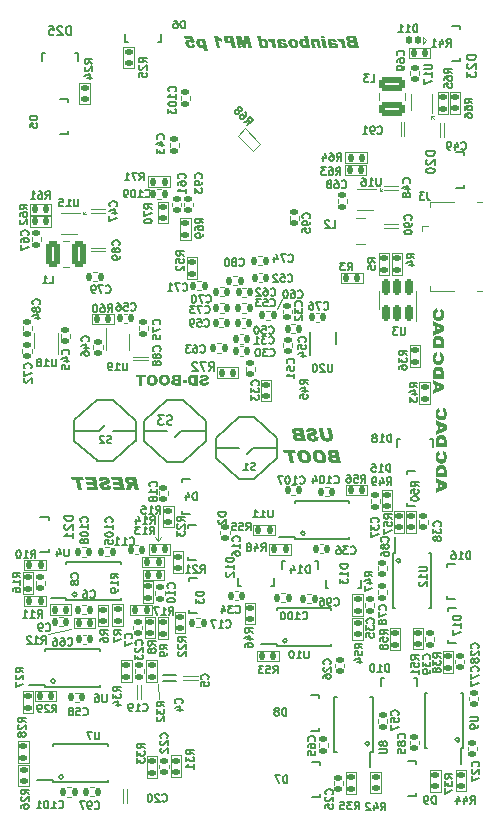
<source format=gbr>
G04 #@! TF.GenerationSoftware,KiCad,Pcbnew,7.0.1-0*
G04 #@! TF.CreationDate,2023-03-28T15:50:41-07:00*
G04 #@! TF.ProjectId,Kit-Brainboard,4b69742d-4272-4616-996e-626f6172642e,rev?*
G04 #@! TF.SameCoordinates,Original*
G04 #@! TF.FileFunction,Legend,Bot*
G04 #@! TF.FilePolarity,Positive*
%FSLAX46Y46*%
G04 Gerber Fmt 4.6, Leading zero omitted, Abs format (unit mm)*
G04 Created by KiCad (PCBNEW 7.0.1-0) date 2023-03-28 15:50:41*
%MOMM*%
%LPD*%
G01*
G04 APERTURE LIST*
G04 Aperture macros list*
%AMRoundRect*
0 Rectangle with rounded corners*
0 $1 Rounding radius*
0 $2 $3 $4 $5 $6 $7 $8 $9 X,Y pos of 4 corners*
0 Add a 4 corners polygon primitive as box body*
4,1,4,$2,$3,$4,$5,$6,$7,$8,$9,$2,$3,0*
0 Add four circle primitives for the rounded corners*
1,1,$1+$1,$2,$3*
1,1,$1+$1,$4,$5*
1,1,$1+$1,$6,$7*
1,1,$1+$1,$8,$9*
0 Add four rect primitives between the rounded corners*
20,1,$1+$1,$2,$3,$4,$5,0*
20,1,$1+$1,$4,$5,$6,$7,0*
20,1,$1+$1,$6,$7,$8,$9,0*
20,1,$1+$1,$8,$9,$2,$3,0*%
G04 Aperture macros list end*
%ADD10C,0.112500*%
%ADD11C,0.120000*%
%ADD12C,0.177800*%
%ADD13C,0.149860*%
%ADD14C,0.150000*%
%ADD15C,0.152400*%
%ADD16C,0.149098*%
%ADD17C,0.203200*%
%ADD18C,0.100000*%
%ADD19R,1.350000X0.400000*%
%ADD20O,1.550000X0.890000*%
%ADD21R,1.550000X1.200000*%
%ADD22O,0.950000X1.250000*%
%ADD23R,1.550000X1.500000*%
%ADD24R,0.700000X1.000000*%
%ADD25R,1.700000X1.700000*%
%ADD26O,1.700000X1.700000*%
%ADD27R,1.000000X1.000000*%
%ADD28RoundRect,0.147500X-0.172500X0.147500X-0.172500X-0.147500X0.172500X-0.147500X0.172500X0.147500X0*%
%ADD29RoundRect,0.147500X-0.147500X-0.172500X0.147500X-0.172500X0.147500X0.172500X-0.147500X0.172500X0*%
%ADD30R,0.800100X0.800100*%
%ADD31RoundRect,0.147500X0.147500X0.172500X-0.147500X0.172500X-0.147500X-0.172500X0.147500X-0.172500X0*%
%ADD32R,1.450000X0.450000*%
%ADD33RoundRect,0.150000X0.150000X-0.512500X0.150000X0.512500X-0.150000X0.512500X-0.150000X-0.512500X0*%
%ADD34RoundRect,0.147500X0.172500X-0.147500X0.172500X0.147500X-0.172500X0.147500X-0.172500X-0.147500X0*%
%ADD35R,0.450000X1.450000*%
%ADD36RoundRect,0.250000X-0.375000X-0.850000X0.375000X-0.850000X0.375000X0.850000X-0.375000X0.850000X0*%
%ADD37R,0.700000X0.340000*%
%ADD38RoundRect,0.125000X0.125000X0.225000X-0.125000X0.225000X-0.125000X-0.225000X0.125000X-0.225000X0*%
%ADD39RoundRect,0.147500X0.226274X0.017678X0.017678X0.226274X-0.226274X-0.017678X-0.017678X-0.226274X0*%
%ADD40RoundRect,0.250000X-0.850000X0.375000X-0.850000X-0.375000X0.850000X-0.375000X0.850000X0.375000X0*%
%ADD41R,0.350000X0.650000*%
%ADD42R,1.600000X1.000000*%
%ADD43R,1.300000X0.700000*%
%ADD44R,0.340000X0.700000*%
%ADD45R,0.340000X0.600000*%
%ADD46R,0.850000X2.300000*%
G04 APERTURE END LIST*
D10*
G36*
X206107571Y-87716633D02*
G01*
X205841151Y-87699927D01*
X205839385Y-87711893D01*
X205837302Y-87723311D01*
X205834903Y-87734181D01*
X205832186Y-87744502D01*
X205829153Y-87754274D01*
X205825803Y-87763497D01*
X205822136Y-87772172D01*
X205818152Y-87780298D01*
X205812348Y-87790279D01*
X205805980Y-87799285D01*
X205797534Y-87809184D01*
X205788435Y-87818110D01*
X205778683Y-87826062D01*
X205768277Y-87833040D01*
X205757219Y-87839045D01*
X205745508Y-87844076D01*
X205733144Y-87848133D01*
X205724538Y-87850297D01*
X205715643Y-87852028D01*
X205706457Y-87853326D01*
X205696980Y-87854192D01*
X205687214Y-87854625D01*
X205682222Y-87854679D01*
X205671213Y-87854437D01*
X205660692Y-87853713D01*
X205650657Y-87852505D01*
X205641109Y-87850815D01*
X205632048Y-87848641D01*
X205623474Y-87845985D01*
X205612799Y-87841692D01*
X205602989Y-87836540D01*
X205594045Y-87830529D01*
X205589898Y-87827202D01*
X205582273Y-87820195D01*
X205575665Y-87812913D01*
X205570073Y-87805357D01*
X205565498Y-87797526D01*
X205561940Y-87789420D01*
X205558922Y-87778902D01*
X205557651Y-87770177D01*
X205557365Y-87763454D01*
X205558122Y-87752852D01*
X205560392Y-87742614D01*
X205564175Y-87732742D01*
X205569472Y-87723234D01*
X205574799Y-87715891D01*
X205581095Y-87708781D01*
X205588359Y-87701905D01*
X205597331Y-87695139D01*
X205605736Y-87690127D01*
X205615579Y-87685170D01*
X205626859Y-87680266D01*
X205635178Y-87677027D01*
X205644136Y-87673812D01*
X205653732Y-87670622D01*
X205663967Y-87667455D01*
X205674842Y-87664312D01*
X205686355Y-87661193D01*
X205698506Y-87658099D01*
X205711297Y-87655028D01*
X205724727Y-87651982D01*
X205731681Y-87650467D01*
X205743091Y-87647913D01*
X205754295Y-87645306D01*
X205765293Y-87642646D01*
X205776084Y-87639933D01*
X205786670Y-87637168D01*
X205797050Y-87634349D01*
X205807223Y-87631478D01*
X205817190Y-87628554D01*
X205826952Y-87625577D01*
X205836507Y-87622548D01*
X205845856Y-87619465D01*
X205854999Y-87616330D01*
X205863936Y-87613142D01*
X205872667Y-87609901D01*
X205881192Y-87606608D01*
X205889511Y-87603261D01*
X205897623Y-87599862D01*
X205913231Y-87592905D01*
X205928013Y-87585737D01*
X205941972Y-87578358D01*
X205955106Y-87570767D01*
X205967416Y-87562965D01*
X205978901Y-87554952D01*
X205989563Y-87546728D01*
X205994584Y-87542536D01*
X206004167Y-87533929D01*
X206013131Y-87525033D01*
X206021477Y-87515849D01*
X206029205Y-87506376D01*
X206036315Y-87496615D01*
X206042807Y-87486565D01*
X206048680Y-87476227D01*
X206053935Y-87465600D01*
X206058572Y-87454685D01*
X206062590Y-87443481D01*
X206065991Y-87431988D01*
X206068773Y-87420207D01*
X206070937Y-87408138D01*
X206072482Y-87395780D01*
X206073410Y-87383134D01*
X206073719Y-87370199D01*
X206073363Y-87357366D01*
X206072297Y-87344668D01*
X206070519Y-87332106D01*
X206068031Y-87319678D01*
X206064832Y-87307386D01*
X206060921Y-87295229D01*
X206056300Y-87283208D01*
X206050968Y-87271322D01*
X206044924Y-87259571D01*
X206040500Y-87251812D01*
X206035761Y-87244113D01*
X206033272Y-87240286D01*
X206028057Y-87232723D01*
X206022522Y-87225366D01*
X206016667Y-87218215D01*
X206010493Y-87211270D01*
X206004000Y-87204531D01*
X205997188Y-87197998D01*
X205990055Y-87191672D01*
X205982604Y-87185551D01*
X205974833Y-87179637D01*
X205966743Y-87173928D01*
X205958333Y-87168426D01*
X205949604Y-87163130D01*
X205940555Y-87158039D01*
X205931187Y-87153155D01*
X205921500Y-87148477D01*
X205911493Y-87144005D01*
X205901091Y-87139773D01*
X205890218Y-87135814D01*
X205878875Y-87132128D01*
X205867062Y-87128714D01*
X205854778Y-87125574D01*
X205842023Y-87122707D01*
X205828798Y-87120113D01*
X205815102Y-87117792D01*
X205800936Y-87115744D01*
X205786299Y-87113969D01*
X205771192Y-87112467D01*
X205755614Y-87111239D01*
X205739565Y-87110283D01*
X205723046Y-87109600D01*
X205706057Y-87109191D01*
X205688597Y-87109054D01*
X205677810Y-87109117D01*
X205667186Y-87109303D01*
X205656723Y-87109615D01*
X205646422Y-87110050D01*
X205636283Y-87110611D01*
X205626306Y-87111295D01*
X205616491Y-87112105D01*
X205606838Y-87113038D01*
X205597346Y-87114097D01*
X205588017Y-87115280D01*
X205578849Y-87116587D01*
X205569843Y-87118019D01*
X205560999Y-87119575D01*
X205552317Y-87121256D01*
X205535438Y-87124991D01*
X205519207Y-87129224D01*
X205503623Y-87133956D01*
X205488686Y-87139185D01*
X205474397Y-87144912D01*
X205460756Y-87151138D01*
X205447761Y-87157861D01*
X205435415Y-87165082D01*
X205423715Y-87172802D01*
X205412601Y-87181064D01*
X205402063Y-87189913D01*
X205392103Y-87199350D01*
X205382719Y-87209374D01*
X205373913Y-87219985D01*
X205365683Y-87231184D01*
X205358031Y-87242970D01*
X205350955Y-87255344D01*
X205344457Y-87268304D01*
X205338536Y-87281852D01*
X205333191Y-87295988D01*
X205328424Y-87310710D01*
X205324234Y-87326020D01*
X205320620Y-87341918D01*
X205317584Y-87358402D01*
X205315125Y-87375474D01*
X205579127Y-87390422D01*
X205581308Y-87379658D01*
X205583895Y-87369459D01*
X205586888Y-87359823D01*
X205590286Y-87350752D01*
X205594090Y-87342244D01*
X205598300Y-87334301D01*
X205604544Y-87324588D01*
X205611510Y-87315878D01*
X205619197Y-87308170D01*
X205623310Y-87304693D01*
X205632120Y-87298407D01*
X205641734Y-87292960D01*
X205652151Y-87288351D01*
X205660492Y-87285444D01*
X205669284Y-87283008D01*
X205678529Y-87281044D01*
X205688226Y-87279551D01*
X205698374Y-87278530D01*
X205708975Y-87277980D01*
X205716294Y-87277875D01*
X205725233Y-87278053D01*
X205736497Y-87278843D01*
X205747012Y-87280265D01*
X205756779Y-87282319D01*
X205765797Y-87285004D01*
X205774065Y-87288322D01*
X205783349Y-87293358D01*
X205789933Y-87298098D01*
X205797026Y-87304633D01*
X205802916Y-87311596D01*
X205808398Y-87320520D01*
X205812148Y-87330061D01*
X205814168Y-87340221D01*
X205814553Y-87347338D01*
X205813574Y-87356370D01*
X205810640Y-87365003D01*
X205805749Y-87373236D01*
X205799999Y-87379975D01*
X205794110Y-87385366D01*
X205786602Y-87390803D01*
X205778686Y-87395067D01*
X205769074Y-87399255D01*
X205760752Y-87402347D01*
X205751475Y-87405397D01*
X205741244Y-87408403D01*
X205730058Y-87411368D01*
X205717918Y-87414290D01*
X205709295Y-87416214D01*
X205700247Y-87418119D01*
X205688877Y-87420525D01*
X205677710Y-87422935D01*
X205666747Y-87425347D01*
X205655988Y-87427764D01*
X205645432Y-87430183D01*
X205635079Y-87432607D01*
X205624930Y-87435033D01*
X205614985Y-87437463D01*
X205605243Y-87439897D01*
X205595704Y-87442334D01*
X205586369Y-87444774D01*
X205577238Y-87447218D01*
X205568310Y-87449665D01*
X205559585Y-87452115D01*
X205551064Y-87454570D01*
X205534633Y-87459488D01*
X205519016Y-87464420D01*
X205504212Y-87469366D01*
X205490223Y-87474326D01*
X205477047Y-87479299D01*
X205464686Y-87484286D01*
X205453139Y-87489287D01*
X205442405Y-87494302D01*
X205437344Y-87496814D01*
X205427567Y-87501918D01*
X205418130Y-87507173D01*
X205409034Y-87512579D01*
X205400277Y-87518137D01*
X205391860Y-87523845D01*
X205383784Y-87529705D01*
X205376047Y-87535715D01*
X205368651Y-87541877D01*
X205361594Y-87548190D01*
X205354878Y-87554654D01*
X205348501Y-87561269D01*
X205342465Y-87568035D01*
X205336768Y-87574953D01*
X205331412Y-87582021D01*
X205324015Y-87592908D01*
X205321719Y-87596612D01*
X205315238Y-87607866D01*
X205309393Y-87619371D01*
X205304187Y-87631127D01*
X205299617Y-87643134D01*
X205295686Y-87655393D01*
X205292392Y-87667903D01*
X205289735Y-87680663D01*
X205287716Y-87693675D01*
X205286724Y-87702490D01*
X205286016Y-87711416D01*
X205285591Y-87720453D01*
X205285449Y-87729602D01*
X205285638Y-87740349D01*
X205286205Y-87750993D01*
X205287150Y-87761534D01*
X205288472Y-87771972D01*
X205290172Y-87782307D01*
X205292250Y-87792539D01*
X205294706Y-87802668D01*
X205297539Y-87812693D01*
X205300751Y-87822616D01*
X205304340Y-87832436D01*
X205308307Y-87842153D01*
X205312652Y-87851766D01*
X205317375Y-87861277D01*
X205322475Y-87870684D01*
X205327953Y-87879989D01*
X205333809Y-87889190D01*
X205339977Y-87898175D01*
X205346446Y-87906886D01*
X205353214Y-87915321D01*
X205360284Y-87923482D01*
X205367654Y-87931368D01*
X205375324Y-87938979D01*
X205383295Y-87946316D01*
X205391567Y-87953377D01*
X205400139Y-87960164D01*
X205409011Y-87966676D01*
X205418185Y-87972914D01*
X205427658Y-87978876D01*
X205437432Y-87984564D01*
X205447507Y-87989977D01*
X205457882Y-87995115D01*
X205468558Y-87999979D01*
X205479534Y-88004531D01*
X205490863Y-88008789D01*
X205502546Y-88012753D01*
X205514583Y-88016424D01*
X205526973Y-88019801D01*
X205539718Y-88022885D01*
X205552816Y-88025675D01*
X205566268Y-88028171D01*
X205580073Y-88030373D01*
X205594233Y-88032282D01*
X205608746Y-88033897D01*
X205623613Y-88035219D01*
X205638833Y-88036246D01*
X205654408Y-88036981D01*
X205670336Y-88037421D01*
X205686618Y-88037568D01*
X205700932Y-88037479D01*
X205714969Y-88037214D01*
X205728727Y-88036772D01*
X205742208Y-88036153D01*
X205755411Y-88035357D01*
X205768337Y-88034384D01*
X205780984Y-88033234D01*
X205793354Y-88031908D01*
X205805446Y-88030404D01*
X205817260Y-88028724D01*
X205828796Y-88026866D01*
X205840055Y-88024832D01*
X205851036Y-88022621D01*
X205861739Y-88020233D01*
X205872164Y-88017668D01*
X205882312Y-88014927D01*
X205892181Y-88012008D01*
X205901773Y-88008912D01*
X205911088Y-88005640D01*
X205920124Y-88002191D01*
X205928883Y-87998565D01*
X205937363Y-87994762D01*
X205945566Y-87990782D01*
X205953492Y-87986625D01*
X205968509Y-87977781D01*
X205982415Y-87968229D01*
X205995210Y-87957970D01*
X206006894Y-87947003D01*
X206017720Y-87935490D01*
X206027942Y-87923592D01*
X206037559Y-87911310D01*
X206046571Y-87898643D01*
X206054979Y-87885591D01*
X206062783Y-87872154D01*
X206069982Y-87858333D01*
X206076576Y-87844128D01*
X206082566Y-87829537D01*
X206087952Y-87814562D01*
X206092733Y-87799202D01*
X206096910Y-87783458D01*
X206100482Y-87767328D01*
X206103449Y-87750815D01*
X206105812Y-87733916D01*
X206107571Y-87716633D01*
G37*
G36*
X205145865Y-88023500D02*
G01*
X204729748Y-88023500D01*
X204720338Y-88023403D01*
X204710792Y-88023115D01*
X204701111Y-88022634D01*
X204691294Y-88021961D01*
X204681341Y-88021095D01*
X204671252Y-88020037D01*
X204661028Y-88018787D01*
X204650668Y-88017345D01*
X204640173Y-88015710D01*
X204629542Y-88013882D01*
X204618775Y-88011863D01*
X204607872Y-88009651D01*
X204596834Y-88007247D01*
X204585660Y-88004650D01*
X204574351Y-88001861D01*
X204562906Y-87998880D01*
X204550330Y-87995226D01*
X204537908Y-87990943D01*
X204529713Y-87987738D01*
X204521587Y-87984252D01*
X204513529Y-87980487D01*
X204505540Y-87976442D01*
X204497620Y-87972117D01*
X204489768Y-87967512D01*
X204481985Y-87962627D01*
X204474271Y-87957462D01*
X204466625Y-87952017D01*
X204459048Y-87946293D01*
X204451540Y-87940288D01*
X204444101Y-87934003D01*
X204436730Y-87927439D01*
X204429494Y-87920607D01*
X204422459Y-87913576D01*
X204415625Y-87906347D01*
X204408992Y-87898917D01*
X204402559Y-87891289D01*
X204396328Y-87883461D01*
X204390298Y-87875435D01*
X204384468Y-87867209D01*
X204378839Y-87858783D01*
X204373412Y-87850159D01*
X204368185Y-87841335D01*
X204363159Y-87832312D01*
X204358335Y-87823090D01*
X204353711Y-87813669D01*
X204349288Y-87804048D01*
X204345066Y-87794229D01*
X204341046Y-87784029D01*
X204337286Y-87773322D01*
X204333785Y-87762109D01*
X204330544Y-87750389D01*
X204327562Y-87738162D01*
X204324839Y-87725429D01*
X204322375Y-87712189D01*
X204320171Y-87698443D01*
X204318226Y-87684190D01*
X204316541Y-87669430D01*
X204315114Y-87654164D01*
X204313947Y-87638391D01*
X204313040Y-87622112D01*
X204312392Y-87605326D01*
X204312003Y-87588033D01*
X204311905Y-87579197D01*
X204311893Y-87575949D01*
X204593241Y-87575949D01*
X204593323Y-87588856D01*
X204593570Y-87601310D01*
X204593983Y-87613311D01*
X204594560Y-87624859D01*
X204595302Y-87635953D01*
X204596208Y-87646593D01*
X204597280Y-87656780D01*
X204598516Y-87666514D01*
X204599918Y-87675795D01*
X204601484Y-87684622D01*
X204604142Y-87697012D01*
X204607172Y-87708383D01*
X204610572Y-87718733D01*
X204614343Y-87728063D01*
X204617017Y-87733807D01*
X204621266Y-87742013D01*
X204625801Y-87749729D01*
X204632293Y-87759254D01*
X204639293Y-87767905D01*
X204646801Y-87775685D01*
X204654817Y-87782592D01*
X204663342Y-87788627D01*
X204672375Y-87793789D01*
X204674747Y-87794939D01*
X204685219Y-87799172D01*
X204694110Y-87801964D01*
X204703890Y-87804427D01*
X204714558Y-87806562D01*
X204726115Y-87808368D01*
X204738561Y-87809846D01*
X204747352Y-87810649D01*
X204756538Y-87811306D01*
X204766119Y-87811817D01*
X204776095Y-87812182D01*
X204786466Y-87812401D01*
X204797232Y-87812474D01*
X204865816Y-87812474D01*
X204865816Y-87334148D01*
X204795913Y-87334148D01*
X204789173Y-87334199D01*
X204776056Y-87334601D01*
X204763424Y-87335404D01*
X204751275Y-87336610D01*
X204739611Y-87338217D01*
X204728431Y-87340227D01*
X204717736Y-87342638D01*
X204707524Y-87345451D01*
X204697797Y-87348666D01*
X204688555Y-87352282D01*
X204679796Y-87356301D01*
X204671522Y-87360721D01*
X204663732Y-87365543D01*
X204656427Y-87370768D01*
X204649606Y-87376394D01*
X204640282Y-87385586D01*
X204634585Y-87392332D01*
X204629257Y-87399764D01*
X204624295Y-87407884D01*
X204619701Y-87416690D01*
X204615475Y-87426184D01*
X204611616Y-87436364D01*
X204608125Y-87447231D01*
X204605001Y-87458786D01*
X204602245Y-87471027D01*
X204599856Y-87483955D01*
X204597835Y-87497570D01*
X204596181Y-87511872D01*
X204594895Y-87526861D01*
X204593976Y-87542536D01*
X204593424Y-87558899D01*
X204593241Y-87575949D01*
X204311893Y-87575949D01*
X204311873Y-87570234D01*
X204311960Y-87558759D01*
X204312220Y-87547362D01*
X204312653Y-87536042D01*
X204313261Y-87524800D01*
X204314041Y-87513635D01*
X204314995Y-87502547D01*
X204316122Y-87491536D01*
X204317423Y-87480603D01*
X204318898Y-87469746D01*
X204320545Y-87458968D01*
X204322367Y-87448266D01*
X204324361Y-87437642D01*
X204326530Y-87427095D01*
X204328871Y-87416625D01*
X204331386Y-87406233D01*
X204334075Y-87395918D01*
X204336956Y-87385693D01*
X204340051Y-87375629D01*
X204343359Y-87365724D01*
X204346879Y-87355979D01*
X204350613Y-87346394D01*
X204354559Y-87336968D01*
X204358718Y-87327702D01*
X204363091Y-87318596D01*
X204367676Y-87309650D01*
X204372474Y-87300863D01*
X204377485Y-87292236D01*
X204382709Y-87283769D01*
X204388147Y-87275461D01*
X204393797Y-87267313D01*
X204399660Y-87259325D01*
X204405735Y-87251497D01*
X204412021Y-87243861D01*
X204418512Y-87236449D01*
X204425210Y-87229263D01*
X204432114Y-87222302D01*
X204439223Y-87215566D01*
X204446539Y-87209055D01*
X204454061Y-87202768D01*
X204461789Y-87196707D01*
X204469723Y-87190871D01*
X204477863Y-87185259D01*
X204486210Y-87179873D01*
X204494762Y-87174711D01*
X204503520Y-87169775D01*
X204512485Y-87165063D01*
X204521655Y-87160577D01*
X204531032Y-87156315D01*
X204540695Y-87152296D01*
X204550726Y-87148536D01*
X204561125Y-87145035D01*
X204571891Y-87141794D01*
X204583024Y-87138811D01*
X204594525Y-87136089D01*
X204606394Y-87133625D01*
X204618630Y-87131421D01*
X204631233Y-87129476D01*
X204644204Y-87127790D01*
X204657543Y-87126364D01*
X204671249Y-87125197D01*
X204685322Y-87124290D01*
X204699763Y-87123641D01*
X204714572Y-87123252D01*
X204729748Y-87123123D01*
X205145865Y-87123123D01*
X205145865Y-88023500D01*
G37*
G36*
X204234936Y-87587379D02*
G01*
X203868939Y-87587379D01*
X203868939Y-87784337D01*
X204234936Y-87784337D01*
X204234936Y-87587379D01*
G37*
G36*
X203750017Y-88023500D02*
G01*
X203266636Y-88023500D01*
X203257894Y-88023300D01*
X203247168Y-88022703D01*
X203237820Y-88021993D01*
X203227356Y-88021059D01*
X203215775Y-88019901D01*
X203203077Y-88018519D01*
X203193992Y-88017473D01*
X203184410Y-88016328D01*
X203174332Y-88015083D01*
X203163757Y-88013738D01*
X203152686Y-88012294D01*
X203141119Y-88010750D01*
X203128082Y-88008875D01*
X203115679Y-88006796D01*
X203103909Y-88004512D01*
X203092773Y-88002023D01*
X203082271Y-87999329D01*
X203072402Y-87996430D01*
X203063167Y-87993327D01*
X203054566Y-87990018D01*
X203044083Y-87985289D01*
X203034727Y-87980195D01*
X203027705Y-87975897D01*
X203017526Y-87969095D01*
X203007772Y-87961868D01*
X202998443Y-87954216D01*
X202989539Y-87946139D01*
X202981060Y-87937637D01*
X202973006Y-87928710D01*
X202965377Y-87919357D01*
X202958174Y-87909580D01*
X202951395Y-87899378D01*
X202945041Y-87888751D01*
X202943026Y-87885123D01*
X202937365Y-87874071D01*
X202932279Y-87862764D01*
X202927769Y-87851201D01*
X202923835Y-87839384D01*
X202920476Y-87827311D01*
X202917694Y-87814984D01*
X202915487Y-87802402D01*
X202913855Y-87789564D01*
X202912800Y-87776472D01*
X202912416Y-87767601D01*
X202912288Y-87758618D01*
X202912468Y-87747608D01*
X202913009Y-87736835D01*
X202913911Y-87726300D01*
X202914907Y-87718172D01*
X203192996Y-87718172D01*
X203193460Y-87728671D01*
X203194851Y-87738628D01*
X203197170Y-87748043D01*
X203200415Y-87756915D01*
X203204588Y-87765244D01*
X203209689Y-87773030D01*
X203215717Y-87780274D01*
X203222672Y-87786975D01*
X203224568Y-87788544D01*
X203232987Y-87794321D01*
X203242738Y-87799301D01*
X203250926Y-87802513D01*
X203259863Y-87805277D01*
X203269550Y-87807593D01*
X203279987Y-87809461D01*
X203291173Y-87810880D01*
X203303109Y-87811851D01*
X203315794Y-87812374D01*
X203324668Y-87812474D01*
X203467550Y-87812474D01*
X203467550Y-87629585D01*
X203325327Y-87629585D01*
X203316296Y-87629680D01*
X203303399Y-87630180D01*
X203291283Y-87631110D01*
X203279947Y-87632468D01*
X203269392Y-87634255D01*
X203259617Y-87636471D01*
X203250623Y-87639116D01*
X203239845Y-87643310D01*
X203230455Y-87648266D01*
X203222452Y-87653984D01*
X203215548Y-87660277D01*
X203209565Y-87667064D01*
X203204503Y-87674345D01*
X203200360Y-87682121D01*
X203197139Y-87690392D01*
X203194837Y-87699157D01*
X203193457Y-87708417D01*
X203192996Y-87718172D01*
X202914907Y-87718172D01*
X202915173Y-87716001D01*
X202916796Y-87705939D01*
X202918780Y-87696114D01*
X202921124Y-87686526D01*
X202923829Y-87677175D01*
X202926894Y-87668061D01*
X202930320Y-87659185D01*
X202934107Y-87650545D01*
X202938254Y-87642142D01*
X202942762Y-87633976D01*
X202947631Y-87626047D01*
X202952860Y-87618355D01*
X202958450Y-87610900D01*
X202964395Y-87603698D01*
X202970746Y-87596766D01*
X202977502Y-87590104D01*
X202984663Y-87583711D01*
X202992230Y-87577588D01*
X203000202Y-87571735D01*
X203008579Y-87566151D01*
X203017361Y-87560836D01*
X203026549Y-87555792D01*
X203036142Y-87551017D01*
X203046140Y-87546511D01*
X203056544Y-87542275D01*
X203067353Y-87538309D01*
X203078567Y-87534613D01*
X203090187Y-87531186D01*
X203102211Y-87528028D01*
X203094308Y-87525304D01*
X203082904Y-87520995D01*
X203072041Y-87516419D01*
X203061719Y-87511577D01*
X203051938Y-87506468D01*
X203042698Y-87501093D01*
X203033999Y-87495451D01*
X203025841Y-87489542D01*
X203018224Y-87483367D01*
X203011147Y-87476925D01*
X203004612Y-87470216D01*
X202998543Y-87463262D01*
X202992865Y-87456137D01*
X202987579Y-87448843D01*
X202982685Y-87441379D01*
X202978182Y-87433744D01*
X202974071Y-87425940D01*
X202970351Y-87417965D01*
X202967023Y-87409821D01*
X202964086Y-87401507D01*
X202961541Y-87393022D01*
X202959388Y-87384368D01*
X202958841Y-87381629D01*
X203228827Y-87381629D01*
X203229053Y-87388684D01*
X203230058Y-87397597D01*
X203232444Y-87407946D01*
X203236085Y-87417415D01*
X203240983Y-87426003D01*
X203247136Y-87433712D01*
X203254546Y-87440541D01*
X203263554Y-87446367D01*
X203272160Y-87450317D01*
X203282009Y-87453634D01*
X203293101Y-87456320D01*
X203302236Y-87457920D01*
X203312071Y-87459164D01*
X203322604Y-87460053D01*
X203333838Y-87460586D01*
X203345770Y-87460764D01*
X203467550Y-87460764D01*
X203467550Y-87306012D01*
X203343792Y-87306012D01*
X203332213Y-87306188D01*
X203321298Y-87306715D01*
X203311048Y-87307594D01*
X203301463Y-87308825D01*
X203292543Y-87310407D01*
X203281682Y-87313064D01*
X203272003Y-87316346D01*
X203263506Y-87320252D01*
X203254546Y-87326015D01*
X203251431Y-87328577D01*
X203244524Y-87335514D01*
X203238873Y-87343213D01*
X203234478Y-87351674D01*
X203231338Y-87360897D01*
X203229455Y-87370882D01*
X203228827Y-87381629D01*
X202958841Y-87381629D01*
X202957626Y-87375543D01*
X202956255Y-87366549D01*
X202955276Y-87357384D01*
X202954689Y-87348049D01*
X202954493Y-87338545D01*
X202954767Y-87327229D01*
X202955589Y-87316144D01*
X202956959Y-87305289D01*
X202958876Y-87294664D01*
X202961341Y-87284269D01*
X202964354Y-87274104D01*
X202967915Y-87264169D01*
X202972024Y-87254464D01*
X202976680Y-87244990D01*
X202981885Y-87235745D01*
X202987637Y-87226731D01*
X202993937Y-87217947D01*
X203000785Y-87209393D01*
X203008181Y-87201069D01*
X203016124Y-87192975D01*
X203024615Y-87185112D01*
X203033619Y-87177605D01*
X203043097Y-87170583D01*
X203053052Y-87164045D01*
X203063482Y-87157991D01*
X203074388Y-87152422D01*
X203085770Y-87147337D01*
X203097627Y-87142736D01*
X203109960Y-87138620D01*
X203122769Y-87134988D01*
X203136053Y-87131840D01*
X203149813Y-87129176D01*
X203164049Y-87126997D01*
X203178761Y-87125302D01*
X203193948Y-87124091D01*
X203209611Y-87123365D01*
X203225749Y-87123123D01*
X203750017Y-87123123D01*
X203750017Y-88023500D01*
G37*
G36*
X202352041Y-87109174D02*
G01*
X202365550Y-87109533D01*
X202378871Y-87110132D01*
X202392002Y-87110971D01*
X202404943Y-87112049D01*
X202417696Y-87113367D01*
X202430258Y-87114924D01*
X202442632Y-87116720D01*
X202454816Y-87118757D01*
X202466811Y-87121033D01*
X202478617Y-87123548D01*
X202490233Y-87126303D01*
X202501660Y-87129298D01*
X202512898Y-87132532D01*
X202523946Y-87136006D01*
X202534805Y-87139719D01*
X202545474Y-87143672D01*
X202555955Y-87147864D01*
X202566245Y-87152296D01*
X202576347Y-87156968D01*
X202586259Y-87161879D01*
X202595982Y-87167030D01*
X202605516Y-87172420D01*
X202614860Y-87178050D01*
X202624015Y-87183919D01*
X202632980Y-87190028D01*
X202641757Y-87196377D01*
X202650343Y-87202965D01*
X202658741Y-87209793D01*
X202666949Y-87216860D01*
X202674968Y-87224167D01*
X202682798Y-87231713D01*
X202690398Y-87239461D01*
X202697757Y-87247398D01*
X202704875Y-87255526D01*
X202711752Y-87263844D01*
X202718387Y-87272353D01*
X202724781Y-87281051D01*
X202730934Y-87289940D01*
X202736845Y-87299019D01*
X202742516Y-87308288D01*
X202747945Y-87317747D01*
X202753132Y-87327397D01*
X202758079Y-87337236D01*
X202762784Y-87347266D01*
X202767247Y-87357486D01*
X202771470Y-87367896D01*
X202775451Y-87378497D01*
X202779191Y-87389288D01*
X202782690Y-87400268D01*
X202785947Y-87411439D01*
X202788963Y-87422801D01*
X202791738Y-87434352D01*
X202794271Y-87446094D01*
X202796564Y-87458025D01*
X202798614Y-87470147D01*
X202800424Y-87482460D01*
X202801992Y-87494962D01*
X202803320Y-87507655D01*
X202804405Y-87520537D01*
X202805250Y-87533610D01*
X202805853Y-87546874D01*
X202806215Y-87560327D01*
X202806336Y-87573971D01*
X202806275Y-87583756D01*
X202806092Y-87593439D01*
X202805787Y-87603019D01*
X202805360Y-87612497D01*
X202804811Y-87621872D01*
X202804141Y-87631145D01*
X202803348Y-87640315D01*
X202802434Y-87649382D01*
X202801397Y-87658347D01*
X202800239Y-87667209D01*
X202797557Y-87684625D01*
X202794386Y-87701631D01*
X202790728Y-87718226D01*
X202786583Y-87734411D01*
X202781949Y-87750186D01*
X202776828Y-87765550D01*
X202771220Y-87780504D01*
X202765123Y-87795047D01*
X202758539Y-87809180D01*
X202751467Y-87822902D01*
X202743907Y-87836214D01*
X202735955Y-87849073D01*
X202727706Y-87861493D01*
X202719160Y-87873473D01*
X202710316Y-87885014D01*
X202701176Y-87896115D01*
X202691738Y-87906776D01*
X202682003Y-87916997D01*
X202671972Y-87926779D01*
X202661643Y-87936122D01*
X202651017Y-87945024D01*
X202640094Y-87953487D01*
X202628873Y-87961511D01*
X202617356Y-87969094D01*
X202605542Y-87976239D01*
X202593430Y-87982943D01*
X202581022Y-87989208D01*
X202568258Y-87995064D01*
X202555080Y-88000542D01*
X202541488Y-88005643D01*
X202527482Y-88010365D01*
X202513062Y-88014710D01*
X202498229Y-88018677D01*
X202482982Y-88022266D01*
X202467320Y-88025478D01*
X202451245Y-88028311D01*
X202434756Y-88030767D01*
X202417854Y-88032845D01*
X202400537Y-88034545D01*
X202391723Y-88035254D01*
X202382806Y-88035868D01*
X202373786Y-88036387D01*
X202364662Y-88036812D01*
X202355434Y-88037143D01*
X202346103Y-88037379D01*
X202336669Y-88037521D01*
X202327131Y-88037568D01*
X202317755Y-88037513D01*
X202308477Y-88037349D01*
X202299296Y-88037075D01*
X202290212Y-88036692D01*
X202281226Y-88036199D01*
X202272337Y-88035597D01*
X202254852Y-88034065D01*
X202237757Y-88032094D01*
X202221052Y-88029685D01*
X202204736Y-88026839D01*
X202188810Y-88023554D01*
X202173274Y-88019832D01*
X202158128Y-88015672D01*
X202143372Y-88011074D01*
X202129006Y-88006038D01*
X202115029Y-88000564D01*
X202101443Y-87994652D01*
X202088246Y-87988302D01*
X202075439Y-87981514D01*
X202062986Y-87974333D01*
X202050905Y-87966803D01*
X202039197Y-87958925D01*
X202027862Y-87950698D01*
X202016899Y-87942123D01*
X202006309Y-87933199D01*
X201996092Y-87923926D01*
X201986248Y-87914305D01*
X201976776Y-87904335D01*
X201967676Y-87894016D01*
X201958950Y-87883349D01*
X201950596Y-87872333D01*
X201942614Y-87860969D01*
X201935006Y-87849256D01*
X201927770Y-87837194D01*
X201920906Y-87824784D01*
X201914411Y-87811951D01*
X201908336Y-87798677D01*
X201902679Y-87784961D01*
X201897441Y-87770804D01*
X201892622Y-87756206D01*
X201888222Y-87741167D01*
X201884241Y-87725686D01*
X201880680Y-87709763D01*
X201877537Y-87693400D01*
X201874813Y-87676595D01*
X201872509Y-87659349D01*
X201871513Y-87650560D01*
X201870623Y-87641661D01*
X201869837Y-87632652D01*
X201869156Y-87623532D01*
X201868580Y-87614302D01*
X201868109Y-87604962D01*
X201867742Y-87595511D01*
X201867480Y-87585950D01*
X201867323Y-87576278D01*
X201867271Y-87566497D01*
X201867312Y-87561881D01*
X202147320Y-87561881D01*
X202147368Y-87571120D01*
X202147513Y-87580180D01*
X202148092Y-87597766D01*
X202149058Y-87614637D01*
X202150411Y-87630794D01*
X202152150Y-87646236D01*
X202154275Y-87660964D01*
X202156786Y-87674977D01*
X202159684Y-87688276D01*
X202162969Y-87700861D01*
X202166640Y-87712731D01*
X202170697Y-87723887D01*
X202175140Y-87734328D01*
X202179970Y-87744055D01*
X202185187Y-87753068D01*
X202190790Y-87761366D01*
X202196779Y-87768950D01*
X202203121Y-87775924D01*
X202209782Y-87782448D01*
X202216763Y-87788522D01*
X202224064Y-87794146D01*
X202231684Y-87799321D01*
X202239623Y-87804045D01*
X202247881Y-87808319D01*
X202256459Y-87812144D01*
X202265357Y-87815519D01*
X202274574Y-87818443D01*
X202284110Y-87820918D01*
X202293966Y-87822943D01*
X202304141Y-87824517D01*
X202314636Y-87825642D01*
X202325450Y-87826317D01*
X202336583Y-87826542D01*
X202347403Y-87826312D01*
X202357937Y-87825622D01*
X202368183Y-87824471D01*
X202378143Y-87822860D01*
X202387816Y-87820789D01*
X202397202Y-87818258D01*
X202406301Y-87815266D01*
X202415114Y-87811814D01*
X202423639Y-87807902D01*
X202431878Y-87803530D01*
X202439830Y-87798697D01*
X202447496Y-87793404D01*
X202454874Y-87787651D01*
X202461966Y-87781438D01*
X202468771Y-87774764D01*
X202475289Y-87767631D01*
X202481464Y-87759971D01*
X202487241Y-87751718D01*
X202492620Y-87742873D01*
X202497600Y-87733435D01*
X202502182Y-87723405D01*
X202506366Y-87712783D01*
X202510151Y-87701567D01*
X202513537Y-87689760D01*
X202516525Y-87677360D01*
X202519115Y-87664367D01*
X202521307Y-87650783D01*
X202523099Y-87636605D01*
X202524494Y-87621835D01*
X202525490Y-87606473D01*
X202526088Y-87590518D01*
X202526287Y-87573971D01*
X202526087Y-87557263D01*
X202525486Y-87541159D01*
X202524486Y-87525658D01*
X202523086Y-87510759D01*
X202521285Y-87496463D01*
X202519084Y-87482770D01*
X202516483Y-87469680D01*
X202513482Y-87457192D01*
X202510081Y-87445307D01*
X202506280Y-87434025D01*
X202502078Y-87423346D01*
X202497477Y-87413269D01*
X202492475Y-87403796D01*
X202487073Y-87394925D01*
X202481271Y-87386657D01*
X202475069Y-87378991D01*
X202468510Y-87371858D01*
X202461691Y-87365184D01*
X202454613Y-87358971D01*
X202447276Y-87353218D01*
X202439679Y-87347925D01*
X202431823Y-87343092D01*
X202423708Y-87338720D01*
X202415333Y-87334808D01*
X202406699Y-87331356D01*
X202397806Y-87328365D01*
X202388654Y-87325833D01*
X202379242Y-87323762D01*
X202369571Y-87322151D01*
X202359640Y-87321001D01*
X202349450Y-87320310D01*
X202339001Y-87320080D01*
X202328099Y-87320307D01*
X202317483Y-87320987D01*
X202307154Y-87322120D01*
X202297112Y-87323707D01*
X202287357Y-87325747D01*
X202277888Y-87328241D01*
X202268707Y-87331188D01*
X202259812Y-87334588D01*
X202251204Y-87338442D01*
X202242882Y-87342749D01*
X202234848Y-87347509D01*
X202227100Y-87352723D01*
X202219639Y-87358390D01*
X202212465Y-87364511D01*
X202205577Y-87371085D01*
X202198977Y-87378112D01*
X202192722Y-87385631D01*
X202186870Y-87393678D01*
X202181421Y-87402254D01*
X202176377Y-87411360D01*
X202171736Y-87420994D01*
X202167498Y-87431157D01*
X202163664Y-87441849D01*
X202160234Y-87453070D01*
X202157207Y-87464820D01*
X202154584Y-87477099D01*
X202152364Y-87489907D01*
X202150548Y-87503244D01*
X202149136Y-87517110D01*
X202148127Y-87531504D01*
X202147521Y-87546428D01*
X202147320Y-87561881D01*
X201867312Y-87561881D01*
X201867390Y-87553045D01*
X201867749Y-87539781D01*
X201868347Y-87526706D01*
X201869184Y-87513819D01*
X201870260Y-87501121D01*
X201871575Y-87488611D01*
X201873130Y-87476290D01*
X201874923Y-87464157D01*
X201876956Y-87452213D01*
X201879228Y-87440457D01*
X201881739Y-87428890D01*
X201884489Y-87417511D01*
X201887478Y-87406321D01*
X201890706Y-87395319D01*
X201894174Y-87384506D01*
X201897880Y-87373881D01*
X201901826Y-87363444D01*
X201906011Y-87353196D01*
X201910435Y-87343137D01*
X201915098Y-87333266D01*
X201920001Y-87323583D01*
X201925142Y-87314089D01*
X201930523Y-87304784D01*
X201936143Y-87295667D01*
X201942002Y-87286738D01*
X201948100Y-87277998D01*
X201954437Y-87269446D01*
X201961013Y-87261083D01*
X201967828Y-87252908D01*
X201974883Y-87244922D01*
X201982177Y-87237124D01*
X201989710Y-87229515D01*
X201997463Y-87222104D01*
X202005420Y-87214928D01*
X202013579Y-87207987D01*
X202021941Y-87201282D01*
X202030505Y-87194812D01*
X202039272Y-87188577D01*
X202048242Y-87182578D01*
X202057414Y-87176813D01*
X202066789Y-87171284D01*
X202076366Y-87165991D01*
X202086146Y-87160932D01*
X202096129Y-87156109D01*
X202106315Y-87151521D01*
X202116703Y-87147169D01*
X202127294Y-87143051D01*
X202138087Y-87139169D01*
X202149083Y-87135523D01*
X202160282Y-87132111D01*
X202171683Y-87128935D01*
X202183287Y-87125994D01*
X202195094Y-87123288D01*
X202207103Y-87120818D01*
X202219315Y-87118583D01*
X202231730Y-87116583D01*
X202244347Y-87114819D01*
X202257167Y-87113289D01*
X202270190Y-87111995D01*
X202283415Y-87110936D01*
X202296843Y-87110113D01*
X202310473Y-87109525D01*
X202324306Y-87109172D01*
X202338342Y-87109054D01*
X202352041Y-87109174D01*
G37*
G36*
X201303067Y-87109174D02*
G01*
X201316576Y-87109533D01*
X201329897Y-87110132D01*
X201343027Y-87110971D01*
X201355969Y-87112049D01*
X201368721Y-87113367D01*
X201381284Y-87114924D01*
X201393658Y-87116720D01*
X201405842Y-87118757D01*
X201417837Y-87121033D01*
X201429643Y-87123548D01*
X201441259Y-87126303D01*
X201452686Y-87129298D01*
X201463923Y-87132532D01*
X201474972Y-87136006D01*
X201485831Y-87139719D01*
X201496500Y-87143672D01*
X201506980Y-87147864D01*
X201517271Y-87152296D01*
X201527373Y-87156968D01*
X201537285Y-87161879D01*
X201547008Y-87167030D01*
X201556542Y-87172420D01*
X201565886Y-87178050D01*
X201575041Y-87183919D01*
X201584006Y-87190028D01*
X201592782Y-87196377D01*
X201601369Y-87202965D01*
X201609767Y-87209793D01*
X201617975Y-87216860D01*
X201625994Y-87224167D01*
X201633823Y-87231713D01*
X201641424Y-87239461D01*
X201648783Y-87247398D01*
X201655901Y-87255526D01*
X201662778Y-87263844D01*
X201669413Y-87272353D01*
X201675807Y-87281051D01*
X201681960Y-87289940D01*
X201687871Y-87299019D01*
X201693541Y-87308288D01*
X201698970Y-87317747D01*
X201704158Y-87327397D01*
X201709104Y-87337236D01*
X201713809Y-87347266D01*
X201718273Y-87357486D01*
X201722496Y-87367896D01*
X201726477Y-87378497D01*
X201730217Y-87389288D01*
X201733715Y-87400268D01*
X201736973Y-87411439D01*
X201739989Y-87422801D01*
X201742764Y-87434352D01*
X201745297Y-87446094D01*
X201747589Y-87458025D01*
X201749640Y-87470147D01*
X201751450Y-87482460D01*
X201753018Y-87494962D01*
X201754345Y-87507655D01*
X201755431Y-87520537D01*
X201756276Y-87533610D01*
X201756879Y-87546874D01*
X201757241Y-87560327D01*
X201757361Y-87573971D01*
X201757300Y-87583756D01*
X201757118Y-87593439D01*
X201756813Y-87603019D01*
X201756386Y-87612497D01*
X201755837Y-87621872D01*
X201755167Y-87631145D01*
X201754374Y-87640315D01*
X201753460Y-87649382D01*
X201752423Y-87658347D01*
X201751265Y-87667209D01*
X201748582Y-87684625D01*
X201745412Y-87701631D01*
X201741754Y-87718226D01*
X201737609Y-87734411D01*
X201732975Y-87750186D01*
X201727854Y-87765550D01*
X201722245Y-87780504D01*
X201716149Y-87795047D01*
X201709565Y-87809180D01*
X201702493Y-87822902D01*
X201694933Y-87836214D01*
X201686981Y-87849073D01*
X201678732Y-87861493D01*
X201670185Y-87873473D01*
X201661342Y-87885014D01*
X201652201Y-87896115D01*
X201642764Y-87906776D01*
X201633029Y-87916997D01*
X201622997Y-87926779D01*
X201612668Y-87936122D01*
X201602042Y-87945024D01*
X201591119Y-87953487D01*
X201579899Y-87961511D01*
X201568382Y-87969094D01*
X201556567Y-87976239D01*
X201544456Y-87982943D01*
X201532047Y-87989208D01*
X201519283Y-87995064D01*
X201506105Y-88000542D01*
X201492514Y-88005643D01*
X201478508Y-88010365D01*
X201464088Y-88014710D01*
X201449255Y-88018677D01*
X201434007Y-88022266D01*
X201418346Y-88025478D01*
X201402271Y-88028311D01*
X201385782Y-88030767D01*
X201368879Y-88032845D01*
X201351563Y-88034545D01*
X201342749Y-88035254D01*
X201333832Y-88035868D01*
X201324812Y-88036387D01*
X201315688Y-88036812D01*
X201306460Y-88037143D01*
X201297129Y-88037379D01*
X201287695Y-88037521D01*
X201278157Y-88037568D01*
X201268781Y-88037513D01*
X201259502Y-88037349D01*
X201250321Y-88037075D01*
X201241238Y-88036692D01*
X201232252Y-88036199D01*
X201223363Y-88035597D01*
X201205878Y-88034065D01*
X201188783Y-88032094D01*
X201172077Y-88029685D01*
X201155762Y-88026839D01*
X201139836Y-88023554D01*
X201124300Y-88019832D01*
X201109154Y-88015672D01*
X201094398Y-88011074D01*
X201080032Y-88006038D01*
X201066055Y-88000564D01*
X201052469Y-87994652D01*
X201039272Y-87988302D01*
X201026465Y-87981514D01*
X201014011Y-87974333D01*
X201001931Y-87966803D01*
X200990223Y-87958925D01*
X200978888Y-87950698D01*
X200967925Y-87942123D01*
X200957335Y-87933199D01*
X200947118Y-87923926D01*
X200937273Y-87914305D01*
X200927801Y-87904335D01*
X200918702Y-87894016D01*
X200909975Y-87883349D01*
X200901622Y-87872333D01*
X200893640Y-87860969D01*
X200886032Y-87849256D01*
X200878796Y-87837194D01*
X200871932Y-87824784D01*
X200865437Y-87811951D01*
X200859361Y-87798677D01*
X200853704Y-87784961D01*
X200848467Y-87770804D01*
X200843648Y-87756206D01*
X200839248Y-87741167D01*
X200835267Y-87725686D01*
X200831705Y-87709763D01*
X200828563Y-87693400D01*
X200825839Y-87676595D01*
X200823534Y-87659349D01*
X200822539Y-87650560D01*
X200821649Y-87641661D01*
X200820863Y-87632652D01*
X200820182Y-87623532D01*
X200819606Y-87614302D01*
X200819135Y-87604962D01*
X200818768Y-87595511D01*
X200818506Y-87585950D01*
X200818349Y-87576278D01*
X200818297Y-87566497D01*
X200818338Y-87561881D01*
X201098345Y-87561881D01*
X201098394Y-87571120D01*
X201098539Y-87580180D01*
X201099118Y-87597766D01*
X201100084Y-87614637D01*
X201101437Y-87630794D01*
X201103175Y-87646236D01*
X201105301Y-87660964D01*
X201107812Y-87674977D01*
X201110710Y-87688276D01*
X201113995Y-87700861D01*
X201117665Y-87712731D01*
X201121723Y-87723887D01*
X201126166Y-87734328D01*
X201130996Y-87744055D01*
X201136213Y-87753068D01*
X201141815Y-87761366D01*
X201147805Y-87768950D01*
X201154147Y-87775924D01*
X201160808Y-87782448D01*
X201167789Y-87788522D01*
X201175090Y-87794146D01*
X201182709Y-87799321D01*
X201190649Y-87804045D01*
X201198907Y-87808319D01*
X201207485Y-87812144D01*
X201216383Y-87815519D01*
X201225600Y-87818443D01*
X201235136Y-87820918D01*
X201244992Y-87822943D01*
X201255167Y-87824517D01*
X201265662Y-87825642D01*
X201276476Y-87826317D01*
X201287609Y-87826542D01*
X201298429Y-87826312D01*
X201308962Y-87825622D01*
X201319209Y-87824471D01*
X201329169Y-87822860D01*
X201338841Y-87820789D01*
X201348228Y-87818258D01*
X201357327Y-87815266D01*
X201366139Y-87811814D01*
X201374665Y-87807902D01*
X201382904Y-87803530D01*
X201390856Y-87798697D01*
X201398521Y-87793404D01*
X201405900Y-87787651D01*
X201412992Y-87781438D01*
X201419797Y-87774764D01*
X201426315Y-87767631D01*
X201432490Y-87759971D01*
X201438267Y-87751718D01*
X201443646Y-87742873D01*
X201448626Y-87733435D01*
X201453208Y-87723405D01*
X201457392Y-87712783D01*
X201461177Y-87701567D01*
X201464563Y-87689760D01*
X201467551Y-87677360D01*
X201470141Y-87664367D01*
X201472332Y-87650783D01*
X201474125Y-87636605D01*
X201475520Y-87621835D01*
X201476516Y-87606473D01*
X201477113Y-87590518D01*
X201477313Y-87573971D01*
X201477113Y-87557263D01*
X201476512Y-87541159D01*
X201475512Y-87525658D01*
X201474111Y-87510759D01*
X201472311Y-87496463D01*
X201470110Y-87482770D01*
X201467509Y-87469680D01*
X201464508Y-87457192D01*
X201461107Y-87445307D01*
X201457306Y-87434025D01*
X201453104Y-87423346D01*
X201448503Y-87413269D01*
X201443501Y-87403796D01*
X201438099Y-87394925D01*
X201432297Y-87386657D01*
X201426095Y-87378991D01*
X201419536Y-87371858D01*
X201412717Y-87365184D01*
X201405639Y-87358971D01*
X201398302Y-87353218D01*
X201390705Y-87347925D01*
X201382849Y-87343092D01*
X201374734Y-87338720D01*
X201366359Y-87334808D01*
X201357725Y-87331356D01*
X201348832Y-87328365D01*
X201339680Y-87325833D01*
X201330268Y-87323762D01*
X201320597Y-87322151D01*
X201310666Y-87321001D01*
X201300476Y-87320310D01*
X201290027Y-87320080D01*
X201279125Y-87320307D01*
X201268509Y-87320987D01*
X201258180Y-87322120D01*
X201248138Y-87323707D01*
X201238383Y-87325747D01*
X201228914Y-87328241D01*
X201219732Y-87331188D01*
X201210838Y-87334588D01*
X201202229Y-87338442D01*
X201193908Y-87342749D01*
X201185874Y-87347509D01*
X201178126Y-87352723D01*
X201170665Y-87358390D01*
X201163491Y-87364511D01*
X201156603Y-87371085D01*
X201150003Y-87378112D01*
X201143747Y-87385631D01*
X201137896Y-87393678D01*
X201132447Y-87402254D01*
X201127403Y-87411360D01*
X201122762Y-87420994D01*
X201118524Y-87431157D01*
X201114690Y-87441849D01*
X201111260Y-87453070D01*
X201108233Y-87464820D01*
X201105610Y-87477099D01*
X201103390Y-87489907D01*
X201101574Y-87503244D01*
X201100161Y-87517110D01*
X201099153Y-87531504D01*
X201098547Y-87546428D01*
X201098345Y-87561881D01*
X200818338Y-87561881D01*
X200818416Y-87553045D01*
X200818775Y-87539781D01*
X200819373Y-87526706D01*
X200820210Y-87513819D01*
X200821286Y-87501121D01*
X200822601Y-87488611D01*
X200824155Y-87476290D01*
X200825949Y-87464157D01*
X200827982Y-87452213D01*
X200830253Y-87440457D01*
X200832764Y-87428890D01*
X200835515Y-87417511D01*
X200838504Y-87406321D01*
X200841732Y-87395319D01*
X200845200Y-87384506D01*
X200848906Y-87373881D01*
X200852852Y-87363444D01*
X200857037Y-87353196D01*
X200861461Y-87343137D01*
X200866124Y-87333266D01*
X200871027Y-87323583D01*
X200876168Y-87314089D01*
X200881549Y-87304784D01*
X200887168Y-87295667D01*
X200893027Y-87286738D01*
X200899125Y-87277998D01*
X200905463Y-87269446D01*
X200912039Y-87261083D01*
X200918854Y-87252908D01*
X200925909Y-87244922D01*
X200933203Y-87237124D01*
X200940735Y-87229515D01*
X200948489Y-87222104D01*
X200956446Y-87214928D01*
X200964605Y-87207987D01*
X200972966Y-87201282D01*
X200981531Y-87194812D01*
X200990298Y-87188577D01*
X200999267Y-87182578D01*
X201008440Y-87176813D01*
X201017815Y-87171284D01*
X201027392Y-87165991D01*
X201037172Y-87160932D01*
X201047155Y-87156109D01*
X201057341Y-87151521D01*
X201067729Y-87147169D01*
X201078320Y-87143051D01*
X201089113Y-87139169D01*
X201100109Y-87135523D01*
X201111308Y-87132111D01*
X201122709Y-87128935D01*
X201134313Y-87125994D01*
X201146120Y-87123288D01*
X201158129Y-87120818D01*
X201170341Y-87118583D01*
X201182756Y-87116583D01*
X201195373Y-87114819D01*
X201208193Y-87113289D01*
X201221215Y-87111995D01*
X201234441Y-87110936D01*
X201247868Y-87110113D01*
X201261499Y-87109525D01*
X201275332Y-87109172D01*
X201289368Y-87109054D01*
X201303067Y-87109174D01*
G37*
G36*
X200752791Y-87123123D02*
G01*
X199901433Y-87123123D01*
X199901433Y-87334148D01*
X200186978Y-87334148D01*
X200186978Y-88023500D01*
X200467026Y-88023500D01*
X200467026Y-87334148D01*
X200752791Y-87334148D01*
X200752791Y-87123123D01*
G37*
D11*
X201870000Y-114600000D02*
X201750000Y-113280000D01*
X201780000Y-99010000D02*
X201780000Y-101160000D01*
X201830000Y-101140000D02*
X202040000Y-100880000D01*
X212300000Y-80710000D02*
X211900000Y-81520000D01*
X201780000Y-101160000D02*
X201540000Y-100880000D01*
X192510000Y-109100000D02*
X194400000Y-108660000D01*
D12*
G36*
X225782182Y-92220205D02*
G01*
X225793553Y-92220529D01*
X225804852Y-92221070D01*
X225816078Y-92221826D01*
X225827230Y-92222799D01*
X225838310Y-92223988D01*
X225849317Y-92225394D01*
X225860250Y-92227015D01*
X225871111Y-92228853D01*
X225881899Y-92230906D01*
X225892614Y-92233177D01*
X225903256Y-92235663D01*
X225913825Y-92238365D01*
X225924321Y-92241284D01*
X225934744Y-92244419D01*
X225945095Y-92247770D01*
X225955329Y-92251329D01*
X225965407Y-92255158D01*
X225975326Y-92259255D01*
X225985088Y-92263621D01*
X225994691Y-92268255D01*
X226004137Y-92273159D01*
X226013426Y-92278330D01*
X226022556Y-92283771D01*
X226031529Y-92289480D01*
X226040344Y-92295458D01*
X226049002Y-92301704D01*
X226057501Y-92308220D01*
X226065843Y-92315003D01*
X226074027Y-92322056D01*
X226082053Y-92329377D01*
X226089922Y-92336967D01*
X226097625Y-92344787D01*
X226105100Y-92352865D01*
X226112349Y-92361201D01*
X226119370Y-92369795D01*
X226126164Y-92378647D01*
X226132730Y-92387758D01*
X226139070Y-92397126D01*
X226145182Y-92406753D01*
X226151066Y-92416638D01*
X226156724Y-92426782D01*
X226162154Y-92437183D01*
X226167356Y-92447843D01*
X226172332Y-92458760D01*
X226177080Y-92469936D01*
X226181600Y-92481370D01*
X226185894Y-92493063D01*
X226189943Y-92505076D01*
X226193731Y-92517541D01*
X226197258Y-92530457D01*
X226200523Y-92543824D01*
X226203527Y-92557642D01*
X226206270Y-92571912D01*
X226208752Y-92586633D01*
X226210973Y-92601806D01*
X226212932Y-92617429D01*
X226214630Y-92633504D01*
X226216067Y-92650030D01*
X226217242Y-92667008D01*
X226218157Y-92684437D01*
X226218810Y-92702317D01*
X226219202Y-92720648D01*
X226219332Y-92739430D01*
X226219332Y-93256615D01*
X225316064Y-93256615D01*
X225316064Y-92897138D01*
X225538407Y-92897138D01*
X225996989Y-92897138D01*
X225996989Y-92820299D01*
X225996942Y-92812295D01*
X225996562Y-92796723D01*
X225995802Y-92781732D01*
X225994662Y-92767323D01*
X225993142Y-92753495D01*
X225991242Y-92740248D01*
X225988962Y-92727583D01*
X225986302Y-92715499D01*
X225983262Y-92703997D01*
X225979842Y-92693076D01*
X225976043Y-92682737D01*
X225971863Y-92672979D01*
X225964881Y-92659432D01*
X225957044Y-92647193D01*
X225948352Y-92636262D01*
X225945241Y-92632874D01*
X225934896Y-92623354D01*
X225927156Y-92617545D01*
X225918740Y-92612166D01*
X225909650Y-92607218D01*
X225899884Y-92602700D01*
X225889443Y-92598612D01*
X225878327Y-92594955D01*
X225866535Y-92591727D01*
X225854069Y-92588931D01*
X225840927Y-92586564D01*
X225827111Y-92584628D01*
X225812619Y-92583122D01*
X225797452Y-92582046D01*
X225781610Y-92581401D01*
X225765092Y-92581185D01*
X225758757Y-92581210D01*
X225746423Y-92581403D01*
X225734538Y-92581789D01*
X225723103Y-92582368D01*
X225712117Y-92583141D01*
X225701581Y-92584106D01*
X225691495Y-92585265D01*
X225681858Y-92586617D01*
X225672671Y-92588161D01*
X225659732Y-92590841D01*
X225647806Y-92593954D01*
X225636890Y-92597503D01*
X225626986Y-92601486D01*
X225618094Y-92605903D01*
X225615338Y-92607466D01*
X225607387Y-92612372D01*
X225597521Y-92619420D01*
X225588496Y-92627048D01*
X225580313Y-92635255D01*
X225572971Y-92644041D01*
X225566471Y-92653407D01*
X225560812Y-92663351D01*
X225555994Y-92673876D01*
X225552851Y-92682481D01*
X225549141Y-92695652D01*
X225546719Y-92706803D01*
X225544607Y-92719045D01*
X225542803Y-92732378D01*
X225541309Y-92746802D01*
X225540124Y-92762316D01*
X225539506Y-92773266D01*
X225539025Y-92784700D01*
X225538681Y-92796619D01*
X225538475Y-92809023D01*
X225538407Y-92821911D01*
X225538407Y-92897138D01*
X225316064Y-92897138D01*
X225316064Y-92739430D01*
X225316159Y-92727795D01*
X225316447Y-92715993D01*
X225316926Y-92704026D01*
X225317597Y-92691893D01*
X225318460Y-92679594D01*
X225319514Y-92667130D01*
X225320760Y-92654499D01*
X225322197Y-92641703D01*
X225323827Y-92628741D01*
X225325648Y-92615613D01*
X225327661Y-92602319D01*
X225329865Y-92588859D01*
X225332261Y-92575234D01*
X225334849Y-92561443D01*
X225337628Y-92547486D01*
X225340599Y-92533363D01*
X225342993Y-92522829D01*
X225345668Y-92512386D01*
X225348625Y-92502033D01*
X225351863Y-92491770D01*
X225355383Y-92481597D01*
X225359185Y-92471515D01*
X225363268Y-92461523D01*
X225367632Y-92451621D01*
X225372279Y-92441809D01*
X225377206Y-92432088D01*
X225382416Y-92422457D01*
X225387907Y-92412916D01*
X225393680Y-92403465D01*
X225399734Y-92394105D01*
X225406070Y-92384835D01*
X225412687Y-92375655D01*
X225419573Y-92366613D01*
X225426658Y-92357822D01*
X225433944Y-92349284D01*
X225441430Y-92340997D01*
X225449116Y-92332962D01*
X225457002Y-92325179D01*
X225465089Y-92317648D01*
X225473376Y-92310369D01*
X225481862Y-92303342D01*
X225490549Y-92296566D01*
X225499436Y-92290043D01*
X225508524Y-92283771D01*
X225517811Y-92277751D01*
X225527299Y-92271983D01*
X225536987Y-92266467D01*
X225546875Y-92261203D01*
X225551931Y-92258674D01*
X225562420Y-92253857D01*
X225573409Y-92249361D01*
X225584898Y-92245186D01*
X225596888Y-92241332D01*
X225609378Y-92237800D01*
X225622369Y-92234588D01*
X225635860Y-92231698D01*
X225649851Y-92229129D01*
X225664343Y-92226881D01*
X225679335Y-92224954D01*
X225694828Y-92223348D01*
X225710821Y-92222064D01*
X225727314Y-92221100D01*
X225744308Y-92220458D01*
X225752993Y-92220257D01*
X225761803Y-92220137D01*
X225770738Y-92220097D01*
X225782182Y-92220205D01*
G37*
G36*
X226219332Y-91403886D02*
G01*
X226219332Y-91789155D01*
X225316064Y-92211768D01*
X225316064Y-91843157D01*
X225468924Y-91789423D01*
X225468924Y-91489591D01*
X225677371Y-91489591D01*
X225677371Y-91710167D01*
X225962031Y-91600282D01*
X225677371Y-91489591D01*
X225468924Y-91489591D01*
X225468924Y-91412483D01*
X225316064Y-91358213D01*
X225316064Y-90981273D01*
X226219332Y-91403886D01*
G37*
G36*
X225693004Y-90205631D02*
G01*
X225618962Y-89889141D01*
X225605520Y-89893337D01*
X225592388Y-89897797D01*
X225579566Y-89902522D01*
X225567054Y-89907511D01*
X225554853Y-89912765D01*
X225542963Y-89918283D01*
X225531383Y-89924065D01*
X225520113Y-89930113D01*
X225509154Y-89936424D01*
X225498505Y-89943000D01*
X225488167Y-89949841D01*
X225478139Y-89956946D01*
X225468421Y-89964315D01*
X225459014Y-89971949D01*
X225449918Y-89979847D01*
X225441131Y-89988010D01*
X225432659Y-89996397D01*
X225424450Y-90005033D01*
X225416503Y-90013919D01*
X225408820Y-90023055D01*
X225401399Y-90032440D01*
X225394241Y-90042075D01*
X225387346Y-90051960D01*
X225380715Y-90062095D01*
X225374346Y-90072480D01*
X225368240Y-90083114D01*
X225362397Y-90093998D01*
X225356816Y-90105132D01*
X225351499Y-90116516D01*
X225346445Y-90128150D01*
X225341654Y-90140033D01*
X225337125Y-90152166D01*
X225332892Y-90164630D01*
X225328932Y-90177505D01*
X225325245Y-90190791D01*
X225321831Y-90204489D01*
X225318690Y-90218598D01*
X225315823Y-90233119D01*
X225313228Y-90248051D01*
X225310907Y-90263394D01*
X225308858Y-90279149D01*
X225307083Y-90295315D01*
X225305581Y-90311893D01*
X225304352Y-90328882D01*
X225303396Y-90346282D01*
X225302713Y-90364094D01*
X225302304Y-90382317D01*
X225302167Y-90400952D01*
X225302209Y-90412289D01*
X225302334Y-90423498D01*
X225302543Y-90434578D01*
X225302835Y-90445529D01*
X225303211Y-90456352D01*
X225304214Y-90477613D01*
X225305551Y-90498359D01*
X225307222Y-90518591D01*
X225309227Y-90538309D01*
X225311566Y-90557512D01*
X225314239Y-90576201D01*
X225317247Y-90594376D01*
X225320589Y-90612037D01*
X225324265Y-90629183D01*
X225328275Y-90645815D01*
X225332619Y-90661933D01*
X225337298Y-90677537D01*
X225342310Y-90692626D01*
X225344942Y-90699978D01*
X225350542Y-90714396D01*
X225356647Y-90728566D01*
X225363257Y-90742488D01*
X225370374Y-90756163D01*
X225377995Y-90769590D01*
X225386122Y-90782770D01*
X225394755Y-90795701D01*
X225403893Y-90808385D01*
X225413537Y-90820822D01*
X225423686Y-90833010D01*
X225434341Y-90844951D01*
X225445501Y-90856645D01*
X225457167Y-90868090D01*
X225469338Y-90879288D01*
X225482015Y-90890239D01*
X225495197Y-90900941D01*
X225508891Y-90911157D01*
X225523048Y-90920713D01*
X225537668Y-90929611D01*
X225552751Y-90937849D01*
X225568297Y-90945429D01*
X225584306Y-90952349D01*
X225600779Y-90958610D01*
X225609188Y-90961494D01*
X225617714Y-90964212D01*
X225626355Y-90966766D01*
X225635113Y-90969155D01*
X225643985Y-90971380D01*
X225652974Y-90973439D01*
X225662079Y-90975334D01*
X225671299Y-90977064D01*
X225680635Y-90978630D01*
X225690087Y-90980030D01*
X225699654Y-90981266D01*
X225709338Y-90982337D01*
X225719137Y-90983243D01*
X225729052Y-90983985D01*
X225739082Y-90984561D01*
X225749229Y-90984973D01*
X225759491Y-90985220D01*
X225769869Y-90985303D01*
X225783693Y-90985158D01*
X225797316Y-90984722D01*
X225810739Y-90983997D01*
X225823962Y-90982981D01*
X225836985Y-90981675D01*
X225849808Y-90980079D01*
X225862430Y-90978193D01*
X225874852Y-90976017D01*
X225887075Y-90973550D01*
X225899097Y-90970794D01*
X225910918Y-90967747D01*
X225922540Y-90964410D01*
X225933961Y-90960782D01*
X225945183Y-90956865D01*
X225956204Y-90952657D01*
X225967025Y-90948159D01*
X225977646Y-90943371D01*
X225988066Y-90938293D01*
X225998287Y-90932925D01*
X226008307Y-90927266D01*
X226018127Y-90921318D01*
X226027747Y-90915079D01*
X226037167Y-90908550D01*
X226046387Y-90901730D01*
X226055406Y-90894621D01*
X226064225Y-90887221D01*
X226072844Y-90879532D01*
X226081263Y-90871552D01*
X226089482Y-90863281D01*
X226097501Y-90854721D01*
X226105319Y-90845870D01*
X226112938Y-90836730D01*
X226120338Y-90827308D01*
X226127504Y-90817647D01*
X226134435Y-90807748D01*
X226141131Y-90797609D01*
X226147592Y-90787232D01*
X226153818Y-90776617D01*
X226159809Y-90765762D01*
X226165565Y-90754669D01*
X226171086Y-90743337D01*
X226176372Y-90731766D01*
X226181424Y-90719956D01*
X226186240Y-90707908D01*
X226190821Y-90695621D01*
X226195168Y-90683095D01*
X226199279Y-90670331D01*
X226203156Y-90657327D01*
X226206797Y-90644085D01*
X226210204Y-90630604D01*
X226213376Y-90616885D01*
X226216313Y-90602926D01*
X226219015Y-90588729D01*
X226221481Y-90574293D01*
X226223713Y-90559619D01*
X226225710Y-90544705D01*
X226227472Y-90529553D01*
X226229000Y-90514162D01*
X226230292Y-90498533D01*
X226231349Y-90482664D01*
X226232171Y-90466557D01*
X226232759Y-90450211D01*
X226233111Y-90433626D01*
X226233229Y-90416803D01*
X226233160Y-90403642D01*
X226232955Y-90390657D01*
X226232614Y-90377848D01*
X226232136Y-90365215D01*
X226231522Y-90352757D01*
X226230771Y-90340475D01*
X226229883Y-90328369D01*
X226228859Y-90316439D01*
X226227698Y-90304685D01*
X226226401Y-90293106D01*
X226224967Y-90281703D01*
X226223397Y-90270476D01*
X226221690Y-90259425D01*
X226219846Y-90248549D01*
X226217866Y-90237849D01*
X226215749Y-90227326D01*
X226211107Y-90206805D01*
X226205917Y-90186988D01*
X226200182Y-90167874D01*
X226193901Y-90149462D01*
X226187073Y-90131755D01*
X226179699Y-90114750D01*
X226171779Y-90098448D01*
X226163312Y-90082850D01*
X226154253Y-90067836D01*
X226144554Y-90053288D01*
X226134216Y-90039206D01*
X226123238Y-90025590D01*
X226111620Y-90012440D01*
X226099363Y-89999756D01*
X226086467Y-89987538D01*
X226072931Y-89975786D01*
X226058756Y-89964500D01*
X226043940Y-89953680D01*
X226036293Y-89948444D01*
X226028486Y-89943326D01*
X226020519Y-89938323D01*
X226012392Y-89933437D01*
X226004105Y-89928668D01*
X225995658Y-89924015D01*
X225987052Y-89919479D01*
X225978285Y-89915059D01*
X225969359Y-89910755D01*
X225960273Y-89906568D01*
X225951026Y-89902498D01*
X225941620Y-89898544D01*
X225884515Y-90217989D01*
X225892822Y-90221305D01*
X225903144Y-90225696D01*
X225912605Y-90230053D01*
X225921204Y-90234377D01*
X225930740Y-90239735D01*
X225938930Y-90245040D01*
X225946981Y-90251337D01*
X225948134Y-90252379D01*
X225955463Y-90259423D01*
X225962357Y-90266853D01*
X225968816Y-90274670D01*
X225974842Y-90282872D01*
X225980433Y-90291461D01*
X225985590Y-90300437D01*
X225990312Y-90309798D01*
X225994601Y-90319546D01*
X225998417Y-90329633D01*
X226001725Y-90340015D01*
X226004524Y-90350690D01*
X226006814Y-90361659D01*
X226008595Y-90372922D01*
X226009868Y-90384479D01*
X226010631Y-90396330D01*
X226010886Y-90408474D01*
X226010608Y-90422241D01*
X226009776Y-90435601D01*
X226008389Y-90448554D01*
X226006448Y-90461100D01*
X226003952Y-90473238D01*
X226000901Y-90484969D01*
X225997295Y-90496293D01*
X225993135Y-90507210D01*
X225988420Y-90517719D01*
X225983150Y-90527821D01*
X225977326Y-90537516D01*
X225970947Y-90546804D01*
X225964013Y-90555685D01*
X225956525Y-90564159D01*
X225948481Y-90572225D01*
X225939883Y-90579884D01*
X225929361Y-90587950D01*
X225917744Y-90595223D01*
X225909390Y-90599631D01*
X225900549Y-90603686D01*
X225891222Y-90607389D01*
X225881408Y-90610739D01*
X225871107Y-90613736D01*
X225860319Y-90616381D01*
X225849044Y-90618673D01*
X225837283Y-90620612D01*
X225825034Y-90622199D01*
X225812299Y-90623433D01*
X225799077Y-90624315D01*
X225785368Y-90624844D01*
X225771172Y-90625020D01*
X225762331Y-90624968D01*
X225745183Y-90624550D01*
X225728745Y-90623715D01*
X225713019Y-90622462D01*
X225698003Y-90620791D01*
X225683697Y-90618702D01*
X225670103Y-90616196D01*
X225657219Y-90613272D01*
X225645046Y-90609931D01*
X225633584Y-90606172D01*
X225622832Y-90601995D01*
X225612792Y-90597400D01*
X225603462Y-90592388D01*
X225594843Y-90586958D01*
X225586934Y-90581110D01*
X225579737Y-90574845D01*
X225576405Y-90571555D01*
X225567131Y-90561098D01*
X225558769Y-90549875D01*
X225551319Y-90537887D01*
X225544781Y-90525135D01*
X225539156Y-90511617D01*
X225534443Y-90497334D01*
X225530642Y-90482286D01*
X225528615Y-90471829D01*
X225526993Y-90461032D01*
X225525777Y-90449895D01*
X225524966Y-90438418D01*
X225524561Y-90426600D01*
X225524510Y-90420564D01*
X225524670Y-90408925D01*
X225525148Y-90397648D01*
X225525945Y-90386734D01*
X225527739Y-90371045D01*
X225530251Y-90356172D01*
X225533480Y-90342117D01*
X225537426Y-90328879D01*
X225542090Y-90316457D01*
X225547472Y-90304853D01*
X225553571Y-90294065D01*
X225560388Y-90284095D01*
X225565331Y-90277902D01*
X225573426Y-90269050D01*
X225582323Y-90260627D01*
X225592022Y-90252634D01*
X225602522Y-90245070D01*
X225613823Y-90237937D01*
X225621803Y-90233420D01*
X225630138Y-90229094D01*
X225638830Y-90224959D01*
X225647879Y-90221015D01*
X225657283Y-90217262D01*
X225667044Y-90213700D01*
X225677161Y-90210329D01*
X225687634Y-90207149D01*
X225693004Y-90205631D01*
G37*
D13*
G36*
X218773545Y-59441640D02*
G01*
X218230095Y-59441640D01*
X218220270Y-59441415D01*
X218208164Y-59440740D01*
X218197589Y-59439939D01*
X218185732Y-59438885D01*
X218172592Y-59437577D01*
X218158170Y-59436017D01*
X218147842Y-59434837D01*
X218136945Y-59433544D01*
X218125478Y-59432138D01*
X218113441Y-59430620D01*
X218100833Y-59428990D01*
X218087656Y-59427247D01*
X218077503Y-59425829D01*
X218067641Y-59424304D01*
X218053393Y-59421817D01*
X218039800Y-59419090D01*
X218026861Y-59416123D01*
X218014576Y-59412916D01*
X218002945Y-59409469D01*
X217991969Y-59405783D01*
X217981647Y-59401856D01*
X217971979Y-59397690D01*
X217960107Y-59391761D01*
X217951165Y-59386814D01*
X217942391Y-59381649D01*
X217933786Y-59376267D01*
X217925350Y-59370668D01*
X217917083Y-59364852D01*
X217908984Y-59358819D01*
X217901054Y-59352569D01*
X217893292Y-59346101D01*
X217885699Y-59339417D01*
X217878275Y-59332515D01*
X217871020Y-59325396D01*
X217863933Y-59318060D01*
X217857015Y-59310507D01*
X217850265Y-59302737D01*
X217843684Y-59294750D01*
X217837272Y-59286545D01*
X217831044Y-59278136D01*
X217825078Y-59269597D01*
X217819373Y-59260929D01*
X217813930Y-59252130D01*
X217808749Y-59243201D01*
X217803830Y-59234143D01*
X217799172Y-59224954D01*
X217794776Y-59215636D01*
X217790642Y-59206188D01*
X217786770Y-59196610D01*
X217783159Y-59186902D01*
X217779810Y-59177064D01*
X217776722Y-59167097D01*
X217773897Y-59156999D01*
X217771333Y-59146771D01*
X217769031Y-59136414D01*
X217767740Y-59129980D01*
X217765513Y-59117315D01*
X217763756Y-59104919D01*
X217762471Y-59092793D01*
X217761657Y-59080936D01*
X217761314Y-59069348D01*
X217761357Y-59065544D01*
X218082752Y-59065544D01*
X218083325Y-59077300D01*
X218084927Y-59087280D01*
X218087765Y-59098466D01*
X218091441Y-59109071D01*
X218095954Y-59119094D01*
X218101305Y-59128535D01*
X218107493Y-59137395D01*
X218114519Y-59145673D01*
X218122382Y-59153370D01*
X218131083Y-59160485D01*
X218138280Y-59165319D01*
X218148989Y-59171024D01*
X218160970Y-59175884D01*
X218170791Y-59178975D01*
X218181326Y-59181590D01*
X218192577Y-59183729D01*
X218204544Y-59185394D01*
X218217226Y-59186582D01*
X218230623Y-59187295D01*
X218244736Y-59187533D01*
X218392633Y-59187533D01*
X218352929Y-58996953D01*
X218202550Y-58996953D01*
X218188413Y-58997171D01*
X218175223Y-58997826D01*
X218162980Y-58998916D01*
X218151683Y-59000443D01*
X218141333Y-59002406D01*
X218129005Y-59005702D01*
X218118359Y-59009773D01*
X218109397Y-59014620D01*
X218100560Y-59021768D01*
X218096333Y-59026519D01*
X218090556Y-59035076D01*
X218086368Y-59044432D01*
X218083766Y-59054588D01*
X218082752Y-59065544D01*
X217761357Y-59065544D01*
X217761441Y-59058030D01*
X217762041Y-59046982D01*
X217763111Y-59036203D01*
X217764652Y-59025693D01*
X217766664Y-59015453D01*
X217769148Y-59005482D01*
X217772102Y-58995781D01*
X217775528Y-58986350D01*
X217779425Y-58977187D01*
X217786153Y-58963949D01*
X217788597Y-58959684D01*
X217796409Y-58947447D01*
X217804940Y-58936048D01*
X217814191Y-58925486D01*
X217824162Y-58915762D01*
X217834853Y-58906875D01*
X217846263Y-58898825D01*
X217858393Y-58891613D01*
X217871243Y-58885239D01*
X217884812Y-58879702D01*
X217894259Y-58876476D01*
X217904025Y-58873622D01*
X217897591Y-58871474D01*
X217888010Y-58867874D01*
X217878512Y-58863821D01*
X217869096Y-58859313D01*
X217859764Y-58854352D01*
X217850514Y-58848937D01*
X217841347Y-58843069D01*
X217832263Y-58836747D01*
X217823262Y-58829971D01*
X217814344Y-58822742D01*
X217805509Y-58815059D01*
X217796962Y-58806988D01*
X217788817Y-58798720D01*
X217781073Y-58790254D01*
X217773730Y-58781590D01*
X217766789Y-58772728D01*
X217760248Y-58763668D01*
X217754110Y-58754411D01*
X217748372Y-58744956D01*
X217743036Y-58735304D01*
X217738101Y-58725453D01*
X217733567Y-58715405D01*
X217729435Y-58705159D01*
X217725704Y-58694715D01*
X217723158Y-58686579D01*
X218043605Y-58686579D01*
X218043841Y-58696582D01*
X218045471Y-58707361D01*
X218046613Y-58712343D01*
X218050242Y-58724143D01*
X218054974Y-58735011D01*
X218060808Y-58744945D01*
X218067745Y-58753947D01*
X218075784Y-58762015D01*
X218084927Y-58769151D01*
X218095500Y-58775299D01*
X218105336Y-58779467D01*
X218116399Y-58782968D01*
X218128686Y-58785803D01*
X218138705Y-58787491D01*
X218149414Y-58788804D01*
X218160812Y-58789742D01*
X218172899Y-58790304D01*
X218185676Y-58790492D01*
X218310247Y-58790492D01*
X218276995Y-58631676D01*
X218146964Y-58631676D01*
X218134807Y-58631852D01*
X218123462Y-58632382D01*
X218112927Y-58633265D01*
X218100144Y-58634993D01*
X218088802Y-58637348D01*
X218078904Y-58640332D01*
X218068558Y-58644945D01*
X218059119Y-58651776D01*
X218054292Y-58656987D01*
X218048723Y-58665734D01*
X218045160Y-58675598D01*
X218043605Y-58686579D01*
X217723158Y-58686579D01*
X217722374Y-58684074D01*
X217719446Y-58673235D01*
X217716919Y-58662198D01*
X217714470Y-58648933D01*
X217712708Y-58635937D01*
X217711632Y-58623210D01*
X217711243Y-58610753D01*
X217711539Y-58598566D01*
X217712522Y-58586648D01*
X217714191Y-58574999D01*
X217716547Y-58563620D01*
X217719589Y-58552511D01*
X217723317Y-58541670D01*
X217727731Y-58531100D01*
X217732832Y-58520799D01*
X217738619Y-58510767D01*
X217745092Y-58501005D01*
X217752251Y-58491512D01*
X217760097Y-58482289D01*
X217768579Y-58473454D01*
X217777708Y-58465190D01*
X217787485Y-58457495D01*
X217797909Y-58450370D01*
X217808981Y-58443816D01*
X217820700Y-58437831D01*
X217833067Y-58432416D01*
X217846081Y-58427572D01*
X217859743Y-58423297D01*
X217874053Y-58419592D01*
X217889010Y-58416457D01*
X217904614Y-58413892D01*
X217920866Y-58411897D01*
X217937765Y-58410472D01*
X217955312Y-58409617D01*
X217973507Y-58409332D01*
X218558894Y-58409332D01*
X218773545Y-59441640D01*
G37*
G36*
X217526091Y-58679320D02*
G01*
X217249651Y-58679320D01*
X217269007Y-58772873D01*
X217262779Y-58764088D01*
X217256284Y-58755600D01*
X217249524Y-58747408D01*
X217242497Y-58739513D01*
X217235205Y-58731914D01*
X217227646Y-58724612D01*
X217219821Y-58717606D01*
X217211731Y-58710898D01*
X217203374Y-58704485D01*
X217194751Y-58698370D01*
X217188854Y-58694458D01*
X217179759Y-58688914D01*
X217170432Y-58683916D01*
X217160874Y-58679463D01*
X217151085Y-58675556D01*
X217141065Y-58672193D01*
X217130813Y-58669376D01*
X217120330Y-58667104D01*
X217109617Y-58665377D01*
X217098672Y-58664196D01*
X217087495Y-58663560D01*
X217079916Y-58663439D01*
X217067913Y-58663823D01*
X217055727Y-58664974D01*
X217043358Y-58666894D01*
X217030806Y-58669581D01*
X217018070Y-58673035D01*
X217005151Y-58677258D01*
X216992049Y-58682248D01*
X216978764Y-58688006D01*
X216965295Y-58694531D01*
X216956214Y-58699308D01*
X216947052Y-58704426D01*
X216942441Y-58707113D01*
X217078923Y-58924990D01*
X217088028Y-58920821D01*
X217099544Y-58915901D01*
X217110347Y-58911709D01*
X217120435Y-58908247D01*
X217132043Y-58904944D01*
X217142536Y-58902780D01*
X217153657Y-58901686D01*
X217155354Y-58901664D01*
X217167917Y-58902346D01*
X217180045Y-58904393D01*
X217191739Y-58907805D01*
X217202999Y-58912582D01*
X217213824Y-58918724D01*
X217224216Y-58926230D01*
X217231724Y-58932756D01*
X217238988Y-58940049D01*
X217243696Y-58945338D01*
X217250511Y-58953722D01*
X217257185Y-58962992D01*
X217263717Y-58973147D01*
X217270108Y-58984189D01*
X217276357Y-58996117D01*
X217282465Y-59008931D01*
X217288432Y-59022630D01*
X217294256Y-59037216D01*
X217299940Y-59052687D01*
X217305481Y-59069045D01*
X217310881Y-59086289D01*
X217316140Y-59104418D01*
X217321257Y-59123434D01*
X217323763Y-59133274D01*
X217326233Y-59143335D01*
X217328668Y-59153618D01*
X217331067Y-59164123D01*
X217333431Y-59174849D01*
X217335760Y-59185796D01*
X217388864Y-59441640D01*
X217684411Y-59441640D01*
X217526091Y-58679320D01*
G37*
G36*
X216522912Y-58663491D02*
G01*
X216537457Y-58663766D01*
X216551867Y-58664276D01*
X216566142Y-58665022D01*
X216580281Y-58666004D01*
X216594285Y-58667221D01*
X216608154Y-58668673D01*
X216621888Y-58670361D01*
X216635487Y-58672285D01*
X216648950Y-58674444D01*
X216662278Y-58676839D01*
X216666673Y-58677688D01*
X216679552Y-58680367D01*
X216691973Y-58683248D01*
X216703936Y-58686329D01*
X216715441Y-58689610D01*
X216726487Y-58693093D01*
X216737076Y-58696776D01*
X216747207Y-58700659D01*
X216756880Y-58704744D01*
X216766095Y-58709029D01*
X216777669Y-58715054D01*
X216785272Y-58719353D01*
X216796343Y-58725987D01*
X216807012Y-58732843D01*
X216817281Y-58739922D01*
X216827147Y-58747224D01*
X216836613Y-58754747D01*
X216845677Y-58762494D01*
X216854340Y-58770462D01*
X216862602Y-58778653D01*
X216870462Y-58787067D01*
X216877921Y-58795703D01*
X216885107Y-58804830D01*
X216892240Y-58814716D01*
X216899321Y-58825361D01*
X216906350Y-58836764D01*
X216913327Y-58848927D01*
X216920250Y-58861849D01*
X216924837Y-58870885D01*
X216929401Y-58880259D01*
X216933941Y-58889969D01*
X216938459Y-58900018D01*
X216942952Y-58910403D01*
X216947423Y-58921126D01*
X216951870Y-58932186D01*
X216677416Y-58965686D01*
X216675617Y-58962295D01*
X216670219Y-58952554D01*
X216664822Y-58943463D01*
X216659425Y-58935021D01*
X216652228Y-58924777D01*
X216645032Y-58915689D01*
X216637836Y-58907756D01*
X216628840Y-58899464D01*
X216619845Y-58892978D01*
X216617490Y-58891558D01*
X216607510Y-58886330D01*
X216596630Y-58881822D01*
X216584851Y-58878036D01*
X216572172Y-58874971D01*
X216562072Y-58873146D01*
X216551467Y-58871726D01*
X216540355Y-58870712D01*
X216528737Y-58870103D01*
X216516614Y-58869900D01*
X216513562Y-58869918D01*
X216502036Y-58870349D01*
X216491604Y-58871353D01*
X216480102Y-58873415D01*
X216470308Y-58876374D01*
X216460810Y-58881108D01*
X216452839Y-58888263D01*
X216451963Y-58889422D01*
X216447132Y-58898996D01*
X216444805Y-58909244D01*
X216444146Y-58919223D01*
X216444650Y-58930511D01*
X216445891Y-58940484D01*
X216447876Y-58951294D01*
X216457484Y-58954684D01*
X216467043Y-58957970D01*
X216476554Y-58961152D01*
X216486018Y-58964229D01*
X216498561Y-58968168D01*
X216511019Y-58971921D01*
X216523392Y-58975488D01*
X216535679Y-58978869D01*
X216547881Y-58982064D01*
X216554406Y-58983688D01*
X216565861Y-58986396D01*
X216579319Y-58989431D01*
X216589403Y-58991637D01*
X216600376Y-58993987D01*
X216612240Y-58996483D01*
X216624994Y-58999125D01*
X216638637Y-59001912D01*
X216653171Y-59004844D01*
X216668594Y-59007921D01*
X216684907Y-59011145D01*
X216702110Y-59014513D01*
X216720202Y-59018027D01*
X216739185Y-59021686D01*
X216749010Y-59023570D01*
X216759057Y-59025491D01*
X216776032Y-59028826D01*
X216792402Y-59032381D01*
X216808168Y-59036154D01*
X216823328Y-59040147D01*
X216837884Y-59044359D01*
X216851835Y-59048790D01*
X216865180Y-59053440D01*
X216877921Y-59058309D01*
X216890058Y-59063397D01*
X216901589Y-59068704D01*
X216912515Y-59074230D01*
X216922837Y-59079975D01*
X216932553Y-59085940D01*
X216941665Y-59092123D01*
X216950172Y-59098526D01*
X216958074Y-59105147D01*
X216961862Y-59108557D01*
X216969181Y-59115552D01*
X216976156Y-59122779D01*
X216982788Y-59130239D01*
X216992093Y-59141866D01*
X217000626Y-59154015D01*
X217008387Y-59166688D01*
X217013132Y-59175428D01*
X217017533Y-59184400D01*
X217021592Y-59193605D01*
X217025307Y-59203043D01*
X217028680Y-59212713D01*
X217031709Y-59222615D01*
X217034395Y-59232751D01*
X217036738Y-59243119D01*
X217038798Y-59254358D01*
X217040262Y-59265371D01*
X217041132Y-59276157D01*
X217041406Y-59286716D01*
X217041085Y-59297048D01*
X217040169Y-59307153D01*
X217038658Y-59317032D01*
X217035275Y-59331424D01*
X217030553Y-59345307D01*
X217024492Y-59358678D01*
X217017092Y-59371540D01*
X217011415Y-59379831D01*
X217005142Y-59387895D01*
X216998275Y-59395732D01*
X216990782Y-59403214D01*
X216982695Y-59410214D01*
X216974016Y-59416730D01*
X216964743Y-59422765D01*
X216954877Y-59428316D01*
X216944418Y-59433385D01*
X216933366Y-59437971D01*
X216921720Y-59442074D01*
X216909481Y-59445694D01*
X216896649Y-59448832D01*
X216883224Y-59451487D01*
X216869205Y-59453659D01*
X216854593Y-59455349D01*
X216839388Y-59456556D01*
X216823590Y-59457280D01*
X216807198Y-59457521D01*
X216794891Y-59457399D01*
X216782721Y-59457033D01*
X216770688Y-59456422D01*
X216758794Y-59455567D01*
X216747036Y-59454468D01*
X216735417Y-59453124D01*
X216723935Y-59451536D01*
X216712591Y-59449704D01*
X216701384Y-59447628D01*
X216690316Y-59445307D01*
X216679384Y-59442743D01*
X216668591Y-59439933D01*
X216657935Y-59436880D01*
X216647417Y-59433582D01*
X216637036Y-59430040D01*
X216626793Y-59426254D01*
X216619344Y-59423201D01*
X216608274Y-59418337D01*
X216597325Y-59413133D01*
X216586498Y-59407589D01*
X216575794Y-59401705D01*
X216565212Y-59395480D01*
X216554752Y-59388915D01*
X216544414Y-59382010D01*
X216534198Y-59374765D01*
X216524104Y-59367179D01*
X216514132Y-59359253D01*
X216514380Y-59369778D01*
X216514100Y-59380536D01*
X216513388Y-59390520D01*
X216511606Y-59400985D01*
X216509107Y-59411241D01*
X216506191Y-59421506D01*
X216503214Y-59431100D01*
X216499740Y-59441640D01*
X216223300Y-59441640D01*
X216225044Y-59434826D01*
X216227452Y-59424995D01*
X216230277Y-59412612D01*
X216232659Y-59401060D01*
X216234600Y-59390337D01*
X216236099Y-59380444D01*
X216237350Y-59369244D01*
X216237941Y-59357516D01*
X216237650Y-59345835D01*
X216236821Y-59334887D01*
X216235459Y-59322837D01*
X216233986Y-59312403D01*
X216232171Y-59301264D01*
X216230015Y-59289418D01*
X216227518Y-59276867D01*
X216193196Y-59111847D01*
X216481128Y-59111847D01*
X216486836Y-59139640D01*
X216487453Y-59142508D01*
X216490157Y-59153634D01*
X216493241Y-59164209D01*
X216496706Y-59174234D01*
X216500550Y-59183708D01*
X216505890Y-59194777D01*
X216511824Y-59204985D01*
X216518351Y-59214333D01*
X216519736Y-59216094D01*
X216527273Y-59224654D01*
X216535827Y-59232815D01*
X216545399Y-59240575D01*
X216553790Y-59246496D01*
X216562832Y-59252161D01*
X216572525Y-59257570D01*
X216582870Y-59262723D01*
X216593514Y-59267434D01*
X216604227Y-59271517D01*
X216615010Y-59274971D01*
X216625862Y-59277798D01*
X216636785Y-59279996D01*
X216647777Y-59281567D01*
X216658839Y-59282509D01*
X216669971Y-59282823D01*
X216677474Y-59282679D01*
X216689001Y-59281799D01*
X216699304Y-59280120D01*
X216710052Y-59277049D01*
X216719038Y-59272827D01*
X216727294Y-59266445D01*
X216729227Y-59264330D01*
X216735291Y-59255133D01*
X216738688Y-59244757D01*
X216739471Y-59234711D01*
X216738213Y-59223763D01*
X216735560Y-59215004D01*
X216730702Y-59205226D01*
X216723944Y-59195924D01*
X216716639Y-59188328D01*
X216707938Y-59181081D01*
X216702647Y-59177485D01*
X216693896Y-59172650D01*
X216683206Y-59167769D01*
X216673916Y-59164077D01*
X216663536Y-59160359D01*
X216652065Y-59156615D01*
X216639504Y-59152845D01*
X216625853Y-59149048D01*
X216616146Y-59146503D01*
X216605954Y-59143946D01*
X216595278Y-59141377D01*
X216591200Y-59140462D01*
X216579163Y-59137713D01*
X216567424Y-59134960D01*
X216555981Y-59132202D01*
X216544834Y-59129440D01*
X216533984Y-59126674D01*
X216523431Y-59123904D01*
X216513175Y-59121129D01*
X216503215Y-59118349D01*
X216493551Y-59115566D01*
X216481128Y-59111847D01*
X216193196Y-59111847D01*
X216159029Y-58947571D01*
X216157710Y-58940787D01*
X216156024Y-58930527D01*
X216154686Y-58920166D01*
X216153697Y-58909705D01*
X216153058Y-58899144D01*
X216152767Y-58888483D01*
X216152825Y-58877721D01*
X216153232Y-58866859D01*
X216153988Y-58855896D01*
X216155093Y-58844833D01*
X216156547Y-58833670D01*
X216158368Y-58822690D01*
X216160572Y-58812177D01*
X216163160Y-58802131D01*
X216166132Y-58792551D01*
X216170692Y-58780504D01*
X216175934Y-58769287D01*
X216181859Y-58758899D01*
X216188466Y-58749342D01*
X216195755Y-58740614D01*
X216201185Y-58734787D01*
X216209803Y-58726530D01*
X216218988Y-58718854D01*
X216228740Y-58711758D01*
X216239059Y-58705242D01*
X216249945Y-58699306D01*
X216261399Y-58693950D01*
X216273419Y-58689174D01*
X216286006Y-58684978D01*
X216299161Y-58681363D01*
X216312882Y-58678328D01*
X216322388Y-58676525D01*
X216332296Y-58674838D01*
X216342605Y-58673268D01*
X216353315Y-58671814D01*
X216364427Y-58670476D01*
X216375940Y-58669255D01*
X216387854Y-58668150D01*
X216400169Y-58667161D01*
X216412886Y-58666289D01*
X216426004Y-58665533D01*
X216439523Y-58664893D01*
X216453444Y-58664369D01*
X216467766Y-58663962D01*
X216482489Y-58663671D01*
X216497614Y-58663497D01*
X216513140Y-58663439D01*
X216522912Y-58663491D01*
G37*
G36*
X215858022Y-58409332D02*
G01*
X215564211Y-58409332D01*
X215607142Y-58615794D01*
X215900952Y-58615794D01*
X215858022Y-58409332D01*
G37*
G36*
X215914352Y-58679320D02*
G01*
X215620542Y-58679320D01*
X215778862Y-59441640D01*
X216072672Y-59441640D01*
X215914352Y-58679320D01*
G37*
G36*
X215451303Y-58679320D02*
G01*
X215176352Y-58679320D01*
X215197941Y-58783792D01*
X215187416Y-58773575D01*
X215176686Y-58763767D01*
X215165751Y-58754370D01*
X215154611Y-58745383D01*
X215143267Y-58736806D01*
X215131717Y-58728638D01*
X215119962Y-58720881D01*
X215108002Y-58713534D01*
X215095837Y-58706597D01*
X215083467Y-58700070D01*
X215075106Y-58695947D01*
X215062276Y-58690137D01*
X215049097Y-58684899D01*
X215035569Y-58680232D01*
X215021692Y-58676137D01*
X215007466Y-58672613D01*
X214992891Y-58669661D01*
X214982980Y-58668010D01*
X214972915Y-58666613D01*
X214962694Y-58665471D01*
X214952318Y-58664582D01*
X214941787Y-58663947D01*
X214931101Y-58663566D01*
X214920260Y-58663439D01*
X214905631Y-58663727D01*
X214891521Y-58664590D01*
X214877931Y-58666030D01*
X214864861Y-58668045D01*
X214852310Y-58670636D01*
X214840278Y-58673803D01*
X214828766Y-58677546D01*
X214817774Y-58681864D01*
X214807301Y-58686758D01*
X214797348Y-58692228D01*
X214787915Y-58698274D01*
X214779000Y-58704895D01*
X214770606Y-58712093D01*
X214762731Y-58719866D01*
X214755376Y-58728215D01*
X214748540Y-58737140D01*
X214742292Y-58746654D01*
X214736699Y-58756771D01*
X214731761Y-58767491D01*
X214727478Y-58778813D01*
X214723851Y-58790739D01*
X214720879Y-58803268D01*
X214718562Y-58816399D01*
X214716901Y-58830134D01*
X214715895Y-58844472D01*
X214715544Y-58859412D01*
X214715848Y-58874955D01*
X214716808Y-58891102D01*
X214718423Y-58907851D01*
X214720693Y-58925203D01*
X214723618Y-58943158D01*
X214727199Y-58961716D01*
X214826956Y-59441640D01*
X215122007Y-59441640D01*
X215034658Y-59020776D01*
X215032283Y-59008573D01*
X215030461Y-58997090D01*
X215029194Y-58986327D01*
X215028481Y-58976283D01*
X215028392Y-58964011D01*
X215029288Y-58953019D01*
X215031792Y-58941078D01*
X215035836Y-58931136D01*
X215037884Y-58927719D01*
X215045160Y-58918864D01*
X215054145Y-58911842D01*
X215064841Y-58906651D01*
X215075060Y-58903725D01*
X215086467Y-58902071D01*
X215096447Y-58901664D01*
X215108087Y-58902249D01*
X215119432Y-58904005D01*
X215130483Y-58906933D01*
X215141239Y-58911031D01*
X215151700Y-58916301D01*
X215161866Y-58922741D01*
X215171738Y-58930352D01*
X215181315Y-58939134D01*
X215188237Y-58946705D01*
X215194857Y-58955367D01*
X215201177Y-58965119D01*
X215207196Y-58975961D01*
X215212914Y-58987894D01*
X215218331Y-59000918D01*
X215223447Y-59015032D01*
X215226690Y-59025047D01*
X215229800Y-59035547D01*
X215232776Y-59046532D01*
X215235618Y-59058001D01*
X215238326Y-59069955D01*
X215239630Y-59076113D01*
X215315564Y-59441640D01*
X215609623Y-59441640D01*
X215451303Y-58679320D01*
G37*
G36*
X214660198Y-59441640D02*
G01*
X214384007Y-59441640D01*
X214365892Y-59354290D01*
X214359926Y-59363194D01*
X214353756Y-59371666D01*
X214347381Y-59379706D01*
X214340801Y-59387314D01*
X214331709Y-59396786D01*
X214322252Y-59405491D01*
X214312431Y-59413428D01*
X214302245Y-59420597D01*
X214291694Y-59426999D01*
X214284580Y-59430695D01*
X214273631Y-59435792D01*
X214262351Y-59440352D01*
X214250739Y-59444376D01*
X214238796Y-59447864D01*
X214226521Y-59450815D01*
X214213915Y-59453229D01*
X214200977Y-59455107D01*
X214187708Y-59456448D01*
X214174107Y-59457253D01*
X214160175Y-59457521D01*
X214149279Y-59457338D01*
X214138430Y-59456788D01*
X214127628Y-59455872D01*
X214116872Y-59454590D01*
X214106163Y-59452941D01*
X214095500Y-59450926D01*
X214084884Y-59448544D01*
X214074314Y-59445796D01*
X214063791Y-59442682D01*
X214053315Y-59439201D01*
X214042885Y-59435353D01*
X214032501Y-59431140D01*
X214022164Y-59426559D01*
X214011873Y-59421613D01*
X214001630Y-59416300D01*
X213991432Y-59410621D01*
X213981343Y-59404573D01*
X213971425Y-59398155D01*
X213961677Y-59391367D01*
X213952100Y-59384208D01*
X213942694Y-59376679D01*
X213933458Y-59368780D01*
X213924393Y-59360511D01*
X213915498Y-59351871D01*
X213906774Y-59342861D01*
X213898220Y-59333481D01*
X213889838Y-59323730D01*
X213881625Y-59313609D01*
X213873584Y-59303118D01*
X213865713Y-59292257D01*
X213858012Y-59281025D01*
X213850482Y-59269423D01*
X213843171Y-59257493D01*
X213836125Y-59245341D01*
X213829344Y-59232965D01*
X213822829Y-59220367D01*
X213816580Y-59207545D01*
X213810596Y-59194501D01*
X213804878Y-59181233D01*
X213799425Y-59167743D01*
X213794239Y-59154030D01*
X213789317Y-59140094D01*
X213784661Y-59125935D01*
X213780271Y-59111552D01*
X213776147Y-59096947D01*
X213772288Y-59082119D01*
X213768695Y-59067069D01*
X213765367Y-59051795D01*
X213763037Y-59040215D01*
X213760917Y-59028804D01*
X213759006Y-59017560D01*
X213757306Y-59006484D01*
X213755815Y-58995575D01*
X213754534Y-58984835D01*
X213753464Y-58974262D01*
X213753006Y-58968726D01*
X214049499Y-58968726D01*
X214049680Y-58982149D01*
X214050593Y-58996501D01*
X214051609Y-59006585D01*
X214052950Y-59017082D01*
X214054617Y-59027992D01*
X214056610Y-59039314D01*
X214058929Y-59051050D01*
X214060374Y-59057842D01*
X214063375Y-59071049D01*
X214066524Y-59083751D01*
X214069820Y-59095949D01*
X214073263Y-59107643D01*
X214076853Y-59118833D01*
X214080591Y-59129519D01*
X214084476Y-59139701D01*
X214088508Y-59149379D01*
X214094833Y-59162951D01*
X214101490Y-59175388D01*
X214108478Y-59186692D01*
X214115797Y-59196861D01*
X214123448Y-59205896D01*
X214128678Y-59211365D01*
X214136591Y-59218907D01*
X214144588Y-59225655D01*
X214155378Y-59233418D01*
X214166316Y-59239769D01*
X214177402Y-59244709D01*
X214188634Y-59248237D01*
X214200014Y-59250354D01*
X214211542Y-59251060D01*
X214223422Y-59250362D01*
X214234496Y-59248268D01*
X214244763Y-59244778D01*
X214254224Y-59239893D01*
X214262878Y-59233612D01*
X214270726Y-59225934D01*
X214277767Y-59216861D01*
X214284002Y-59206393D01*
X214287981Y-59197494D01*
X214291170Y-59187549D01*
X214293570Y-59176556D01*
X214295180Y-59164517D01*
X214296001Y-59151431D01*
X214296032Y-59137298D01*
X214295614Y-59127295D01*
X214294846Y-59116826D01*
X214293726Y-59105892D01*
X214292256Y-59094492D01*
X214290434Y-59082627D01*
X214288262Y-59070297D01*
X214285739Y-59057502D01*
X214283163Y-59045724D01*
X214280400Y-59034335D01*
X214277448Y-59023336D01*
X214274308Y-59012726D01*
X214270981Y-59002507D01*
X214267465Y-58992677D01*
X214263761Y-58983236D01*
X214257853Y-58969806D01*
X214251521Y-58957253D01*
X214244767Y-58945577D01*
X214237589Y-58934777D01*
X214229988Y-58924854D01*
X214221964Y-58915808D01*
X214216437Y-58910249D01*
X214208008Y-58902583D01*
X214199413Y-58895723D01*
X214190653Y-58889671D01*
X214181727Y-58884426D01*
X214172635Y-58879987D01*
X214160255Y-58875325D01*
X214147579Y-58872097D01*
X214134610Y-58870304D01*
X214124689Y-58869900D01*
X214122088Y-58869942D01*
X214112074Y-58870948D01*
X214100441Y-58874093D01*
X214089789Y-58879333D01*
X214080119Y-58886670D01*
X214073089Y-58894048D01*
X214066688Y-58902769D01*
X214060914Y-58912830D01*
X214056106Y-58924327D01*
X214053355Y-58934033D01*
X214051337Y-58944668D01*
X214050052Y-58956233D01*
X214049499Y-58968726D01*
X213753006Y-58968726D01*
X213752603Y-58963856D01*
X213751951Y-58953619D01*
X213751510Y-58943549D01*
X213751257Y-58923912D01*
X213751844Y-58904946D01*
X213753269Y-58886650D01*
X213755535Y-58869026D01*
X213758640Y-58852072D01*
X213762584Y-58835789D01*
X213767367Y-58820177D01*
X213772991Y-58805236D01*
X213779453Y-58790965D01*
X213786755Y-58777365D01*
X213794897Y-58764436D01*
X213803693Y-58752206D01*
X213813023Y-58740765D01*
X213822886Y-58730113D01*
X213833283Y-58720250D01*
X213844212Y-58711176D01*
X213855674Y-58702891D01*
X213867670Y-58695395D01*
X213880199Y-58688688D01*
X213893260Y-58682770D01*
X213906855Y-58677642D01*
X213920983Y-58673302D01*
X213935645Y-58669751D01*
X213950839Y-58666989D01*
X213966567Y-58665017D01*
X213982827Y-58663833D01*
X213999621Y-58663439D01*
X214007783Y-58663519D01*
X214019924Y-58663942D01*
X214031943Y-58664726D01*
X214043839Y-58665873D01*
X214055614Y-58667381D01*
X214067266Y-58669252D01*
X214078797Y-58671484D01*
X214090205Y-58674079D01*
X214101491Y-58677036D01*
X214112655Y-58680354D01*
X214123696Y-58684035D01*
X214134455Y-58687910D01*
X214144768Y-58691901D01*
X214154636Y-58696011D01*
X214164060Y-58700239D01*
X214175932Y-58706059D01*
X214187014Y-58712088D01*
X214197304Y-58718327D01*
X214206804Y-58724775D01*
X214215512Y-58731432D01*
X214148760Y-58409332D01*
X214445548Y-58409332D01*
X214660198Y-59441640D01*
G37*
G36*
X213177117Y-58663548D02*
G01*
X213189035Y-58663877D01*
X213200843Y-58664425D01*
X213212541Y-58665191D01*
X213224130Y-58666177D01*
X213235610Y-58667382D01*
X213246979Y-58668806D01*
X213258240Y-58670449D01*
X213269391Y-58672311D01*
X213280432Y-58674392D01*
X213291363Y-58676693D01*
X213302186Y-58679212D01*
X213312898Y-58681950D01*
X213323501Y-58684908D01*
X213333995Y-58688084D01*
X213344379Y-58691480D01*
X213354654Y-58695094D01*
X213364819Y-58698928D01*
X213374874Y-58702981D01*
X213384820Y-58707253D01*
X213394656Y-58711744D01*
X213404383Y-58716454D01*
X213414000Y-58721383D01*
X213423508Y-58726531D01*
X213432906Y-58731898D01*
X213442195Y-58737485D01*
X213451374Y-58743290D01*
X213460444Y-58749314D01*
X213469404Y-58755558D01*
X213478254Y-58762021D01*
X213486995Y-58768702D01*
X213495627Y-58775603D01*
X213504089Y-58782673D01*
X213512355Y-58789861D01*
X213520423Y-58797168D01*
X213528294Y-58804594D01*
X213535967Y-58812139D01*
X213543443Y-58819802D01*
X213550722Y-58827584D01*
X213557804Y-58835485D01*
X213564689Y-58843504D01*
X213571376Y-58851643D01*
X213577866Y-58859900D01*
X213584159Y-58868276D01*
X213590254Y-58876770D01*
X213596152Y-58885383D01*
X213601853Y-58894116D01*
X213607357Y-58902966D01*
X213612663Y-58911936D01*
X213617772Y-58921024D01*
X213622684Y-58930231D01*
X213627399Y-58939557D01*
X213631916Y-58949001D01*
X213636236Y-58958565D01*
X213640359Y-58968247D01*
X213644285Y-58978047D01*
X213648013Y-58987967D01*
X213651544Y-58998005D01*
X213654878Y-59008162D01*
X213658014Y-59018438D01*
X213660954Y-59028832D01*
X213663696Y-59039345D01*
X213666240Y-59049977D01*
X213668588Y-59060728D01*
X213670876Y-59072368D01*
X213672869Y-59083868D01*
X213674567Y-59095229D01*
X213675970Y-59106450D01*
X213677079Y-59117531D01*
X213677894Y-59128473D01*
X213678413Y-59139276D01*
X213678638Y-59149938D01*
X213678568Y-59160461D01*
X213678204Y-59170845D01*
X213677545Y-59181089D01*
X213676591Y-59191193D01*
X213675342Y-59201158D01*
X213671961Y-59220669D01*
X213667402Y-59239622D01*
X213661663Y-59258016D01*
X213654746Y-59275852D01*
X213646650Y-59293129D01*
X213637375Y-59309848D01*
X213626922Y-59326009D01*
X213615290Y-59341611D01*
X213602479Y-59356656D01*
X213595632Y-59363968D01*
X213583878Y-59375297D01*
X213571449Y-59385895D01*
X213558342Y-59395762D01*
X213544559Y-59404898D01*
X213530100Y-59413303D01*
X213514963Y-59420977D01*
X213499150Y-59427920D01*
X213482661Y-59434133D01*
X213465495Y-59439615D01*
X213447652Y-59444365D01*
X213429133Y-59448385D01*
X213409937Y-59451674D01*
X213400086Y-59453044D01*
X213390065Y-59454232D01*
X213379875Y-59455237D01*
X213369516Y-59456059D01*
X213358988Y-59456699D01*
X213348290Y-59457156D01*
X213337424Y-59457430D01*
X213326388Y-59457521D01*
X213314027Y-59457412D01*
X213301788Y-59457086D01*
X213289673Y-59456542D01*
X213277681Y-59455780D01*
X213265812Y-59454801D01*
X213254066Y-59453604D01*
X213242443Y-59452190D01*
X213230943Y-59450557D01*
X213219566Y-59448708D01*
X213208313Y-59446640D01*
X213197183Y-59444355D01*
X213186175Y-59441853D01*
X213175291Y-59439133D01*
X213164530Y-59436195D01*
X213153892Y-59433039D01*
X213143377Y-59429666D01*
X213132985Y-59426076D01*
X213122716Y-59422267D01*
X213112571Y-59418241D01*
X213102548Y-59413998D01*
X213092649Y-59409537D01*
X213082873Y-59404858D01*
X213073220Y-59399962D01*
X213063690Y-59394848D01*
X213054283Y-59389516D01*
X213044999Y-59383967D01*
X213035838Y-59378200D01*
X213026800Y-59372215D01*
X213017886Y-59366013D01*
X213009094Y-59359594D01*
X213000426Y-59352956D01*
X212991881Y-59346101D01*
X212983479Y-59339076D01*
X212975272Y-59331928D01*
X212967260Y-59324656D01*
X212959443Y-59317262D01*
X212951821Y-59309744D01*
X212944393Y-59302103D01*
X212937160Y-59294339D01*
X212930122Y-59286452D01*
X212923279Y-59278442D01*
X212916631Y-59270309D01*
X212910178Y-59262053D01*
X212903919Y-59253673D01*
X212897856Y-59245171D01*
X212891987Y-59236545D01*
X212886313Y-59227796D01*
X212880833Y-59218924D01*
X212875549Y-59209929D01*
X212870460Y-59200811D01*
X212865565Y-59191570D01*
X212860865Y-59182206D01*
X212856360Y-59172718D01*
X212852050Y-59163108D01*
X212847935Y-59153374D01*
X212844014Y-59143517D01*
X212840288Y-59133538D01*
X212836758Y-59123435D01*
X212833422Y-59113209D01*
X212830281Y-59102859D01*
X212827334Y-59092387D01*
X212824583Y-59081792D01*
X212822026Y-59071073D01*
X212819664Y-59060232D01*
X212815998Y-59040912D01*
X212813127Y-59021974D01*
X212811051Y-59003418D01*
X212809846Y-58986335D01*
X213105582Y-58986335D01*
X213106144Y-59000867D01*
X213106976Y-59011051D01*
X213108175Y-59021634D01*
X213109741Y-59032613D01*
X213111673Y-59043991D01*
X213113971Y-59055765D01*
X213115330Y-59062176D01*
X213118195Y-59074661D01*
X213121258Y-59086697D01*
X213124519Y-59098282D01*
X213127978Y-59109418D01*
X213131634Y-59120104D01*
X213135488Y-59130340D01*
X213139540Y-59140127D01*
X213143789Y-59149463D01*
X213150535Y-59162625D01*
X213157725Y-59174775D01*
X213165360Y-59185912D01*
X213173440Y-59196038D01*
X213181964Y-59205152D01*
X213187836Y-59210711D01*
X213196792Y-59218377D01*
X213205926Y-59225237D01*
X213215240Y-59231289D01*
X213224733Y-59236534D01*
X213234404Y-59240973D01*
X213244254Y-59244604D01*
X213254283Y-59247428D01*
X213264491Y-59249446D01*
X213274878Y-59250656D01*
X213285443Y-59251060D01*
X213288859Y-59251015D01*
X213298777Y-59250350D01*
X213311235Y-59248222D01*
X213322817Y-59244674D01*
X213333522Y-59239707D01*
X213343352Y-59233321D01*
X213352304Y-59225516D01*
X213360381Y-59216291D01*
X213367581Y-59205648D01*
X213370777Y-59199765D01*
X213374877Y-59190167D01*
X213378143Y-59179639D01*
X213380576Y-59168182D01*
X213382176Y-59155796D01*
X213382943Y-59142481D01*
X213382877Y-59128237D01*
X213382370Y-59118224D01*
X213381493Y-59107799D01*
X213380246Y-59096961D01*
X213378628Y-59085710D01*
X213376640Y-59074046D01*
X213374281Y-59061969D01*
X213372983Y-59055893D01*
X213370226Y-59044040D01*
X213367256Y-59032586D01*
X213364073Y-59021531D01*
X213360676Y-59010876D01*
X213357066Y-59000621D01*
X213353243Y-58990765D01*
X213349207Y-58981308D01*
X213344957Y-58972250D01*
X213338183Y-58959413D01*
X213330929Y-58947474D01*
X213323195Y-58936434D01*
X213314981Y-58926292D01*
X213306288Y-58917049D01*
X213300263Y-58911339D01*
X213291085Y-58903466D01*
X213281736Y-58896421D01*
X213272218Y-58890205D01*
X213262529Y-58884818D01*
X213252670Y-58880260D01*
X213242641Y-58876530D01*
X213232442Y-58873630D01*
X213222073Y-58871558D01*
X213211533Y-58870315D01*
X213200824Y-58869900D01*
X213188017Y-58870606D01*
X213176024Y-58872723D01*
X213164846Y-58876251D01*
X213154482Y-58881191D01*
X213144932Y-58887542D01*
X213136196Y-58895305D01*
X213128275Y-58904478D01*
X213121167Y-58915064D01*
X213119523Y-58917921D01*
X213115138Y-58927087D01*
X213111578Y-58937148D01*
X213108842Y-58948104D01*
X213106931Y-58959953D01*
X213105844Y-58972697D01*
X213105582Y-58986335D01*
X212809846Y-58986335D01*
X212809769Y-58985244D01*
X212809283Y-58967452D01*
X212809591Y-58950041D01*
X212810694Y-58933013D01*
X212812592Y-58916366D01*
X212815285Y-58900102D01*
X212818773Y-58884219D01*
X212823055Y-58868719D01*
X212828132Y-58853600D01*
X212834005Y-58838863D01*
X212840672Y-58824508D01*
X212848134Y-58810535D01*
X212856391Y-58796944D01*
X212867745Y-58780777D01*
X212880159Y-58765654D01*
X212893631Y-58751573D01*
X212908161Y-58738535D01*
X212923750Y-58726541D01*
X212931941Y-58720935D01*
X212940397Y-58715589D01*
X212949118Y-58710505D01*
X212958103Y-58705681D01*
X212967353Y-58701117D01*
X212976868Y-58696815D01*
X212986647Y-58692773D01*
X212996691Y-58688993D01*
X213006999Y-58685472D01*
X213017572Y-58682213D01*
X213028410Y-58679214D01*
X213039512Y-58676476D01*
X213050879Y-58673999D01*
X213062511Y-58671783D01*
X213074407Y-58669827D01*
X213086568Y-58668132D01*
X213098993Y-58666698D01*
X213111683Y-58665525D01*
X213124638Y-58664612D01*
X213137858Y-58663960D01*
X213151342Y-58663569D01*
X213165090Y-58663439D01*
X213177117Y-58663548D01*
G37*
G36*
X212244793Y-58663491D02*
G01*
X212259338Y-58663766D01*
X212273748Y-58664276D01*
X212288023Y-58665022D01*
X212302162Y-58666004D01*
X212316167Y-58667221D01*
X212330036Y-58668673D01*
X212343770Y-58670361D01*
X212357368Y-58672285D01*
X212370832Y-58674444D01*
X212384160Y-58676839D01*
X212388555Y-58677688D01*
X212401433Y-58680367D01*
X212413854Y-58683248D01*
X212425817Y-58686329D01*
X212437322Y-58689610D01*
X212448369Y-58693093D01*
X212458958Y-58696776D01*
X212469088Y-58700659D01*
X212478761Y-58704744D01*
X212487976Y-58709029D01*
X212499550Y-58715054D01*
X212507153Y-58719353D01*
X212518224Y-58725987D01*
X212528894Y-58732843D01*
X212539162Y-58739922D01*
X212549029Y-58747224D01*
X212558494Y-58754747D01*
X212567559Y-58762494D01*
X212576222Y-58770462D01*
X212584483Y-58778653D01*
X212592344Y-58787067D01*
X212599803Y-58795703D01*
X212606988Y-58804830D01*
X212614122Y-58814716D01*
X212621203Y-58825361D01*
X212628232Y-58836764D01*
X212635208Y-58848927D01*
X212642132Y-58861849D01*
X212646719Y-58870885D01*
X212651282Y-58880259D01*
X212655823Y-58889969D01*
X212660340Y-58900018D01*
X212664834Y-58910403D01*
X212669304Y-58921126D01*
X212673752Y-58932186D01*
X212399297Y-58965686D01*
X212397498Y-58962295D01*
X212392101Y-58952554D01*
X212386703Y-58943463D01*
X212381306Y-58935021D01*
X212374110Y-58924777D01*
X212366913Y-58915689D01*
X212359717Y-58907756D01*
X212350721Y-58899464D01*
X212341726Y-58892978D01*
X212339371Y-58891558D01*
X212329391Y-58886330D01*
X212318511Y-58881822D01*
X212306732Y-58878036D01*
X212294053Y-58874971D01*
X212283953Y-58873146D01*
X212273348Y-58871726D01*
X212262236Y-58870712D01*
X212250619Y-58870103D01*
X212238495Y-58869900D01*
X212235443Y-58869918D01*
X212223918Y-58870349D01*
X212213486Y-58871353D01*
X212201983Y-58873415D01*
X212192189Y-58876374D01*
X212182692Y-58881108D01*
X212174721Y-58888263D01*
X212173844Y-58889422D01*
X212169013Y-58898996D01*
X212166687Y-58909244D01*
X212166028Y-58919223D01*
X212166532Y-58930511D01*
X212167772Y-58940484D01*
X212169758Y-58951294D01*
X212179365Y-58954684D01*
X212188924Y-58957970D01*
X212198436Y-58961152D01*
X212207899Y-58964229D01*
X212220442Y-58968168D01*
X212232900Y-58971921D01*
X212245273Y-58975488D01*
X212257560Y-58978869D01*
X212269762Y-58982064D01*
X212276287Y-58983688D01*
X212287742Y-58986396D01*
X212301200Y-58989431D01*
X212311284Y-58991637D01*
X212322258Y-58993987D01*
X212334122Y-58996483D01*
X212346875Y-58999125D01*
X212360519Y-59001912D01*
X212375052Y-59004844D01*
X212390475Y-59007921D01*
X212406788Y-59011145D01*
X212423991Y-59014513D01*
X212442084Y-59018027D01*
X212461066Y-59021686D01*
X212470891Y-59023570D01*
X212480939Y-59025491D01*
X212497914Y-59028826D01*
X212514284Y-59032381D01*
X212530049Y-59036154D01*
X212545210Y-59040147D01*
X212559765Y-59044359D01*
X212573716Y-59048790D01*
X212587062Y-59053440D01*
X212599803Y-59058309D01*
X212611939Y-59063397D01*
X212623470Y-59068704D01*
X212634397Y-59074230D01*
X212644718Y-59079975D01*
X212654435Y-59085940D01*
X212663546Y-59092123D01*
X212672053Y-59098526D01*
X212679955Y-59105147D01*
X212683743Y-59108557D01*
X212691062Y-59115552D01*
X212698037Y-59122779D01*
X212704669Y-59130239D01*
X212713974Y-59141866D01*
X212722507Y-59154015D01*
X212730268Y-59166688D01*
X212735013Y-59175428D01*
X212739415Y-59184400D01*
X212743473Y-59193605D01*
X212747189Y-59203043D01*
X212750561Y-59212713D01*
X212753590Y-59222615D01*
X212756276Y-59232751D01*
X212758619Y-59243119D01*
X212760679Y-59254358D01*
X212762144Y-59265371D01*
X212763013Y-59276157D01*
X212763288Y-59286716D01*
X212762967Y-59297048D01*
X212762051Y-59307153D01*
X212760539Y-59317032D01*
X212757157Y-59331424D01*
X212752435Y-59345307D01*
X212746374Y-59358678D01*
X212738974Y-59371540D01*
X212733296Y-59379831D01*
X212727024Y-59387895D01*
X212720156Y-59395732D01*
X212712663Y-59403214D01*
X212704577Y-59410214D01*
X212695897Y-59416730D01*
X212686625Y-59422765D01*
X212676759Y-59428316D01*
X212666299Y-59433385D01*
X212655247Y-59437971D01*
X212643601Y-59442074D01*
X212631363Y-59445694D01*
X212618530Y-59448832D01*
X212605105Y-59451487D01*
X212591086Y-59453659D01*
X212576475Y-59455349D01*
X212561270Y-59456556D01*
X212545471Y-59457280D01*
X212529080Y-59457521D01*
X212516772Y-59457399D01*
X212504602Y-59457033D01*
X212492570Y-59456422D01*
X212480675Y-59455567D01*
X212468918Y-59454468D01*
X212457298Y-59453124D01*
X212445817Y-59451536D01*
X212434472Y-59449704D01*
X212423266Y-59447628D01*
X212412197Y-59445307D01*
X212401266Y-59442743D01*
X212390472Y-59439933D01*
X212379816Y-59436880D01*
X212369298Y-59433582D01*
X212358917Y-59430040D01*
X212348674Y-59426254D01*
X212341226Y-59423201D01*
X212330155Y-59418337D01*
X212319206Y-59413133D01*
X212308380Y-59407589D01*
X212297675Y-59401705D01*
X212287093Y-59395480D01*
X212276633Y-59388915D01*
X212266295Y-59382010D01*
X212256079Y-59374765D01*
X212245985Y-59367179D01*
X212236014Y-59359253D01*
X212236262Y-59369778D01*
X212235982Y-59380536D01*
X212235269Y-59390520D01*
X212233487Y-59400985D01*
X212230989Y-59411241D01*
X212228072Y-59421506D01*
X212225095Y-59431100D01*
X212221621Y-59441640D01*
X211945181Y-59441640D01*
X211946925Y-59434826D01*
X211949334Y-59424995D01*
X211952158Y-59412612D01*
X211954541Y-59401060D01*
X211956481Y-59390337D01*
X211957980Y-59380444D01*
X211959232Y-59369244D01*
X211959822Y-59357516D01*
X211959531Y-59345835D01*
X211958702Y-59334887D01*
X211957341Y-59322837D01*
X211955867Y-59312403D01*
X211954053Y-59301264D01*
X211951897Y-59289418D01*
X211949400Y-59276867D01*
X211915078Y-59111847D01*
X212203010Y-59111847D01*
X212208717Y-59139640D01*
X212209334Y-59142508D01*
X212212038Y-59153634D01*
X212215123Y-59164209D01*
X212218587Y-59174234D01*
X212222432Y-59183708D01*
X212227772Y-59194777D01*
X212233705Y-59204985D01*
X212240232Y-59214333D01*
X212241618Y-59216094D01*
X212249154Y-59224654D01*
X212257709Y-59232815D01*
X212267281Y-59240575D01*
X212275671Y-59246496D01*
X212284713Y-59252161D01*
X212294407Y-59257570D01*
X212304752Y-59262723D01*
X212315395Y-59267434D01*
X212326108Y-59271517D01*
X212336891Y-59274971D01*
X212347744Y-59277798D01*
X212358666Y-59279996D01*
X212369658Y-59281567D01*
X212380721Y-59282509D01*
X212391852Y-59282823D01*
X212399356Y-59282679D01*
X212410883Y-59281799D01*
X212421185Y-59280120D01*
X212431933Y-59277049D01*
X212440919Y-59272827D01*
X212449175Y-59266445D01*
X212451108Y-59264330D01*
X212457172Y-59255133D01*
X212460569Y-59244757D01*
X212461353Y-59234711D01*
X212460094Y-59223763D01*
X212457442Y-59215004D01*
X212452583Y-59205226D01*
X212445825Y-59195924D01*
X212438520Y-59188328D01*
X212429820Y-59181081D01*
X212424528Y-59177485D01*
X212415777Y-59172650D01*
X212405087Y-59167769D01*
X212395798Y-59164077D01*
X212385418Y-59160359D01*
X212373947Y-59156615D01*
X212361386Y-59152845D01*
X212347734Y-59149048D01*
X212338027Y-59146503D01*
X212327835Y-59143946D01*
X212317159Y-59141377D01*
X212313081Y-59140462D01*
X212301045Y-59137713D01*
X212289305Y-59134960D01*
X212277862Y-59132202D01*
X212266716Y-59129440D01*
X212255866Y-59126674D01*
X212245313Y-59123904D01*
X212235056Y-59121129D01*
X212225096Y-59118349D01*
X212215433Y-59115566D01*
X212203010Y-59111847D01*
X211915078Y-59111847D01*
X211880910Y-58947571D01*
X211879592Y-58940787D01*
X211877905Y-58930527D01*
X211876567Y-58920166D01*
X211875579Y-58909705D01*
X211874939Y-58899144D01*
X211874648Y-58888483D01*
X211874706Y-58877721D01*
X211875113Y-58866859D01*
X211875870Y-58855896D01*
X211876975Y-58844833D01*
X211878429Y-58833670D01*
X211880249Y-58822690D01*
X211882453Y-58812177D01*
X211885041Y-58802131D01*
X211888013Y-58792551D01*
X211892573Y-58780504D01*
X211897815Y-58769287D01*
X211903740Y-58758899D01*
X211910347Y-58749342D01*
X211917636Y-58740614D01*
X211923067Y-58734787D01*
X211931685Y-58726530D01*
X211940870Y-58718854D01*
X211950622Y-58711758D01*
X211960941Y-58705242D01*
X211971827Y-58699306D01*
X211983280Y-58693950D01*
X211995300Y-58689174D01*
X212007888Y-58684978D01*
X212021042Y-58681363D01*
X212034764Y-58678328D01*
X212044270Y-58676525D01*
X212054177Y-58674838D01*
X212064486Y-58673268D01*
X212075197Y-58671814D01*
X212086308Y-58670476D01*
X212097821Y-58669255D01*
X212109735Y-58668150D01*
X212122051Y-58667161D01*
X212134767Y-58666289D01*
X212147885Y-58665533D01*
X212161405Y-58664893D01*
X212175325Y-58664369D01*
X212189647Y-58663962D01*
X212204371Y-58663671D01*
X212219495Y-58663497D01*
X212235021Y-58663439D01*
X212244793Y-58663491D01*
G37*
G36*
X211656830Y-58679320D02*
G01*
X211380390Y-58679320D01*
X211399746Y-58772873D01*
X211393518Y-58764088D01*
X211387023Y-58755600D01*
X211380263Y-58747408D01*
X211373236Y-58739513D01*
X211365944Y-58731914D01*
X211358385Y-58724612D01*
X211350560Y-58717606D01*
X211342470Y-58710898D01*
X211334113Y-58704485D01*
X211325490Y-58698370D01*
X211319593Y-58694458D01*
X211310498Y-58688914D01*
X211301171Y-58683916D01*
X211291613Y-58679463D01*
X211281824Y-58675556D01*
X211271804Y-58672193D01*
X211261552Y-58669376D01*
X211251069Y-58667104D01*
X211240356Y-58665377D01*
X211229410Y-58664196D01*
X211218234Y-58663560D01*
X211210655Y-58663439D01*
X211198652Y-58663823D01*
X211186466Y-58664974D01*
X211174097Y-58666894D01*
X211161544Y-58669581D01*
X211148809Y-58673035D01*
X211135890Y-58677258D01*
X211122788Y-58682248D01*
X211109503Y-58688006D01*
X211096034Y-58694531D01*
X211086953Y-58699308D01*
X211077791Y-58704426D01*
X211073179Y-58707113D01*
X211209662Y-58924990D01*
X211218767Y-58920821D01*
X211230283Y-58915901D01*
X211241085Y-58911709D01*
X211251174Y-58908247D01*
X211262782Y-58904944D01*
X211273275Y-58902780D01*
X211284395Y-58901686D01*
X211286093Y-58901664D01*
X211298655Y-58902346D01*
X211310784Y-58904393D01*
X211322478Y-58907805D01*
X211333738Y-58912582D01*
X211344563Y-58918724D01*
X211354955Y-58926230D01*
X211362463Y-58932756D01*
X211369727Y-58940049D01*
X211374434Y-58945338D01*
X211381250Y-58953722D01*
X211387924Y-58962992D01*
X211394456Y-58973147D01*
X211400847Y-58984189D01*
X211407096Y-58996117D01*
X211413204Y-59008931D01*
X211419170Y-59022630D01*
X211424995Y-59037216D01*
X211430678Y-59052687D01*
X211436220Y-59069045D01*
X211441620Y-59086289D01*
X211446879Y-59104418D01*
X211451996Y-59123434D01*
X211454502Y-59133274D01*
X211456972Y-59143335D01*
X211459406Y-59153618D01*
X211461806Y-59164123D01*
X211464170Y-59174849D01*
X211466498Y-59185796D01*
X211519603Y-59441640D01*
X211815150Y-59441640D01*
X211656830Y-58679320D01*
G37*
G36*
X210539904Y-58733665D02*
G01*
X210547853Y-58724798D01*
X210555164Y-58718001D01*
X210563320Y-58711468D01*
X210572321Y-58705198D01*
X210582168Y-58699192D01*
X210592860Y-58693450D01*
X210604397Y-58687971D01*
X210613604Y-58684035D01*
X210619964Y-58681541D01*
X210629740Y-58678102D01*
X210639800Y-58675024D01*
X210650143Y-58672309D01*
X210660769Y-58669956D01*
X210671680Y-58667964D01*
X210682873Y-58666335D01*
X210694350Y-58665068D01*
X210706111Y-58664163D01*
X210718155Y-58663620D01*
X210730483Y-58663439D01*
X210747376Y-58663829D01*
X210764057Y-58665001D01*
X210780527Y-58666955D01*
X210796786Y-58669689D01*
X210812833Y-58673205D01*
X210828670Y-58677502D01*
X210844294Y-58682580D01*
X210859708Y-58688440D01*
X210874910Y-58695081D01*
X210889901Y-58702503D01*
X210904680Y-58710707D01*
X210919248Y-58719691D01*
X210933605Y-58729458D01*
X210947751Y-58740005D01*
X210961685Y-58751334D01*
X210975408Y-58763444D01*
X210988722Y-58776286D01*
X211001491Y-58789813D01*
X211013715Y-58804025D01*
X211025395Y-58818921D01*
X211036530Y-58834501D01*
X211047120Y-58850765D01*
X211057165Y-58867714D01*
X211061983Y-58876445D01*
X211066666Y-58885348D01*
X211071211Y-58894421D01*
X211075621Y-58903665D01*
X211079895Y-58913081D01*
X211084032Y-58922667D01*
X211088033Y-58932425D01*
X211091898Y-58942353D01*
X211095627Y-58952453D01*
X211099220Y-58962724D01*
X211102676Y-58973166D01*
X211105996Y-58983779D01*
X211109180Y-58994563D01*
X211112228Y-59005518D01*
X211115140Y-59016645D01*
X211117915Y-59027942D01*
X211120555Y-59039411D01*
X211123058Y-59051050D01*
X211125171Y-59061518D01*
X211127107Y-59071889D01*
X211128864Y-59082165D01*
X211130444Y-59092344D01*
X211131846Y-59102428D01*
X211133070Y-59112415D01*
X211134985Y-59132102D01*
X211136187Y-59151406D01*
X211136679Y-59170325D01*
X211136459Y-59188861D01*
X211135527Y-59207013D01*
X211133884Y-59224781D01*
X211131530Y-59242165D01*
X211128464Y-59259165D01*
X211124686Y-59275782D01*
X211120197Y-59292014D01*
X211114997Y-59307863D01*
X211109085Y-59323328D01*
X211102461Y-59338409D01*
X211095102Y-59352833D01*
X211086983Y-59366326D01*
X211078104Y-59378888D01*
X211068465Y-59390520D01*
X211058066Y-59401222D01*
X211046907Y-59410993D01*
X211034988Y-59419833D01*
X211022309Y-59427743D01*
X211008870Y-59434722D01*
X210994671Y-59440771D01*
X210979712Y-59445889D01*
X210963993Y-59450077D01*
X210947514Y-59453334D01*
X210930276Y-59455660D01*
X210912277Y-59457056D01*
X210893518Y-59457521D01*
X210884120Y-59457403D01*
X210870138Y-59456782D01*
X210856296Y-59455629D01*
X210842593Y-59453944D01*
X210829030Y-59451726D01*
X210815607Y-59448977D01*
X210802323Y-59445695D01*
X210789179Y-59441881D01*
X210776174Y-59437535D01*
X210763309Y-59432657D01*
X210750584Y-59427247D01*
X210744196Y-59424296D01*
X210734621Y-59419507D01*
X210725055Y-59414281D01*
X210715498Y-59408619D01*
X210705949Y-59402521D01*
X210696410Y-59395987D01*
X210686879Y-59389016D01*
X210677356Y-59381609D01*
X210667843Y-59373766D01*
X210658338Y-59365487D01*
X210648842Y-59356772D01*
X210666460Y-59441640D01*
X210390269Y-59441640D01*
X210295377Y-58985281D01*
X210595536Y-58985281D01*
X210596236Y-58999677D01*
X210597133Y-59009764D01*
X210598376Y-59020243D01*
X210599964Y-59031113D01*
X210601897Y-59042375D01*
X210604175Y-59054028D01*
X210605576Y-59060576D01*
X210608505Y-59073321D01*
X210611603Y-59085597D01*
X210614870Y-59097404D01*
X210618305Y-59108741D01*
X210621909Y-59119609D01*
X210625682Y-59130008D01*
X210629623Y-59139938D01*
X210633733Y-59149399D01*
X210640215Y-59162710D01*
X210647075Y-59174966D01*
X210654316Y-59186166D01*
X210661935Y-59196311D01*
X210669935Y-59205400D01*
X210678176Y-59213560D01*
X210686522Y-59220917D01*
X210694973Y-59227472D01*
X210703528Y-59233224D01*
X210715098Y-59239645D01*
X210726854Y-59244639D01*
X210738796Y-59248206D01*
X210750925Y-59250346D01*
X210763239Y-59251060D01*
X210774111Y-59250377D01*
X210784270Y-59248330D01*
X210793715Y-59244918D01*
X210802447Y-59240141D01*
X210810465Y-59233999D01*
X210817770Y-59226493D01*
X210824362Y-59217621D01*
X210830240Y-59207385D01*
X210831579Y-59204586D01*
X210836106Y-59192314D01*
X210838630Y-59181981D01*
X210840409Y-59170679D01*
X210841443Y-59158408D01*
X210841730Y-59145170D01*
X210841271Y-59130963D01*
X210840551Y-59120953D01*
X210839499Y-59110513D01*
X210838116Y-59099643D01*
X210836401Y-59088343D01*
X210834355Y-59076612D01*
X210831977Y-59064450D01*
X210830564Y-59057858D01*
X210827632Y-59045039D01*
X210824562Y-59032709D01*
X210821351Y-59020868D01*
X210818001Y-59009515D01*
X210814511Y-58998651D01*
X210810882Y-58988275D01*
X210807113Y-58978388D01*
X210803205Y-58968989D01*
X210797081Y-58955807D01*
X210790642Y-58943724D01*
X210783890Y-58932741D01*
X210776824Y-58922856D01*
X210769443Y-58914071D01*
X210764369Y-58908722D01*
X210756694Y-58901346D01*
X210748940Y-58894746D01*
X210738478Y-58887154D01*
X210727878Y-58880943D01*
X210717137Y-58876112D01*
X210706258Y-58872661D01*
X210695238Y-58870590D01*
X210684079Y-58869900D01*
X210671834Y-58870598D01*
X210660412Y-58872692D01*
X210649811Y-58876182D01*
X210640032Y-58881067D01*
X210631076Y-58887348D01*
X210622941Y-58895025D01*
X210615628Y-58904098D01*
X210609138Y-58914567D01*
X210607645Y-58917408D01*
X210603686Y-58926517D01*
X210600503Y-58936508D01*
X210598097Y-58947379D01*
X210596467Y-58959132D01*
X210595613Y-58971766D01*
X210595536Y-58985281D01*
X210295377Y-58985281D01*
X210175618Y-58409332D01*
X210472407Y-58409332D01*
X210539904Y-58733665D01*
G37*
G36*
X209499656Y-58409332D02*
G01*
X209078792Y-58409332D01*
X209050999Y-59000427D01*
X208778033Y-58409332D01*
X208357666Y-58409332D01*
X208572316Y-59441640D01*
X208841312Y-59441640D01*
X208669343Y-58653513D01*
X209022214Y-59441640D01*
X209263664Y-59441640D01*
X209289224Y-58653513D01*
X209445063Y-59441640D01*
X209714306Y-59441640D01*
X209499656Y-58409332D01*
G37*
G36*
X208370322Y-59441640D02*
G01*
X208043507Y-59441640D01*
X207964347Y-59060480D01*
X207801560Y-59060480D01*
X207789772Y-59060394D01*
X207778138Y-59060137D01*
X207766657Y-59059708D01*
X207755330Y-59059107D01*
X207744157Y-59058335D01*
X207733137Y-59057392D01*
X207722271Y-59056276D01*
X207711559Y-59054990D01*
X207701000Y-59053531D01*
X207690595Y-59051901D01*
X207680344Y-59050100D01*
X207670246Y-59048127D01*
X207660302Y-59045982D01*
X207650511Y-59043666D01*
X207631391Y-59038519D01*
X207612885Y-59032685D01*
X207594994Y-59026165D01*
X207577718Y-59018959D01*
X207561056Y-59011067D01*
X207545008Y-59002488D01*
X207529575Y-58993223D01*
X207514757Y-58983272D01*
X207500553Y-58972635D01*
X207486935Y-58961387D01*
X207473935Y-58949607D01*
X207461554Y-58937293D01*
X207449791Y-58924447D01*
X207438647Y-58911067D01*
X207428120Y-58897154D01*
X207418213Y-58882708D01*
X207408924Y-58867729D01*
X207400253Y-58852217D01*
X207392201Y-58836171D01*
X207384767Y-58819592D01*
X207377951Y-58802481D01*
X207371754Y-58784836D01*
X207366176Y-58766658D01*
X207361216Y-58747947D01*
X207356874Y-58728702D01*
X207353989Y-58713426D01*
X207672258Y-58713426D01*
X207673014Y-58723580D01*
X207674755Y-58734162D01*
X207677655Y-58745263D01*
X207681517Y-58755859D01*
X207686341Y-58765952D01*
X207692126Y-58775541D01*
X207698872Y-58784626D01*
X207706581Y-58793206D01*
X207715250Y-58801283D01*
X207724882Y-58808855D01*
X207727440Y-58810657D01*
X207738589Y-58817291D01*
X207747913Y-58821666D01*
X207758061Y-58825526D01*
X207769034Y-58828872D01*
X207780831Y-58831703D01*
X207793453Y-58834019D01*
X207806899Y-58835821D01*
X207821169Y-58837107D01*
X207831141Y-58837679D01*
X207841479Y-58838023D01*
X207852183Y-58838137D01*
X207918191Y-58838137D01*
X207875013Y-58631676D01*
X207793371Y-58631676D01*
X207778407Y-58631937D01*
X207764503Y-58632722D01*
X207751659Y-58634031D01*
X207739875Y-58635863D01*
X207729151Y-58638219D01*
X207716501Y-58642173D01*
X207705736Y-58647059D01*
X207696855Y-58652875D01*
X207688403Y-58661454D01*
X207683250Y-58669049D01*
X207678194Y-58679144D01*
X207674677Y-58689905D01*
X207672698Y-58701332D01*
X207672258Y-58713426D01*
X207353989Y-58713426D01*
X207353328Y-58709926D01*
X207350570Y-58691689D01*
X207348598Y-58673991D01*
X207347413Y-58656832D01*
X207347016Y-58640212D01*
X207347406Y-58624130D01*
X207348582Y-58608588D01*
X207350546Y-58593584D01*
X207353297Y-58579120D01*
X207356835Y-58565194D01*
X207361161Y-58551808D01*
X207366273Y-58538960D01*
X207372172Y-58526652D01*
X207378859Y-58514882D01*
X207386332Y-58503651D01*
X207394593Y-58492959D01*
X207403617Y-58482833D01*
X207413441Y-58473359D01*
X207424066Y-58464539D01*
X207435491Y-58456373D01*
X207447718Y-58448859D01*
X207460745Y-58441999D01*
X207474572Y-58435792D01*
X207489200Y-58430239D01*
X207504629Y-58425339D01*
X207520859Y-58421092D01*
X207537889Y-58417499D01*
X207555720Y-58414559D01*
X207574352Y-58412272D01*
X207593784Y-58410639D01*
X207603801Y-58410067D01*
X207614017Y-58409659D01*
X207624434Y-58409414D01*
X207635051Y-58409332D01*
X208155671Y-58409332D01*
X208370322Y-59441640D01*
G37*
G36*
X206523584Y-58393451D02*
G01*
X206741460Y-59441640D01*
X207038993Y-59441640D01*
X206900525Y-58775355D01*
X206912506Y-58783412D01*
X206924627Y-58791299D01*
X206936887Y-58799017D01*
X206949287Y-58806564D01*
X206961826Y-58813941D01*
X206974505Y-58821147D01*
X206987323Y-58828184D01*
X207000281Y-58835051D01*
X207013379Y-58841747D01*
X207026616Y-58848273D01*
X207035519Y-58852530D01*
X207044596Y-58856752D01*
X207054022Y-58860982D01*
X207063796Y-58865220D01*
X207073920Y-58869466D01*
X207084393Y-58873719D01*
X207095215Y-58877981D01*
X207106385Y-58882250D01*
X207117905Y-58886526D01*
X207129774Y-58890811D01*
X207141991Y-58895103D01*
X207154558Y-58899403D01*
X207167473Y-58903711D01*
X207180737Y-58908026D01*
X207194351Y-58912349D01*
X207208313Y-58916681D01*
X207222625Y-58921019D01*
X207169272Y-58665176D01*
X207159672Y-58662228D01*
X207150197Y-58659247D01*
X207131623Y-58653187D01*
X207113549Y-58646995D01*
X207095975Y-58640671D01*
X207078901Y-58634215D01*
X207062327Y-58627628D01*
X207046253Y-58620908D01*
X207030680Y-58614057D01*
X207015607Y-58607074D01*
X207001034Y-58599959D01*
X206986961Y-58592712D01*
X206973388Y-58585333D01*
X206960316Y-58577823D01*
X206947743Y-58570181D01*
X206935671Y-58562407D01*
X206924099Y-58554501D01*
X206912844Y-58546369D01*
X206901785Y-58537979D01*
X206890922Y-58529332D01*
X206880254Y-58520426D01*
X206869782Y-58511263D01*
X206859506Y-58501842D01*
X206849426Y-58492163D01*
X206839542Y-58482227D01*
X206829853Y-58472032D01*
X206820361Y-58461580D01*
X206811064Y-58450870D01*
X206801963Y-58439902D01*
X206793057Y-58428676D01*
X206784348Y-58417192D01*
X206775834Y-58405450D01*
X206767516Y-58393451D01*
X206523584Y-58393451D01*
G37*
G36*
X205284817Y-58663559D02*
G01*
X205298856Y-58664190D01*
X205312763Y-58665362D01*
X205326540Y-58667075D01*
X205340186Y-58669329D01*
X205353701Y-58672123D01*
X205367085Y-58675459D01*
X205380338Y-58679335D01*
X205393461Y-58683752D01*
X205406452Y-58688710D01*
X205419313Y-58694209D01*
X205425697Y-58697157D01*
X205435252Y-58701931D01*
X205444780Y-58707129D01*
X205454282Y-58712749D01*
X205463757Y-58718793D01*
X205473207Y-58725260D01*
X205482630Y-58732149D01*
X205492028Y-58739462D01*
X205501399Y-58747198D01*
X205510744Y-58755358D01*
X205520062Y-58763940D01*
X205502692Y-58679320D01*
X205778884Y-58679320D01*
X205996760Y-59727509D01*
X205699972Y-59727509D01*
X205629249Y-59387543D01*
X205621084Y-59396273D01*
X205613628Y-59402986D01*
X205605350Y-59409460D01*
X205596250Y-59415692D01*
X205586328Y-59421685D01*
X205575584Y-59427437D01*
X205564018Y-59432949D01*
X205554803Y-59436925D01*
X205548416Y-59439419D01*
X205538614Y-59442858D01*
X205528546Y-59445936D01*
X205518212Y-59448651D01*
X205507611Y-59451004D01*
X205496745Y-59452996D01*
X205485612Y-59454625D01*
X205474213Y-59455892D01*
X205462549Y-59456797D01*
X205450618Y-59457340D01*
X205438421Y-59457521D01*
X205421618Y-59457132D01*
X205405021Y-59455966D01*
X205388630Y-59454023D01*
X205372444Y-59451302D01*
X205356463Y-59447804D01*
X205340688Y-59443528D01*
X205325119Y-59438475D01*
X205309755Y-59432644D01*
X205294596Y-59426036D01*
X205279643Y-59418651D01*
X205264896Y-59410488D01*
X205250354Y-59401548D01*
X205236017Y-59391830D01*
X205221886Y-59381335D01*
X205207960Y-59370063D01*
X205194240Y-59358013D01*
X205180866Y-59345196D01*
X205168041Y-59331685D01*
X205155764Y-59317481D01*
X205144036Y-59302582D01*
X205132857Y-59286989D01*
X205122226Y-59270702D01*
X205112144Y-59253722D01*
X205107309Y-59244971D01*
X205102611Y-59236047D01*
X205098050Y-59226949D01*
X205093626Y-59217678D01*
X205089339Y-59208233D01*
X205085190Y-59198615D01*
X205081178Y-59188823D01*
X205077302Y-59178858D01*
X205073564Y-59168719D01*
X205069963Y-59158406D01*
X205066500Y-59147921D01*
X205063173Y-59137261D01*
X205059984Y-59126428D01*
X205056932Y-59115422D01*
X205054017Y-59104242D01*
X205051239Y-59092889D01*
X205048598Y-59081362D01*
X205046094Y-59069662D01*
X205043952Y-59059043D01*
X205041991Y-59048528D01*
X205040212Y-59038117D01*
X205038615Y-59027809D01*
X205037200Y-59017606D01*
X205035966Y-59007506D01*
X205034914Y-58997509D01*
X205034044Y-58987617D01*
X205033331Y-58976006D01*
X205327283Y-58976006D01*
X205327703Y-58990106D01*
X205328402Y-59000034D01*
X205329436Y-59010385D01*
X205330806Y-59021158D01*
X205332511Y-59032354D01*
X205334551Y-59043972D01*
X205336927Y-59056013D01*
X205338356Y-59062682D01*
X205341318Y-59075644D01*
X205344420Y-59088106D01*
X205347662Y-59100067D01*
X205351043Y-59111529D01*
X205354563Y-59122490D01*
X205358223Y-59132951D01*
X205362023Y-59142912D01*
X205365963Y-59152373D01*
X205372134Y-59165626D01*
X205378618Y-59177754D01*
X205385417Y-59188756D01*
X205392530Y-59198634D01*
X205399957Y-59207385D01*
X205405001Y-59212674D01*
X205412635Y-59219967D01*
X205420352Y-59226493D01*
X205430771Y-59233999D01*
X205441337Y-59240141D01*
X205452050Y-59244918D01*
X205462910Y-59248330D01*
X205473918Y-59250377D01*
X205485073Y-59251060D01*
X205497322Y-59250366D01*
X205508756Y-59248284D01*
X205519376Y-59244813D01*
X205529182Y-59239955D01*
X205538173Y-59233709D01*
X205546351Y-59226074D01*
X205553714Y-59217051D01*
X205560263Y-59206641D01*
X205565652Y-59194733D01*
X205568789Y-59184749D01*
X205571148Y-59173863D01*
X205572732Y-59162073D01*
X205573539Y-59149380D01*
X205573569Y-59135784D01*
X205572823Y-59121286D01*
X205571895Y-59111118D01*
X205570621Y-59100550D01*
X205569002Y-59089580D01*
X205567038Y-59078208D01*
X205564729Y-59066436D01*
X205563343Y-59059918D01*
X205560443Y-59047231D01*
X205557372Y-59035010D01*
X205554131Y-59023253D01*
X205550719Y-59011963D01*
X205547136Y-59001137D01*
X205543383Y-58990777D01*
X205539459Y-58980882D01*
X205535364Y-58971452D01*
X205528903Y-58958180D01*
X205522057Y-58945955D01*
X205514828Y-58934776D01*
X205507215Y-58924645D01*
X205499218Y-58915560D01*
X205490976Y-58907400D01*
X205482630Y-58900043D01*
X205474180Y-58893488D01*
X205465624Y-58887736D01*
X205454054Y-58881315D01*
X205442298Y-58876321D01*
X205430356Y-58872754D01*
X205418228Y-58870614D01*
X205405913Y-58869900D01*
X205395153Y-58870590D01*
X205385084Y-58872661D01*
X205375705Y-58876112D01*
X205367015Y-58880943D01*
X205359016Y-58887154D01*
X205351708Y-58894746D01*
X205345089Y-58903719D01*
X205339160Y-58914071D01*
X205336505Y-58919773D01*
X205333152Y-58929118D01*
X205330553Y-58939413D01*
X205328708Y-58950660D01*
X205327619Y-58962858D01*
X205327283Y-58976006D01*
X205033331Y-58976006D01*
X205032848Y-58968143D01*
X205032380Y-58949084D01*
X205032639Y-58930439D01*
X205033625Y-58912210D01*
X205035338Y-58894395D01*
X205037778Y-58876996D01*
X205040944Y-58860011D01*
X205044838Y-58843441D01*
X205049459Y-58827286D01*
X205054807Y-58811546D01*
X205060882Y-58796221D01*
X205067684Y-58781310D01*
X205075212Y-58767037D01*
X205083468Y-58753684D01*
X205092451Y-58741252D01*
X205102161Y-58729742D01*
X205112598Y-58719152D01*
X205123762Y-58709482D01*
X205135653Y-58700734D01*
X205148271Y-58692907D01*
X205161615Y-58686000D01*
X205175687Y-58680014D01*
X205190486Y-58674950D01*
X205206012Y-58670806D01*
X205222265Y-58667583D01*
X205239245Y-58665281D01*
X205256952Y-58663899D01*
X205275386Y-58663439D01*
X205284817Y-58663559D01*
G37*
G36*
X204689006Y-58409332D02*
G01*
X204013787Y-58409332D01*
X204066644Y-58663439D01*
X204514804Y-58663439D01*
X204559471Y-58783544D01*
X204548489Y-58778600D01*
X204539190Y-58774785D01*
X204529432Y-58771094D01*
X204519217Y-58767526D01*
X204508545Y-58764083D01*
X204497415Y-58760764D01*
X204485828Y-58757569D01*
X204476837Y-58755255D01*
X204464670Y-58752347D01*
X204452611Y-58749826D01*
X204440661Y-58747694D01*
X204428820Y-58745949D01*
X204417087Y-58744592D01*
X204405462Y-58743623D01*
X204393947Y-58743041D01*
X204382539Y-58742847D01*
X204363579Y-58743218D01*
X204345224Y-58744332D01*
X204327473Y-58746188D01*
X204310328Y-58748787D01*
X204293787Y-58752128D01*
X204277851Y-58756212D01*
X204262520Y-58761039D01*
X204247794Y-58766607D01*
X204233672Y-58772919D01*
X204220156Y-58779973D01*
X204207244Y-58787769D01*
X204194937Y-58796308D01*
X204183236Y-58805589D01*
X204172139Y-58815613D01*
X204161646Y-58826380D01*
X204151759Y-58837889D01*
X204142560Y-58849957D01*
X204134195Y-58862401D01*
X204126663Y-58875222D01*
X204119965Y-58888418D01*
X204114100Y-58901991D01*
X204109070Y-58915940D01*
X204104872Y-58930265D01*
X204101509Y-58944966D01*
X204098979Y-58960043D01*
X204097282Y-58975496D01*
X204096420Y-58991325D01*
X204096391Y-59007531D01*
X204097195Y-59024112D01*
X204098833Y-59041070D01*
X204101305Y-59058404D01*
X204104611Y-59076113D01*
X204107371Y-59088583D01*
X204110504Y-59100991D01*
X204114009Y-59113336D01*
X204117887Y-59125620D01*
X204122136Y-59137841D01*
X204126758Y-59150000D01*
X204131752Y-59162098D01*
X204137118Y-59174133D01*
X204142857Y-59186106D01*
X204148968Y-59198018D01*
X204155450Y-59209867D01*
X204162306Y-59221654D01*
X204169533Y-59233379D01*
X204177133Y-59245042D01*
X204185104Y-59256643D01*
X204193449Y-59268182D01*
X204202073Y-59279520D01*
X204210947Y-59290520D01*
X204220071Y-59301179D01*
X204229446Y-59311500D01*
X204239070Y-59321481D01*
X204248945Y-59331123D01*
X204259070Y-59340426D01*
X204269445Y-59349389D01*
X204280070Y-59358014D01*
X204290945Y-59366299D01*
X204302070Y-59374244D01*
X204313445Y-59381851D01*
X204325070Y-59389118D01*
X204336946Y-59396046D01*
X204349071Y-59402634D01*
X204361447Y-59408884D01*
X204374102Y-59414773D01*
X204387068Y-59420283D01*
X204400344Y-59425413D01*
X204413930Y-59430163D01*
X204427827Y-59434532D01*
X204442034Y-59438522D01*
X204456550Y-59442132D01*
X204471377Y-59445362D01*
X204486515Y-59448212D01*
X204501962Y-59450681D01*
X204517720Y-59452771D01*
X204533787Y-59454481D01*
X204550165Y-59455811D01*
X204566853Y-59456761D01*
X204583852Y-59457331D01*
X204601160Y-59457521D01*
X204613566Y-59457444D01*
X204625719Y-59457211D01*
X204637621Y-59456823D01*
X204649270Y-59456280D01*
X204660668Y-59455582D01*
X204671813Y-59454729D01*
X204682707Y-59453721D01*
X204693348Y-59452558D01*
X204703738Y-59451240D01*
X204713875Y-59449766D01*
X204723760Y-59448138D01*
X204738116Y-59445404D01*
X204751904Y-59442322D01*
X204765125Y-59438890D01*
X204769406Y-59437669D01*
X204781935Y-59433724D01*
X204794023Y-59429425D01*
X204805670Y-59424773D01*
X204816877Y-59419767D01*
X204827643Y-59414409D01*
X204837969Y-59408697D01*
X204847854Y-59402631D01*
X204857298Y-59396212D01*
X204866302Y-59389440D01*
X204874866Y-59382315D01*
X204880330Y-59377368D01*
X204888145Y-59369739D01*
X204895585Y-59361927D01*
X204902650Y-59353931D01*
X204909340Y-59345753D01*
X204915655Y-59337391D01*
X204921595Y-59328845D01*
X204927159Y-59320117D01*
X204932348Y-59311205D01*
X204937163Y-59302110D01*
X204941602Y-59292832D01*
X204944353Y-59286545D01*
X204948170Y-59276728D01*
X204951713Y-59266352D01*
X204954981Y-59255418D01*
X204957974Y-59243925D01*
X204960692Y-59231875D01*
X204963136Y-59219265D01*
X204965304Y-59206098D01*
X204967198Y-59192372D01*
X204968817Y-59178088D01*
X204970161Y-59163245D01*
X204970905Y-59153040D01*
X204666672Y-59123262D01*
X204666956Y-59135677D01*
X204666689Y-59147425D01*
X204665874Y-59158505D01*
X204664508Y-59168918D01*
X204662594Y-59178663D01*
X204659185Y-59190619D01*
X204654800Y-59201389D01*
X204649438Y-59210972D01*
X204643098Y-59219368D01*
X204641361Y-59221282D01*
X204633916Y-59228261D01*
X204625851Y-59234310D01*
X204617166Y-59239428D01*
X204607860Y-59243615D01*
X204597934Y-59246872D01*
X204587388Y-59249199D01*
X204576221Y-59250594D01*
X204564434Y-59251060D01*
X204554201Y-59250724D01*
X204544159Y-59249716D01*
X204534310Y-59248037D01*
X204524652Y-59245686D01*
X204515187Y-59242663D01*
X204505913Y-59238968D01*
X204496831Y-59234602D01*
X204487941Y-59229564D01*
X204479244Y-59223854D01*
X204470738Y-59217472D01*
X204465174Y-59212845D01*
X204457140Y-59205292D01*
X204449604Y-59197060D01*
X204442565Y-59188147D01*
X204436024Y-59178553D01*
X204429979Y-59168279D01*
X204424432Y-59157325D01*
X204419383Y-59145690D01*
X204414830Y-59133374D01*
X204410775Y-59120378D01*
X204407217Y-59106702D01*
X204405121Y-59097206D01*
X204402441Y-59082974D01*
X204400541Y-59069496D01*
X204399422Y-59056772D01*
X204399084Y-59044804D01*
X204399527Y-59033590D01*
X204400750Y-59023130D01*
X204403596Y-59010358D01*
X204407830Y-58998928D01*
X204413453Y-58988839D01*
X204416784Y-58984298D01*
X204424291Y-58976097D01*
X204432790Y-58968990D01*
X204442282Y-58962976D01*
X204452766Y-58958056D01*
X204464243Y-58954229D01*
X204476713Y-58951495D01*
X204486716Y-58950163D01*
X204497278Y-58949445D01*
X204504630Y-58949308D01*
X204516751Y-58949733D01*
X204528921Y-58951005D01*
X204541140Y-58953125D01*
X204550949Y-58955432D01*
X204560790Y-58958282D01*
X204570662Y-58961675D01*
X204580565Y-58965610D01*
X204583045Y-58966679D01*
X204592654Y-58971269D01*
X204602868Y-58976973D01*
X204611476Y-58982340D01*
X204620471Y-58988419D01*
X204629855Y-58995212D01*
X204639626Y-59002719D01*
X204649784Y-59010939D01*
X204655009Y-59015317D01*
X204898445Y-58982064D01*
X204689006Y-58409332D01*
G37*
D12*
G36*
X226214332Y-96300038D02*
G01*
X226214332Y-96685306D01*
X225311064Y-97107920D01*
X225311064Y-96739309D01*
X225463924Y-96685575D01*
X225463924Y-96385743D01*
X225672371Y-96385743D01*
X225672371Y-96606318D01*
X225957031Y-96496433D01*
X225672371Y-96385743D01*
X225463924Y-96385743D01*
X225463924Y-96308635D01*
X225311064Y-96254364D01*
X225311064Y-95877424D01*
X226214332Y-96300038D01*
G37*
G36*
X225777182Y-94754235D02*
G01*
X225788553Y-94754559D01*
X225799852Y-94755100D01*
X225811078Y-94755857D01*
X225822230Y-94756830D01*
X225833310Y-94758019D01*
X225844317Y-94759424D01*
X225855250Y-94761045D01*
X225866111Y-94762883D01*
X225876899Y-94764937D01*
X225887614Y-94767207D01*
X225898256Y-94769693D01*
X225908825Y-94772395D01*
X225919321Y-94775314D01*
X225929744Y-94778449D01*
X225940095Y-94781800D01*
X225950329Y-94785360D01*
X225960407Y-94789188D01*
X225970326Y-94793285D01*
X225980088Y-94797651D01*
X225989691Y-94802286D01*
X225999137Y-94807189D01*
X226008426Y-94812361D01*
X226017556Y-94817801D01*
X226026529Y-94823510D01*
X226035344Y-94829488D01*
X226044002Y-94835735D01*
X226052501Y-94842250D01*
X226060843Y-94849034D01*
X226069027Y-94856086D01*
X226077053Y-94863407D01*
X226084922Y-94870997D01*
X226092625Y-94878817D01*
X226100100Y-94886895D01*
X226107349Y-94895231D01*
X226114370Y-94903825D01*
X226121164Y-94912677D01*
X226127730Y-94921788D01*
X226134070Y-94931157D01*
X226140182Y-94940784D01*
X226146066Y-94950669D01*
X226151724Y-94960812D01*
X226157154Y-94971213D01*
X226162356Y-94981873D01*
X226167332Y-94992791D01*
X226172080Y-95003967D01*
X226176600Y-95015401D01*
X226180894Y-95027093D01*
X226184943Y-95039106D01*
X226188731Y-95051571D01*
X226192258Y-95064487D01*
X226195523Y-95077854D01*
X226198527Y-95091673D01*
X226201270Y-95105943D01*
X226203752Y-95120664D01*
X226205973Y-95135836D01*
X226207932Y-95151460D01*
X226209630Y-95167534D01*
X226211067Y-95184061D01*
X226212242Y-95201038D01*
X226213157Y-95218467D01*
X226213810Y-95236347D01*
X226214202Y-95254678D01*
X226214332Y-95273461D01*
X226214332Y-95790645D01*
X225311064Y-95790645D01*
X225311064Y-95431168D01*
X225533407Y-95431168D01*
X225991989Y-95431168D01*
X225991989Y-95354329D01*
X225991942Y-95346325D01*
X225991562Y-95330753D01*
X225990802Y-95315762D01*
X225989662Y-95301353D01*
X225988142Y-95287525D01*
X225986242Y-95274278D01*
X225983962Y-95261613D01*
X225981302Y-95249530D01*
X225978262Y-95238027D01*
X225974842Y-95227106D01*
X225971043Y-95216767D01*
X225966863Y-95207009D01*
X225959881Y-95193462D01*
X225952044Y-95181223D01*
X225943352Y-95170292D01*
X225940241Y-95166904D01*
X225929896Y-95157384D01*
X225922156Y-95151575D01*
X225913740Y-95146196D01*
X225904650Y-95141248D01*
X225894884Y-95136730D01*
X225884443Y-95132642D01*
X225873327Y-95128985D01*
X225861535Y-95125758D01*
X225849069Y-95122961D01*
X225835927Y-95120594D01*
X225822111Y-95118658D01*
X225807619Y-95117152D01*
X225792452Y-95116076D01*
X225776610Y-95115431D01*
X225760092Y-95115216D01*
X225753757Y-95115240D01*
X225741423Y-95115433D01*
X225729538Y-95115819D01*
X225718103Y-95116398D01*
X225707117Y-95117171D01*
X225696581Y-95118136D01*
X225686495Y-95119295D01*
X225676858Y-95120647D01*
X225667671Y-95122192D01*
X225654732Y-95124871D01*
X225642806Y-95127985D01*
X225631890Y-95131533D01*
X225621986Y-95135516D01*
X225613094Y-95139933D01*
X225610338Y-95141496D01*
X225602387Y-95146402D01*
X225592521Y-95153450D01*
X225583496Y-95161078D01*
X225575313Y-95169285D01*
X225567971Y-95178071D01*
X225561471Y-95187437D01*
X225555812Y-95197382D01*
X225550994Y-95207906D01*
X225547851Y-95216511D01*
X225544141Y-95229682D01*
X225541719Y-95240833D01*
X225539607Y-95253075D01*
X225537803Y-95266408D01*
X225536309Y-95280832D01*
X225535124Y-95296347D01*
X225534506Y-95307296D01*
X225534025Y-95318730D01*
X225533681Y-95330649D01*
X225533475Y-95343053D01*
X225533407Y-95355941D01*
X225533407Y-95431168D01*
X225311064Y-95431168D01*
X225311064Y-95273461D01*
X225311159Y-95261825D01*
X225311447Y-95250024D01*
X225311926Y-95238056D01*
X225312597Y-95225923D01*
X225313460Y-95213625D01*
X225314514Y-95201160D01*
X225315760Y-95188529D01*
X225317197Y-95175733D01*
X225318827Y-95162771D01*
X225320648Y-95149643D01*
X225322661Y-95136349D01*
X225324865Y-95122890D01*
X225327261Y-95109264D01*
X225329849Y-95095473D01*
X225332628Y-95081516D01*
X225335599Y-95067393D01*
X225337993Y-95056859D01*
X225340668Y-95046416D01*
X225343625Y-95036063D01*
X225346863Y-95025800D01*
X225350383Y-95015627D01*
X225354185Y-95005545D01*
X225358268Y-94995553D01*
X225362632Y-94985651D01*
X225367279Y-94975839D01*
X225372206Y-94966118D01*
X225377416Y-94956487D01*
X225382907Y-94946946D01*
X225388680Y-94937496D01*
X225394734Y-94928135D01*
X225401070Y-94918865D01*
X225407687Y-94909685D01*
X225414573Y-94900643D01*
X225421658Y-94891853D01*
X225428944Y-94883314D01*
X225436430Y-94875027D01*
X225444116Y-94866992D01*
X225452002Y-94859210D01*
X225460089Y-94851678D01*
X225468376Y-94844399D01*
X225476862Y-94837372D01*
X225485549Y-94830596D01*
X225494436Y-94824073D01*
X225503524Y-94817801D01*
X225512811Y-94811781D01*
X225522299Y-94806013D01*
X225531987Y-94800497D01*
X225541875Y-94795233D01*
X225546931Y-94792704D01*
X225557420Y-94787887D01*
X225568409Y-94783391D01*
X225579898Y-94779216D01*
X225591888Y-94775363D01*
X225604378Y-94771830D01*
X225617369Y-94768619D01*
X225630860Y-94765728D01*
X225644851Y-94763159D01*
X225659343Y-94760911D01*
X225674335Y-94758984D01*
X225689828Y-94757379D01*
X225705821Y-94756094D01*
X225722314Y-94755131D01*
X225739308Y-94754488D01*
X225747993Y-94754288D01*
X225756803Y-94754167D01*
X225765738Y-94754127D01*
X225777182Y-94754235D01*
G37*
G36*
X225688004Y-93858391D02*
G01*
X225613962Y-93541901D01*
X225600520Y-93546097D01*
X225587388Y-93550557D01*
X225574566Y-93555282D01*
X225562054Y-93560271D01*
X225549853Y-93565525D01*
X225537963Y-93571043D01*
X225526383Y-93576826D01*
X225515113Y-93582873D01*
X225504154Y-93589184D01*
X225493505Y-93595760D01*
X225483167Y-93602601D01*
X225473139Y-93609706D01*
X225463421Y-93617075D01*
X225454014Y-93624709D01*
X225444918Y-93632608D01*
X225436131Y-93640771D01*
X225427659Y-93649157D01*
X225419450Y-93657793D01*
X225411503Y-93666679D01*
X225403820Y-93675815D01*
X225396399Y-93685200D01*
X225389241Y-93694836D01*
X225382346Y-93704721D01*
X225375715Y-93714855D01*
X225369346Y-93725240D01*
X225363240Y-93735874D01*
X225357397Y-93746759D01*
X225351816Y-93757893D01*
X225346499Y-93769276D01*
X225341445Y-93780910D01*
X225336654Y-93792793D01*
X225332125Y-93804926D01*
X225327892Y-93817390D01*
X225323932Y-93830265D01*
X225320245Y-93843551D01*
X225316831Y-93857249D01*
X225313690Y-93871358D01*
X225310823Y-93885879D01*
X225308228Y-93900811D01*
X225305907Y-93916154D01*
X225303858Y-93931909D01*
X225302083Y-93948075D01*
X225300581Y-93964653D01*
X225299352Y-93981642D01*
X225298396Y-93999042D01*
X225297713Y-94016854D01*
X225297304Y-94035077D01*
X225297167Y-94053712D01*
X225297209Y-94065049D01*
X225297334Y-94076258D01*
X225297543Y-94087338D01*
X225297835Y-94098290D01*
X225298211Y-94109113D01*
X225299214Y-94130373D01*
X225300551Y-94151119D01*
X225302222Y-94171351D01*
X225304227Y-94191069D01*
X225306566Y-94210272D01*
X225309239Y-94228961D01*
X225312247Y-94247136D01*
X225315589Y-94264797D01*
X225319265Y-94281943D01*
X225323275Y-94298575D01*
X225327619Y-94314693D01*
X225332298Y-94330297D01*
X225337310Y-94345387D01*
X225339942Y-94352738D01*
X225345542Y-94367156D01*
X225351647Y-94381326D01*
X225358257Y-94395249D01*
X225365374Y-94408923D01*
X225372995Y-94422350D01*
X225381122Y-94435530D01*
X225389755Y-94448462D01*
X225398893Y-94461146D01*
X225408537Y-94473582D01*
X225418686Y-94485771D01*
X225429341Y-94497712D01*
X225440501Y-94509405D01*
X225452167Y-94520851D01*
X225464338Y-94532049D01*
X225477015Y-94542999D01*
X225490197Y-94553701D01*
X225503891Y-94563917D01*
X225518048Y-94573474D01*
X225532668Y-94582371D01*
X225547751Y-94590610D01*
X225563297Y-94598189D01*
X225579306Y-94605109D01*
X225595779Y-94611370D01*
X225604188Y-94614254D01*
X225612714Y-94616973D01*
X225621355Y-94619526D01*
X225630113Y-94621916D01*
X225638985Y-94624140D01*
X225647974Y-94626200D01*
X225657079Y-94628094D01*
X225666299Y-94629824D01*
X225675635Y-94631390D01*
X225685087Y-94632790D01*
X225694654Y-94634026D01*
X225704338Y-94635097D01*
X225714137Y-94636003D01*
X225724052Y-94636745D01*
X225734082Y-94637321D01*
X225744229Y-94637733D01*
X225754491Y-94637981D01*
X225764869Y-94638063D01*
X225778693Y-94637918D01*
X225792316Y-94637483D01*
X225805739Y-94636757D01*
X225818962Y-94635741D01*
X225831985Y-94634436D01*
X225844808Y-94632840D01*
X225857430Y-94630953D01*
X225869852Y-94628777D01*
X225882075Y-94626311D01*
X225894097Y-94623554D01*
X225905918Y-94620507D01*
X225917540Y-94617170D01*
X225928961Y-94613543D01*
X225940183Y-94609625D01*
X225951204Y-94605417D01*
X225962025Y-94600920D01*
X225972646Y-94596132D01*
X225983066Y-94591053D01*
X225993287Y-94585685D01*
X226003307Y-94580027D01*
X226013127Y-94574078D01*
X226022747Y-94567839D01*
X226032167Y-94561310D01*
X226041387Y-94554491D01*
X226050406Y-94547381D01*
X226059225Y-94539982D01*
X226067844Y-94532292D01*
X226076263Y-94524312D01*
X226084482Y-94516042D01*
X226092501Y-94507481D01*
X226100319Y-94498631D01*
X226107938Y-94489490D01*
X226115338Y-94480068D01*
X226122504Y-94470407D01*
X226129435Y-94460508D01*
X226136131Y-94450370D01*
X226142592Y-94439993D01*
X226148818Y-94429377D01*
X226154809Y-94418522D01*
X226160565Y-94407429D01*
X226166086Y-94396097D01*
X226171372Y-94384526D01*
X226176424Y-94372717D01*
X226181240Y-94360668D01*
X226185821Y-94348381D01*
X226190168Y-94335855D01*
X226194279Y-94323091D01*
X226198156Y-94310087D01*
X226201797Y-94296845D01*
X226205204Y-94283365D01*
X226208376Y-94269645D01*
X226211313Y-94255687D01*
X226214015Y-94241489D01*
X226216481Y-94227054D01*
X226218713Y-94212379D01*
X226220710Y-94197466D01*
X226222472Y-94182313D01*
X226224000Y-94166923D01*
X226225292Y-94151293D01*
X226226349Y-94135424D01*
X226227171Y-94119317D01*
X226227759Y-94102971D01*
X226228111Y-94086387D01*
X226228229Y-94069563D01*
X226228160Y-94056402D01*
X226227955Y-94043418D01*
X226227614Y-94030608D01*
X226227136Y-94017975D01*
X226226522Y-94005517D01*
X226225771Y-93993236D01*
X226224883Y-93981130D01*
X226223859Y-93969199D01*
X226222698Y-93957445D01*
X226221401Y-93945866D01*
X226219967Y-93934463D01*
X226218397Y-93923236D01*
X226216690Y-93912185D01*
X226214846Y-93901309D01*
X226212866Y-93890610D01*
X226210749Y-93880086D01*
X226206107Y-93859565D01*
X226200917Y-93839748D01*
X226195182Y-93820634D01*
X226188901Y-93802223D01*
X226182073Y-93784515D01*
X226174699Y-93767510D01*
X226166779Y-93751208D01*
X226158312Y-93735610D01*
X226149253Y-93720596D01*
X226139554Y-93706048D01*
X226129216Y-93691966D01*
X226118238Y-93678350D01*
X226106620Y-93665200D01*
X226094363Y-93652516D01*
X226081467Y-93640298D01*
X226067931Y-93628546D01*
X226053756Y-93617260D01*
X226038940Y-93606440D01*
X226031293Y-93601205D01*
X226023486Y-93596086D01*
X226015519Y-93591083D01*
X226007392Y-93586197D01*
X225999105Y-93581428D01*
X225990658Y-93576775D01*
X225982052Y-93572239D01*
X225973285Y-93567819D01*
X225964359Y-93563516D01*
X225955273Y-93559329D01*
X225946026Y-93555258D01*
X225936620Y-93551304D01*
X225879515Y-93870750D01*
X225887822Y-93874065D01*
X225898144Y-93878456D01*
X225907605Y-93882813D01*
X225916204Y-93887137D01*
X225925740Y-93892495D01*
X225933930Y-93897800D01*
X225941981Y-93904097D01*
X225943134Y-93905139D01*
X225950463Y-93912183D01*
X225957357Y-93919613D01*
X225963816Y-93927430D01*
X225969842Y-93935633D01*
X225975433Y-93944222D01*
X225980590Y-93953197D01*
X225985312Y-93962558D01*
X225989601Y-93972306D01*
X225993417Y-93982393D01*
X225996725Y-93992775D01*
X225999524Y-94003450D01*
X226001814Y-94014419D01*
X226003595Y-94025682D01*
X226004868Y-94037239D01*
X226005631Y-94049090D01*
X226005886Y-94061235D01*
X226005608Y-94075002D01*
X226004776Y-94088362D01*
X226003389Y-94101314D01*
X226001448Y-94113860D01*
X225998952Y-94125998D01*
X225995901Y-94137729D01*
X225992295Y-94149053D01*
X225988135Y-94159970D01*
X225983420Y-94170479D01*
X225978150Y-94180582D01*
X225972326Y-94190277D01*
X225965947Y-94199565D01*
X225959013Y-94208445D01*
X225951525Y-94216919D01*
X225943481Y-94224985D01*
X225934883Y-94232644D01*
X225924361Y-94240711D01*
X225912744Y-94247983D01*
X225904390Y-94252391D01*
X225895549Y-94256446D01*
X225886222Y-94260149D01*
X225876408Y-94263499D01*
X225866107Y-94266496D01*
X225855319Y-94269141D01*
X225844044Y-94271433D01*
X225832283Y-94273372D01*
X225820034Y-94274959D01*
X225807299Y-94276193D01*
X225794077Y-94277075D01*
X225780368Y-94277604D01*
X225766172Y-94277780D01*
X225757331Y-94277728D01*
X225740183Y-94277310D01*
X225723745Y-94276475D01*
X225708019Y-94275222D01*
X225693003Y-94273551D01*
X225678697Y-94271463D01*
X225665103Y-94268956D01*
X225652219Y-94266033D01*
X225640046Y-94262691D01*
X225628584Y-94258932D01*
X225617832Y-94254755D01*
X225607792Y-94250160D01*
X225598462Y-94245148D01*
X225589843Y-94239718D01*
X225581934Y-94233870D01*
X225574737Y-94227605D01*
X225571405Y-94224316D01*
X225562131Y-94213858D01*
X225553769Y-94202635D01*
X225546319Y-94190648D01*
X225539781Y-94177895D01*
X225534156Y-94164377D01*
X225529443Y-94150094D01*
X225525642Y-94135046D01*
X225523615Y-94124589D01*
X225521993Y-94113792D01*
X225520777Y-94102655D01*
X225519966Y-94091178D01*
X225519561Y-94079361D01*
X225519510Y-94073325D01*
X225519670Y-94061685D01*
X225520148Y-94050408D01*
X225520945Y-94039495D01*
X225522739Y-94023805D01*
X225525251Y-94008933D01*
X225528480Y-93994877D01*
X225532426Y-93981639D01*
X225537090Y-93969217D01*
X225542472Y-93957613D01*
X225548571Y-93946826D01*
X225555388Y-93936855D01*
X225560331Y-93930662D01*
X225568426Y-93921810D01*
X225577323Y-93913387D01*
X225587022Y-93905394D01*
X225597522Y-93897830D01*
X225608823Y-93890697D01*
X225616803Y-93886180D01*
X225625138Y-93881854D01*
X225633830Y-93877719D01*
X225642879Y-93873775D01*
X225652283Y-93870022D01*
X225662044Y-93866460D01*
X225672161Y-93863089D01*
X225682634Y-93859909D01*
X225688004Y-93858391D01*
G37*
G36*
X225547182Y-83810205D02*
G01*
X225558553Y-83810529D01*
X225569852Y-83811070D01*
X225581078Y-83811826D01*
X225592230Y-83812799D01*
X225603310Y-83813988D01*
X225614317Y-83815394D01*
X225625250Y-83817015D01*
X225636111Y-83818853D01*
X225646899Y-83820906D01*
X225657614Y-83823177D01*
X225668256Y-83825663D01*
X225678825Y-83828365D01*
X225689321Y-83831284D01*
X225699744Y-83834419D01*
X225710095Y-83837770D01*
X225720329Y-83841329D01*
X225730407Y-83845158D01*
X225740326Y-83849255D01*
X225750088Y-83853621D01*
X225759691Y-83858255D01*
X225769137Y-83863159D01*
X225778426Y-83868330D01*
X225787556Y-83873771D01*
X225796529Y-83879480D01*
X225805344Y-83885458D01*
X225814002Y-83891704D01*
X225822501Y-83898220D01*
X225830843Y-83905003D01*
X225839027Y-83912056D01*
X225847053Y-83919377D01*
X225854922Y-83926967D01*
X225862625Y-83934787D01*
X225870100Y-83942865D01*
X225877349Y-83951201D01*
X225884370Y-83959795D01*
X225891164Y-83968647D01*
X225897730Y-83977758D01*
X225904070Y-83987126D01*
X225910182Y-83996753D01*
X225916066Y-84006638D01*
X225921724Y-84016782D01*
X225927154Y-84027183D01*
X225932356Y-84037843D01*
X225937332Y-84048760D01*
X225942080Y-84059936D01*
X225946600Y-84071370D01*
X225950894Y-84083063D01*
X225954943Y-84095076D01*
X225958731Y-84107541D01*
X225962258Y-84120457D01*
X225965523Y-84133824D01*
X225968527Y-84147642D01*
X225971270Y-84161912D01*
X225973752Y-84176633D01*
X225975973Y-84191806D01*
X225977932Y-84207429D01*
X225979630Y-84223504D01*
X225981067Y-84240030D01*
X225982242Y-84257008D01*
X225983157Y-84274437D01*
X225983810Y-84292317D01*
X225984202Y-84310648D01*
X225984332Y-84329430D01*
X225984332Y-84846615D01*
X225081064Y-84846615D01*
X225081064Y-84487138D01*
X225303407Y-84487138D01*
X225761989Y-84487138D01*
X225761989Y-84410299D01*
X225761942Y-84402295D01*
X225761562Y-84386723D01*
X225760802Y-84371732D01*
X225759662Y-84357323D01*
X225758142Y-84343495D01*
X225756242Y-84330248D01*
X225753962Y-84317583D01*
X225751302Y-84305499D01*
X225748262Y-84293997D01*
X225744842Y-84283076D01*
X225741043Y-84272737D01*
X225736863Y-84262979D01*
X225729881Y-84249432D01*
X225722044Y-84237193D01*
X225713352Y-84226262D01*
X225710241Y-84222874D01*
X225699896Y-84213354D01*
X225692156Y-84207545D01*
X225683740Y-84202166D01*
X225674650Y-84197218D01*
X225664884Y-84192700D01*
X225654443Y-84188612D01*
X225643327Y-84184955D01*
X225631535Y-84181727D01*
X225619069Y-84178931D01*
X225605927Y-84176564D01*
X225592111Y-84174628D01*
X225577619Y-84173122D01*
X225562452Y-84172046D01*
X225546610Y-84171401D01*
X225530092Y-84171185D01*
X225523757Y-84171210D01*
X225511423Y-84171403D01*
X225499538Y-84171789D01*
X225488103Y-84172368D01*
X225477117Y-84173141D01*
X225466581Y-84174106D01*
X225456495Y-84175265D01*
X225446858Y-84176617D01*
X225437671Y-84178161D01*
X225424732Y-84180841D01*
X225412806Y-84183954D01*
X225401890Y-84187503D01*
X225391986Y-84191486D01*
X225383094Y-84195903D01*
X225380338Y-84197466D01*
X225372387Y-84202372D01*
X225362521Y-84209420D01*
X225353496Y-84217048D01*
X225345313Y-84225255D01*
X225337971Y-84234041D01*
X225331471Y-84243407D01*
X225325812Y-84253351D01*
X225320994Y-84263876D01*
X225317851Y-84272481D01*
X225314141Y-84285652D01*
X225311719Y-84296803D01*
X225309607Y-84309045D01*
X225307803Y-84322378D01*
X225306309Y-84336802D01*
X225305124Y-84352316D01*
X225304506Y-84363266D01*
X225304025Y-84374700D01*
X225303681Y-84386619D01*
X225303475Y-84399023D01*
X225303407Y-84411911D01*
X225303407Y-84487138D01*
X225081064Y-84487138D01*
X225081064Y-84329430D01*
X225081159Y-84317795D01*
X225081447Y-84305993D01*
X225081926Y-84294026D01*
X225082597Y-84281893D01*
X225083460Y-84269594D01*
X225084514Y-84257130D01*
X225085760Y-84244499D01*
X225087197Y-84231703D01*
X225088827Y-84218741D01*
X225090648Y-84205613D01*
X225092661Y-84192319D01*
X225094865Y-84178859D01*
X225097261Y-84165234D01*
X225099849Y-84151443D01*
X225102628Y-84137486D01*
X225105599Y-84123363D01*
X225107993Y-84112829D01*
X225110668Y-84102386D01*
X225113625Y-84092033D01*
X225116863Y-84081770D01*
X225120383Y-84071597D01*
X225124185Y-84061515D01*
X225128268Y-84051523D01*
X225132632Y-84041621D01*
X225137279Y-84031809D01*
X225142206Y-84022088D01*
X225147416Y-84012457D01*
X225152907Y-84002916D01*
X225158680Y-83993465D01*
X225164734Y-83984105D01*
X225171070Y-83974835D01*
X225177687Y-83965655D01*
X225184573Y-83956613D01*
X225191658Y-83947822D01*
X225198944Y-83939284D01*
X225206430Y-83930997D01*
X225214116Y-83922962D01*
X225222002Y-83915179D01*
X225230089Y-83907648D01*
X225238376Y-83900369D01*
X225246862Y-83893342D01*
X225255549Y-83886566D01*
X225264436Y-83880043D01*
X225273524Y-83873771D01*
X225282811Y-83867751D01*
X225292299Y-83861983D01*
X225301987Y-83856467D01*
X225311875Y-83851203D01*
X225316931Y-83848674D01*
X225327420Y-83843857D01*
X225338409Y-83839361D01*
X225349898Y-83835186D01*
X225361888Y-83831332D01*
X225374378Y-83827800D01*
X225387369Y-83824588D01*
X225400860Y-83821698D01*
X225414851Y-83819129D01*
X225429343Y-83816881D01*
X225444335Y-83814954D01*
X225459828Y-83813348D01*
X225475821Y-83812064D01*
X225492314Y-83811100D01*
X225509308Y-83810458D01*
X225517993Y-83810257D01*
X225526803Y-83810137D01*
X225535738Y-83810097D01*
X225547182Y-83810205D01*
G37*
G36*
X225984332Y-82993886D02*
G01*
X225984332Y-83379155D01*
X225081064Y-83801768D01*
X225081064Y-83433157D01*
X225233924Y-83379423D01*
X225233924Y-83079591D01*
X225442371Y-83079591D01*
X225442371Y-83300167D01*
X225727031Y-83190282D01*
X225442371Y-83079591D01*
X225233924Y-83079591D01*
X225233924Y-83002483D01*
X225081064Y-82948213D01*
X225081064Y-82571273D01*
X225984332Y-82993886D01*
G37*
G36*
X225458004Y-81795631D02*
G01*
X225383962Y-81479141D01*
X225370520Y-81483337D01*
X225357388Y-81487797D01*
X225344566Y-81492522D01*
X225332054Y-81497511D01*
X225319853Y-81502765D01*
X225307963Y-81508283D01*
X225296383Y-81514065D01*
X225285113Y-81520113D01*
X225274154Y-81526424D01*
X225263505Y-81533000D01*
X225253167Y-81539841D01*
X225243139Y-81546946D01*
X225233421Y-81554315D01*
X225224014Y-81561949D01*
X225214918Y-81569847D01*
X225206131Y-81578010D01*
X225197659Y-81586397D01*
X225189450Y-81595033D01*
X225181503Y-81603919D01*
X225173820Y-81613055D01*
X225166399Y-81622440D01*
X225159241Y-81632075D01*
X225152346Y-81641960D01*
X225145715Y-81652095D01*
X225139346Y-81662480D01*
X225133240Y-81673114D01*
X225127397Y-81683998D01*
X225121816Y-81695132D01*
X225116499Y-81706516D01*
X225111445Y-81718150D01*
X225106654Y-81730033D01*
X225102125Y-81742166D01*
X225097892Y-81754630D01*
X225093932Y-81767505D01*
X225090245Y-81780791D01*
X225086831Y-81794489D01*
X225083690Y-81808598D01*
X225080823Y-81823119D01*
X225078228Y-81838051D01*
X225075907Y-81853394D01*
X225073858Y-81869149D01*
X225072083Y-81885315D01*
X225070581Y-81901893D01*
X225069352Y-81918882D01*
X225068396Y-81936282D01*
X225067713Y-81954094D01*
X225067304Y-81972317D01*
X225067167Y-81990952D01*
X225067209Y-82002289D01*
X225067334Y-82013498D01*
X225067543Y-82024578D01*
X225067835Y-82035529D01*
X225068211Y-82046352D01*
X225069214Y-82067613D01*
X225070551Y-82088359D01*
X225072222Y-82108591D01*
X225074227Y-82128309D01*
X225076566Y-82147512D01*
X225079239Y-82166201D01*
X225082247Y-82184376D01*
X225085589Y-82202037D01*
X225089265Y-82219183D01*
X225093275Y-82235815D01*
X225097619Y-82251933D01*
X225102298Y-82267537D01*
X225107310Y-82282626D01*
X225109942Y-82289978D01*
X225115542Y-82304396D01*
X225121647Y-82318566D01*
X225128257Y-82332488D01*
X225135374Y-82346163D01*
X225142995Y-82359590D01*
X225151122Y-82372770D01*
X225159755Y-82385701D01*
X225168893Y-82398385D01*
X225178537Y-82410822D01*
X225188686Y-82423010D01*
X225199341Y-82434951D01*
X225210501Y-82446645D01*
X225222167Y-82458090D01*
X225234338Y-82469288D01*
X225247015Y-82480239D01*
X225260197Y-82490941D01*
X225273891Y-82501157D01*
X225288048Y-82510713D01*
X225302668Y-82519611D01*
X225317751Y-82527849D01*
X225333297Y-82535429D01*
X225349306Y-82542349D01*
X225365779Y-82548610D01*
X225374188Y-82551494D01*
X225382714Y-82554212D01*
X225391355Y-82556766D01*
X225400113Y-82559155D01*
X225408985Y-82561380D01*
X225417974Y-82563439D01*
X225427079Y-82565334D01*
X225436299Y-82567064D01*
X225445635Y-82568630D01*
X225455087Y-82570030D01*
X225464654Y-82571266D01*
X225474338Y-82572337D01*
X225484137Y-82573243D01*
X225494052Y-82573985D01*
X225504082Y-82574561D01*
X225514229Y-82574973D01*
X225524491Y-82575220D01*
X225534869Y-82575303D01*
X225548693Y-82575158D01*
X225562316Y-82574722D01*
X225575739Y-82573997D01*
X225588962Y-82572981D01*
X225601985Y-82571675D01*
X225614808Y-82570079D01*
X225627430Y-82568193D01*
X225639852Y-82566017D01*
X225652075Y-82563550D01*
X225664097Y-82560794D01*
X225675918Y-82557747D01*
X225687540Y-82554410D01*
X225698961Y-82550782D01*
X225710183Y-82546865D01*
X225721204Y-82542657D01*
X225732025Y-82538159D01*
X225742646Y-82533371D01*
X225753066Y-82528293D01*
X225763287Y-82522925D01*
X225773307Y-82517266D01*
X225783127Y-82511318D01*
X225792747Y-82505079D01*
X225802167Y-82498550D01*
X225811387Y-82491730D01*
X225820406Y-82484621D01*
X225829225Y-82477221D01*
X225837844Y-82469532D01*
X225846263Y-82461552D01*
X225854482Y-82453281D01*
X225862501Y-82444721D01*
X225870319Y-82435870D01*
X225877938Y-82426730D01*
X225885338Y-82417308D01*
X225892504Y-82407647D01*
X225899435Y-82397748D01*
X225906131Y-82387609D01*
X225912592Y-82377232D01*
X225918818Y-82366617D01*
X225924809Y-82355762D01*
X225930565Y-82344669D01*
X225936086Y-82333337D01*
X225941372Y-82321766D01*
X225946424Y-82309956D01*
X225951240Y-82297908D01*
X225955821Y-82285621D01*
X225960168Y-82273095D01*
X225964279Y-82260331D01*
X225968156Y-82247327D01*
X225971797Y-82234085D01*
X225975204Y-82220604D01*
X225978376Y-82206885D01*
X225981313Y-82192926D01*
X225984015Y-82178729D01*
X225986481Y-82164293D01*
X225988713Y-82149619D01*
X225990710Y-82134705D01*
X225992472Y-82119553D01*
X225994000Y-82104162D01*
X225995292Y-82088533D01*
X225996349Y-82072664D01*
X225997171Y-82056557D01*
X225997759Y-82040211D01*
X225998111Y-82023626D01*
X225998229Y-82006803D01*
X225998160Y-81993642D01*
X225997955Y-81980657D01*
X225997614Y-81967848D01*
X225997136Y-81955215D01*
X225996522Y-81942757D01*
X225995771Y-81930475D01*
X225994883Y-81918369D01*
X225993859Y-81906439D01*
X225992698Y-81894685D01*
X225991401Y-81883106D01*
X225989967Y-81871703D01*
X225988397Y-81860476D01*
X225986690Y-81849425D01*
X225984846Y-81838549D01*
X225982866Y-81827849D01*
X225980749Y-81817326D01*
X225976107Y-81796805D01*
X225970917Y-81776988D01*
X225965182Y-81757874D01*
X225958901Y-81739462D01*
X225952073Y-81721755D01*
X225944699Y-81704750D01*
X225936779Y-81688448D01*
X225928312Y-81672850D01*
X225919253Y-81657836D01*
X225909554Y-81643288D01*
X225899216Y-81629206D01*
X225888238Y-81615590D01*
X225876620Y-81602440D01*
X225864363Y-81589756D01*
X225851467Y-81577538D01*
X225837931Y-81565786D01*
X225823756Y-81554500D01*
X225808940Y-81543680D01*
X225801293Y-81538444D01*
X225793486Y-81533326D01*
X225785519Y-81528323D01*
X225777392Y-81523437D01*
X225769105Y-81518668D01*
X225760658Y-81514015D01*
X225752052Y-81509479D01*
X225743285Y-81505059D01*
X225734359Y-81500755D01*
X225725273Y-81496568D01*
X225716026Y-81492498D01*
X225706620Y-81488544D01*
X225649515Y-81807989D01*
X225657822Y-81811305D01*
X225668144Y-81815696D01*
X225677605Y-81820053D01*
X225686204Y-81824377D01*
X225695740Y-81829735D01*
X225703930Y-81835040D01*
X225711981Y-81841337D01*
X225713134Y-81842379D01*
X225720463Y-81849423D01*
X225727357Y-81856853D01*
X225733816Y-81864670D01*
X225739842Y-81872872D01*
X225745433Y-81881461D01*
X225750590Y-81890437D01*
X225755312Y-81899798D01*
X225759601Y-81909546D01*
X225763417Y-81919633D01*
X225766725Y-81930015D01*
X225769524Y-81940690D01*
X225771814Y-81951659D01*
X225773595Y-81962922D01*
X225774868Y-81974479D01*
X225775631Y-81986330D01*
X225775886Y-81998474D01*
X225775608Y-82012241D01*
X225774776Y-82025601D01*
X225773389Y-82038554D01*
X225771448Y-82051100D01*
X225768952Y-82063238D01*
X225765901Y-82074969D01*
X225762295Y-82086293D01*
X225758135Y-82097210D01*
X225753420Y-82107719D01*
X225748150Y-82117821D01*
X225742326Y-82127516D01*
X225735947Y-82136804D01*
X225729013Y-82145685D01*
X225721525Y-82154159D01*
X225713481Y-82162225D01*
X225704883Y-82169884D01*
X225694361Y-82177950D01*
X225682744Y-82185223D01*
X225674390Y-82189631D01*
X225665549Y-82193686D01*
X225656222Y-82197389D01*
X225646408Y-82200739D01*
X225636107Y-82203736D01*
X225625319Y-82206381D01*
X225614044Y-82208673D01*
X225602283Y-82210612D01*
X225590034Y-82212199D01*
X225577299Y-82213433D01*
X225564077Y-82214315D01*
X225550368Y-82214844D01*
X225536172Y-82215020D01*
X225527331Y-82214968D01*
X225510183Y-82214550D01*
X225493745Y-82213715D01*
X225478019Y-82212462D01*
X225463003Y-82210791D01*
X225448697Y-82208702D01*
X225435103Y-82206196D01*
X225422219Y-82203272D01*
X225410046Y-82199931D01*
X225398584Y-82196172D01*
X225387832Y-82191995D01*
X225377792Y-82187400D01*
X225368462Y-82182388D01*
X225359843Y-82176958D01*
X225351934Y-82171110D01*
X225344737Y-82164845D01*
X225341405Y-82161555D01*
X225332131Y-82151098D01*
X225323769Y-82139875D01*
X225316319Y-82127887D01*
X225309781Y-82115135D01*
X225304156Y-82101617D01*
X225299443Y-82087334D01*
X225295642Y-82072286D01*
X225293615Y-82061829D01*
X225291993Y-82051032D01*
X225290777Y-82039895D01*
X225289966Y-82028418D01*
X225289561Y-82016600D01*
X225289510Y-82010564D01*
X225289670Y-81998925D01*
X225290148Y-81987648D01*
X225290945Y-81976734D01*
X225292739Y-81961045D01*
X225295251Y-81946172D01*
X225298480Y-81932117D01*
X225302426Y-81918879D01*
X225307090Y-81906457D01*
X225312472Y-81894853D01*
X225318571Y-81884065D01*
X225325388Y-81874095D01*
X225330331Y-81867902D01*
X225338426Y-81859050D01*
X225347323Y-81850627D01*
X225357022Y-81842634D01*
X225367522Y-81835070D01*
X225378823Y-81827937D01*
X225386803Y-81823420D01*
X225395138Y-81819094D01*
X225403830Y-81814959D01*
X225412879Y-81811015D01*
X225422283Y-81807262D01*
X225432044Y-81803700D01*
X225442161Y-81800329D01*
X225452634Y-81797149D01*
X225458004Y-81795631D01*
G37*
D13*
G36*
X200157626Y-96886500D02*
G01*
X199804060Y-96886500D01*
X199711101Y-96439437D01*
X199688264Y-96439437D01*
X199683013Y-96439529D01*
X199670361Y-96440556D01*
X199658392Y-96442724D01*
X199647105Y-96446034D01*
X199636500Y-96450485D01*
X199626577Y-96456078D01*
X199617336Y-96462811D01*
X199613465Y-96466583D01*
X199605763Y-96476507D01*
X199599389Y-96487201D01*
X199594318Y-96497344D01*
X199589272Y-96508896D01*
X199584251Y-96521859D01*
X199580502Y-96532507D01*
X199576768Y-96543949D01*
X199466077Y-96886500D01*
X199069793Y-96886500D01*
X199169200Y-96559263D01*
X199171252Y-96552626D01*
X199175481Y-96541458D01*
X199180058Y-96531041D01*
X199185592Y-96519614D01*
X199190710Y-96509744D01*
X199196440Y-96499228D01*
X199202783Y-96488066D01*
X199204419Y-96485208D01*
X199210768Y-96474386D01*
X199216807Y-96464538D01*
X199223918Y-96453597D01*
X199230545Y-96444178D01*
X199237855Y-96434884D01*
X199245501Y-96426810D01*
X199248546Y-96424164D01*
X199257944Y-96416718D01*
X199267739Y-96410009D01*
X199277930Y-96404036D01*
X199288518Y-96398800D01*
X199299503Y-96394301D01*
X199286830Y-96391237D01*
X199274198Y-96387685D01*
X199261608Y-96383647D01*
X199249061Y-96379122D01*
X199236555Y-96374109D01*
X199224092Y-96368610D01*
X199211670Y-96362624D01*
X199199290Y-96356151D01*
X199194478Y-96353489D01*
X199184992Y-96348017D01*
X199175694Y-96342346D01*
X199166582Y-96336475D01*
X199157658Y-96330405D01*
X199144621Y-96320926D01*
X199132004Y-96310998D01*
X199119808Y-96300621D01*
X199108032Y-96289796D01*
X199096676Y-96278523D01*
X199085741Y-96266800D01*
X199075226Y-96254629D01*
X199068449Y-96246266D01*
X199061900Y-96237669D01*
X199055616Y-96228874D01*
X199049600Y-96219879D01*
X199043850Y-96210684D01*
X199038366Y-96201290D01*
X199033149Y-96191697D01*
X199028199Y-96181904D01*
X199023515Y-96171912D01*
X199019098Y-96161721D01*
X199014947Y-96151330D01*
X199011063Y-96140739D01*
X199007445Y-96129950D01*
X199004094Y-96118961D01*
X199001010Y-96107772D01*
X198998192Y-96096384D01*
X198995988Y-96086375D01*
X199351641Y-96086375D01*
X199352569Y-96097449D01*
X199354580Y-96109245D01*
X199356608Y-96117524D01*
X199360704Y-96129500D01*
X199366065Y-96140948D01*
X199372693Y-96151867D01*
X199379183Y-96160562D01*
X199386551Y-96168890D01*
X199391300Y-96173556D01*
X199399498Y-96180577D01*
X199409803Y-96187755D01*
X199420617Y-96193573D01*
X199431942Y-96198032D01*
X199443777Y-96201130D01*
X199447965Y-96202039D01*
X199459994Y-96204593D01*
X199471225Y-96206887D01*
X199484959Y-96209543D01*
X199497273Y-96211736D01*
X199510671Y-96213828D01*
X199521852Y-96215199D01*
X199533781Y-96215906D01*
X199664622Y-96215906D01*
X199621635Y-96009570D01*
X199481391Y-96009570D01*
X199465427Y-96009794D01*
X199450583Y-96010467D01*
X199436858Y-96011589D01*
X199424253Y-96013159D01*
X199412767Y-96015178D01*
X199399193Y-96018568D01*
X199387608Y-96022755D01*
X199378014Y-96027740D01*
X199368819Y-96035093D01*
X199363249Y-96041835D01*
X199357808Y-96051278D01*
X199354060Y-96061849D01*
X199352005Y-96073548D01*
X199351641Y-96086375D01*
X198995988Y-96086375D01*
X198995641Y-96084797D01*
X198993051Y-96071421D01*
X198990922Y-96058295D01*
X198989256Y-96045419D01*
X198988051Y-96032793D01*
X198987308Y-96020416D01*
X198987026Y-96008290D01*
X198987207Y-95996413D01*
X198987849Y-95984785D01*
X198988953Y-95973408D01*
X198990519Y-95962280D01*
X198992547Y-95951402D01*
X198995036Y-95940774D01*
X198997987Y-95930396D01*
X199003280Y-95915297D01*
X199009611Y-95900760D01*
X199014343Y-95891412D01*
X199022059Y-95878103D01*
X199030517Y-95865648D01*
X199039716Y-95854049D01*
X199049656Y-95843304D01*
X199060338Y-95833414D01*
X199071762Y-95824379D01*
X199083926Y-95816198D01*
X199096833Y-95808872D01*
X199110480Y-95802402D01*
X199124870Y-95796786D01*
X199135014Y-95793402D01*
X199145767Y-95790237D01*
X199157128Y-95787290D01*
X199169099Y-95784561D01*
X199181678Y-95782051D01*
X199194866Y-95779759D01*
X199208662Y-95777685D01*
X199223067Y-95775830D01*
X199238081Y-95774192D01*
X199253704Y-95772773D01*
X199269935Y-95771573D01*
X199286775Y-95770591D01*
X199304224Y-95769827D01*
X199322281Y-95769281D01*
X199340947Y-95768953D01*
X199360222Y-95768844D01*
X199925229Y-95768844D01*
X200157626Y-96886500D01*
G37*
G36*
X198733153Y-95768844D02*
G01*
X197818610Y-95768844D01*
X197875836Y-96043959D01*
X198437350Y-96043959D01*
X198466098Y-96181517D01*
X197944883Y-96181517D01*
X197994856Y-96422243D01*
X198516070Y-96422243D01*
X198555295Y-96611384D01*
X197977392Y-96611384D01*
X198034618Y-96886500D01*
X198965550Y-96886500D01*
X198733153Y-95768844D01*
G37*
G36*
X197830969Y-96494783D02*
G01*
X197491373Y-96473289D01*
X197492428Y-96489191D01*
X197492973Y-96504251D01*
X197493007Y-96518471D01*
X197492532Y-96531850D01*
X197491547Y-96544389D01*
X197490051Y-96556087D01*
X197488045Y-96566945D01*
X197484578Y-96580113D01*
X197480204Y-96591788D01*
X197476328Y-96599563D01*
X197469238Y-96610894D01*
X197461165Y-96621111D01*
X197452110Y-96630213D01*
X197442073Y-96638201D01*
X197431053Y-96645074D01*
X197419052Y-96650832D01*
X197406067Y-96655476D01*
X197392101Y-96659006D01*
X197377152Y-96661420D01*
X197361221Y-96662721D01*
X197350054Y-96662968D01*
X197337335Y-96662690D01*
X197325068Y-96661854D01*
X197313255Y-96660461D01*
X197301896Y-96658510D01*
X197290990Y-96656003D01*
X197280537Y-96652938D01*
X197267305Y-96647984D01*
X197254879Y-96642040D01*
X197243259Y-96635105D01*
X197237752Y-96631266D01*
X197227479Y-96623130D01*
X197218290Y-96614709D01*
X197210184Y-96606003D01*
X197203161Y-96597011D01*
X197197221Y-96587733D01*
X197191319Y-96575735D01*
X197187109Y-96563291D01*
X197185899Y-96558188D01*
X197184323Y-96546618D01*
X197184466Y-96535415D01*
X197186328Y-96524579D01*
X197189908Y-96514110D01*
X197195206Y-96504009D01*
X197202224Y-96494275D01*
X197205512Y-96490484D01*
X197214025Y-96482726D01*
X197225594Y-96475036D01*
X197236277Y-96469312D01*
X197248679Y-96463626D01*
X197262800Y-96457978D01*
X197273168Y-96454233D01*
X197284301Y-96450505D01*
X197296198Y-96446794D01*
X197308859Y-96443100D01*
X197322284Y-96439423D01*
X197336473Y-96435762D01*
X197351426Y-96432118D01*
X197359189Y-96430303D01*
X197372341Y-96427146D01*
X197385231Y-96423922D01*
X197397860Y-96420631D01*
X197410227Y-96417272D01*
X197422334Y-96413847D01*
X197434179Y-96410354D01*
X197445762Y-96406794D01*
X197457085Y-96403167D01*
X197468146Y-96399473D01*
X197478945Y-96395712D01*
X197489484Y-96391883D01*
X197499761Y-96387988D01*
X197509777Y-96384025D01*
X197529024Y-96375898D01*
X197547226Y-96367502D01*
X197564383Y-96358837D01*
X197580495Y-96349904D01*
X197595561Y-96340702D01*
X197609582Y-96331232D01*
X197622558Y-96321493D01*
X197634488Y-96311485D01*
X197645374Y-96301208D01*
X197650424Y-96295969D01*
X197660076Y-96285041D01*
X197668883Y-96273750D01*
X197676843Y-96262095D01*
X197683957Y-96250077D01*
X197690226Y-96237697D01*
X197695649Y-96224953D01*
X197700225Y-96211846D01*
X197703956Y-96198376D01*
X197706841Y-96184543D01*
X197708880Y-96170346D01*
X197710074Y-96155787D01*
X197710421Y-96140864D01*
X197709923Y-96125579D01*
X197708578Y-96109930D01*
X197706388Y-96093918D01*
X197703352Y-96077543D01*
X197700949Y-96066801D01*
X197698176Y-96056138D01*
X197695030Y-96045551D01*
X197691514Y-96035043D01*
X197687625Y-96024612D01*
X197683365Y-96014259D01*
X197678734Y-96003984D01*
X197673731Y-95993786D01*
X197668357Y-95983666D01*
X197662611Y-95973623D01*
X197656493Y-95963658D01*
X197650005Y-95953771D01*
X197643144Y-95943962D01*
X197635912Y-95934230D01*
X197628309Y-95924576D01*
X197620334Y-95914999D01*
X197611974Y-95905558D01*
X197603286Y-95896377D01*
X197594268Y-95887457D01*
X197584920Y-95878796D01*
X197575243Y-95870396D01*
X197565236Y-95862256D01*
X197554899Y-95854377D01*
X197544234Y-95846758D01*
X197533238Y-95839399D01*
X197521913Y-95832300D01*
X197510259Y-95825462D01*
X197498275Y-95818883D01*
X197485961Y-95812566D01*
X197473318Y-95806508D01*
X197460345Y-95800711D01*
X197447043Y-95795174D01*
X197433297Y-95789903D01*
X197419060Y-95784973D01*
X197404331Y-95780382D01*
X197389112Y-95776132D01*
X197373401Y-95772221D01*
X197357199Y-95768651D01*
X197340506Y-95765421D01*
X197323322Y-95762531D01*
X197305647Y-95759980D01*
X197287480Y-95757770D01*
X197268823Y-95755900D01*
X197249674Y-95754370D01*
X197230034Y-95753180D01*
X197209903Y-95752330D01*
X197189280Y-95751820D01*
X197168167Y-95751650D01*
X197155082Y-95751728D01*
X197142223Y-95751963D01*
X197129590Y-95752356D01*
X197117183Y-95752905D01*
X197105002Y-95753611D01*
X197093048Y-95754474D01*
X197081320Y-95755494D01*
X197069818Y-95756670D01*
X197058542Y-95758004D01*
X197047492Y-95759494D01*
X197036669Y-95761142D01*
X197026071Y-95762946D01*
X197005555Y-95767025D01*
X196985943Y-95771732D01*
X196967236Y-95777067D01*
X196949434Y-95783029D01*
X196932536Y-95789619D01*
X196916543Y-95796836D01*
X196901455Y-95804681D01*
X196887271Y-95813153D01*
X196873992Y-95822253D01*
X196861618Y-95831981D01*
X196850095Y-95842418D01*
X196839440Y-95853646D01*
X196829651Y-95865666D01*
X196820730Y-95878477D01*
X196812675Y-95892080D01*
X196805487Y-95906473D01*
X196799166Y-95921658D01*
X196793712Y-95937634D01*
X196789125Y-95954402D01*
X196785404Y-95971961D01*
X196782551Y-95990311D01*
X196780564Y-96009452D01*
X196779444Y-96029385D01*
X196779191Y-96050109D01*
X196779805Y-96071625D01*
X196780437Y-96082679D01*
X196781286Y-96093931D01*
X197117657Y-96113275D01*
X197117497Y-96099135D01*
X197117922Y-96085831D01*
X197118932Y-96073362D01*
X197120529Y-96061729D01*
X197122711Y-96050932D01*
X197126531Y-96037837D01*
X197131392Y-96026228D01*
X197137294Y-96016104D01*
X197144238Y-96007467D01*
X197146136Y-96005540D01*
X197154368Y-95998424D01*
X197163751Y-95992258D01*
X197174283Y-95987040D01*
X197185966Y-95982770D01*
X197198799Y-95979450D01*
X197212782Y-95977078D01*
X197224025Y-95975922D01*
X197235914Y-95975299D01*
X197244200Y-95975181D01*
X197257738Y-95975542D01*
X197270546Y-95976625D01*
X197282623Y-95978430D01*
X197293970Y-95980957D01*
X197304587Y-95984206D01*
X197316830Y-95989283D01*
X197327932Y-95995488D01*
X197332054Y-95998286D01*
X197341506Y-96005645D01*
X197349711Y-96013451D01*
X197356671Y-96021703D01*
X197363377Y-96032193D01*
X197368288Y-96043326D01*
X197371010Y-96053094D01*
X197371750Y-96064865D01*
X197369131Y-96075999D01*
X197363154Y-96086495D01*
X197358383Y-96092051D01*
X197349558Y-96099349D01*
X197338726Y-96105344D01*
X197327784Y-96110083D01*
X197314819Y-96114773D01*
X197303767Y-96118256D01*
X197291577Y-96121712D01*
X197278249Y-96125139D01*
X197263783Y-96128538D01*
X197258708Y-96129664D01*
X197245648Y-96132622D01*
X197232831Y-96135586D01*
X197220256Y-96138556D01*
X197207925Y-96141532D01*
X197195837Y-96144513D01*
X197183992Y-96147500D01*
X197172390Y-96150493D01*
X197161030Y-96153492D01*
X197149914Y-96156496D01*
X197139041Y-96159506D01*
X197128410Y-96162522D01*
X197118023Y-96165544D01*
X197097976Y-96171605D01*
X197078902Y-96177688D01*
X197060800Y-96183795D01*
X197043669Y-96189925D01*
X197027510Y-96196078D01*
X197012323Y-96202255D01*
X196998108Y-96208454D01*
X196984864Y-96214676D01*
X196972593Y-96220922D01*
X196961293Y-96227190D01*
X196950671Y-96233568D01*
X196940501Y-96240141D01*
X196930782Y-96246909D01*
X196921514Y-96253872D01*
X196912697Y-96261031D01*
X196904331Y-96268385D01*
X196896417Y-96275934D01*
X196888954Y-96283678D01*
X196878606Y-96295660D01*
X196869274Y-96308081D01*
X196860956Y-96320942D01*
X196853654Y-96334242D01*
X196847367Y-96347981D01*
X196845498Y-96352658D01*
X196840434Y-96366916D01*
X196836225Y-96381482D01*
X196832872Y-96396354D01*
X196830372Y-96411534D01*
X196828728Y-96427020D01*
X196827939Y-96442814D01*
X196828004Y-96458914D01*
X196828522Y-96469818D01*
X196829421Y-96480859D01*
X196830699Y-96492036D01*
X196832357Y-96503349D01*
X196834395Y-96514799D01*
X196835557Y-96520575D01*
X196838562Y-96533977D01*
X196842001Y-96547248D01*
X196845874Y-96560390D01*
X196850182Y-96573402D01*
X196854925Y-96586283D01*
X196860102Y-96599034D01*
X196865714Y-96611655D01*
X196871760Y-96624146D01*
X196878240Y-96636507D01*
X196885155Y-96648737D01*
X196892505Y-96660838D01*
X196900289Y-96672808D01*
X196908507Y-96684649D01*
X196917160Y-96696359D01*
X196926248Y-96707939D01*
X196935770Y-96719389D01*
X196945620Y-96730568D01*
X196955760Y-96741402D01*
X196966190Y-96751893D01*
X196976909Y-96762039D01*
X196987918Y-96771842D01*
X196999217Y-96781300D01*
X197010806Y-96790413D01*
X197022684Y-96799183D01*
X197034851Y-96807608D01*
X197047309Y-96815689D01*
X197060056Y-96823426D01*
X197073092Y-96830818D01*
X197086419Y-96837867D01*
X197100034Y-96844571D01*
X197113940Y-96850930D01*
X197128135Y-96856946D01*
X197142616Y-96862607D01*
X197157445Y-96867903D01*
X197172623Y-96872833D01*
X197188149Y-96877398D01*
X197204023Y-96881598D01*
X197220246Y-96885433D01*
X197236818Y-96888903D01*
X197253737Y-96892007D01*
X197271005Y-96894746D01*
X197288622Y-96897120D01*
X197306587Y-96899129D01*
X197324900Y-96900772D01*
X197343562Y-96902051D01*
X197362573Y-96902964D01*
X197381931Y-96903512D01*
X197401639Y-96903694D01*
X197418996Y-96903583D01*
X197435972Y-96903250D01*
X197452569Y-96902695D01*
X197468784Y-96901918D01*
X197484620Y-96900920D01*
X197500075Y-96899699D01*
X197515149Y-96898256D01*
X197529843Y-96896591D01*
X197544157Y-96894705D01*
X197558090Y-96892596D01*
X197571643Y-96890265D01*
X197584815Y-96887713D01*
X197597607Y-96884938D01*
X197610018Y-96881942D01*
X197622049Y-96878723D01*
X197633700Y-96875283D01*
X197644970Y-96871620D01*
X197655860Y-96867736D01*
X197666369Y-96863629D01*
X197676498Y-96859301D01*
X197686246Y-96854751D01*
X197704601Y-96844984D01*
X197721435Y-96834330D01*
X197736747Y-96822788D01*
X197750537Y-96810358D01*
X197762806Y-96797040D01*
X197768369Y-96790048D01*
X197778657Y-96775545D01*
X197788095Y-96760516D01*
X197796683Y-96744959D01*
X197804421Y-96728876D01*
X197811309Y-96712266D01*
X197817346Y-96695129D01*
X197822534Y-96677465D01*
X197826871Y-96659274D01*
X197830359Y-96640557D01*
X197832996Y-96621312D01*
X197834783Y-96601541D01*
X197835721Y-96581243D01*
X197835808Y-96560418D01*
X197835045Y-96539067D01*
X197834345Y-96528193D01*
X197833432Y-96517188D01*
X197832306Y-96506051D01*
X197830969Y-96494783D01*
G37*
G36*
X196510738Y-95768844D02*
G01*
X195596195Y-95768844D01*
X195653422Y-96043959D01*
X196214936Y-96043959D01*
X196243683Y-96181517D01*
X195722469Y-96181517D01*
X195772441Y-96422243D01*
X196293655Y-96422243D01*
X196332881Y-96611384D01*
X195754978Y-96611384D01*
X195812204Y-96886500D01*
X196743135Y-96886500D01*
X196510738Y-95768844D01*
G37*
G36*
X195475027Y-95768844D02*
G01*
X194439852Y-95768844D01*
X194497078Y-96043959D01*
X194838285Y-96043959D01*
X195013456Y-96886500D01*
X195365679Y-96886500D01*
X195190508Y-96043959D01*
X195532253Y-96043959D01*
X195475027Y-95768844D01*
G37*
G36*
X215738774Y-91634844D02*
G01*
X215387357Y-91634844D01*
X215525721Y-92300064D01*
X215528384Y-92312315D01*
X215531266Y-92324483D01*
X215534370Y-92336570D01*
X215537693Y-92348575D01*
X215541238Y-92360498D01*
X215545002Y-92372340D01*
X215548987Y-92384099D01*
X215553192Y-92395777D01*
X215557618Y-92407372D01*
X215562264Y-92418886D01*
X215567130Y-92430318D01*
X215572217Y-92441668D01*
X215577524Y-92452937D01*
X215583052Y-92464123D01*
X215588800Y-92475228D01*
X215594768Y-92486250D01*
X215600965Y-92497146D01*
X215607396Y-92507870D01*
X215614062Y-92518421D01*
X215620963Y-92528801D01*
X215628100Y-92539008D01*
X215635472Y-92549043D01*
X215643078Y-92558906D01*
X215650920Y-92568597D01*
X215658997Y-92578116D01*
X215667309Y-92587462D01*
X215675856Y-92596637D01*
X215684638Y-92605639D01*
X215693655Y-92614470D01*
X215702907Y-92623128D01*
X215712394Y-92631614D01*
X215722117Y-92639928D01*
X215731918Y-92648003D01*
X215741708Y-92655771D01*
X215751488Y-92663233D01*
X215761258Y-92670388D01*
X215771017Y-92677237D01*
X215780766Y-92683779D01*
X215790504Y-92690016D01*
X215800232Y-92695945D01*
X215809949Y-92701568D01*
X215819655Y-92706885D01*
X215829352Y-92711895D01*
X215839037Y-92716599D01*
X215853546Y-92723080D01*
X215868031Y-92728871D01*
X215877675Y-92732349D01*
X215891130Y-92736872D01*
X215904831Y-92741102D01*
X215918778Y-92745041D01*
X215932970Y-92748688D01*
X215947408Y-92752043D01*
X215962091Y-92755106D01*
X215977020Y-92757878D01*
X215992194Y-92760358D01*
X216007614Y-92762546D01*
X216023280Y-92764443D01*
X216039191Y-92766047D01*
X216055348Y-92767360D01*
X216071750Y-92768381D01*
X216088398Y-92769111D01*
X216105292Y-92769548D01*
X216122431Y-92769694D01*
X216137455Y-92769593D01*
X216152706Y-92769288D01*
X216168184Y-92768780D01*
X216183888Y-92768070D01*
X216199819Y-92767156D01*
X216210566Y-92766434D01*
X216221414Y-92765621D01*
X216232362Y-92764719D01*
X216243411Y-92763726D01*
X216254560Y-92762643D01*
X216265811Y-92761470D01*
X216277162Y-92760206D01*
X216288614Y-92758852D01*
X216294378Y-92758142D01*
X216305794Y-92756642D01*
X216316937Y-92754964D01*
X216327808Y-92753107D01*
X216338405Y-92751072D01*
X216353790Y-92747685D01*
X216368561Y-92743897D01*
X216382718Y-92739707D01*
X216396261Y-92735116D01*
X216409190Y-92730123D01*
X216421505Y-92724729D01*
X216433207Y-92718934D01*
X216444294Y-92712737D01*
X216454877Y-92706036D01*
X216465168Y-92698830D01*
X216475166Y-92691119D01*
X216484871Y-92682902D01*
X216494283Y-92674180D01*
X216503403Y-92664953D01*
X216512229Y-92655220D01*
X216520763Y-92644982D01*
X216529004Y-92634239D01*
X216536953Y-92622990D01*
X216542089Y-92615211D01*
X216549345Y-92603335D01*
X216556002Y-92591383D01*
X216562059Y-92579356D01*
X216567516Y-92567254D01*
X216572373Y-92555075D01*
X216576630Y-92542822D01*
X216580288Y-92530492D01*
X216583346Y-92518087D01*
X216585804Y-92505607D01*
X216587662Y-92493051D01*
X216588568Y-92484638D01*
X216589607Y-92471466D01*
X216590440Y-92458481D01*
X216591068Y-92445683D01*
X216591490Y-92433071D01*
X216591706Y-92420646D01*
X216591717Y-92408408D01*
X216591521Y-92396357D01*
X216591120Y-92384493D01*
X216590514Y-92372815D01*
X216589702Y-92361324D01*
X216588684Y-92350020D01*
X216587460Y-92338903D01*
X216586031Y-92327973D01*
X216584395Y-92317229D01*
X216581557Y-92301464D01*
X216580508Y-92296303D01*
X216442951Y-91634844D01*
X216091534Y-91634844D01*
X216232853Y-92314303D01*
X216234891Y-92324866D01*
X216237153Y-92340148D01*
X216238461Y-92354755D01*
X216238816Y-92368686D01*
X216238216Y-92381941D01*
X216236662Y-92394522D01*
X216234154Y-92406427D01*
X216230693Y-92417657D01*
X216226277Y-92428211D01*
X216220907Y-92438090D01*
X216214584Y-92447294D01*
X216207374Y-92455744D01*
X216199348Y-92463363D01*
X216190505Y-92470151D01*
X216180845Y-92476108D01*
X216170368Y-92481234D01*
X216159073Y-92485528D01*
X216146962Y-92488992D01*
X216134034Y-92491624D01*
X216120288Y-92493425D01*
X216105726Y-92494394D01*
X216095564Y-92494579D01*
X216080177Y-92494161D01*
X216065248Y-92492907D01*
X216050777Y-92490817D01*
X216036764Y-92487892D01*
X216023209Y-92484130D01*
X216010112Y-92479533D01*
X215997473Y-92474099D01*
X215985293Y-92467830D01*
X215973570Y-92460725D01*
X215962306Y-92452783D01*
X215955051Y-92447025D01*
X215944661Y-92437699D01*
X215934951Y-92427656D01*
X215925922Y-92416894D01*
X215917572Y-92405415D01*
X215909902Y-92393218D01*
X215902913Y-92380303D01*
X215896603Y-92366670D01*
X215890974Y-92352320D01*
X215886025Y-92337251D01*
X215883103Y-92326807D01*
X215880483Y-92316043D01*
X215879287Y-92310542D01*
X215738774Y-91634844D01*
G37*
G36*
X215371506Y-92360783D02*
G01*
X215031911Y-92339289D01*
X215032966Y-92355191D01*
X215033510Y-92370251D01*
X215033545Y-92384471D01*
X215033069Y-92397850D01*
X215032084Y-92410389D01*
X215030588Y-92422087D01*
X215028583Y-92432945D01*
X215025115Y-92446113D01*
X215020741Y-92457788D01*
X215016865Y-92465563D01*
X215009775Y-92476894D01*
X215001703Y-92487111D01*
X214992648Y-92496213D01*
X214982610Y-92504201D01*
X214971591Y-92511074D01*
X214959589Y-92516832D01*
X214946605Y-92521476D01*
X214932638Y-92525006D01*
X214917689Y-92527420D01*
X214901758Y-92528721D01*
X214890592Y-92528968D01*
X214877872Y-92528690D01*
X214865606Y-92527854D01*
X214853793Y-92526461D01*
X214842433Y-92524510D01*
X214831527Y-92522003D01*
X214821074Y-92518938D01*
X214807842Y-92513984D01*
X214795417Y-92508040D01*
X214783797Y-92501105D01*
X214778289Y-92497266D01*
X214768017Y-92489130D01*
X214758827Y-92480709D01*
X214750721Y-92472003D01*
X214743698Y-92463011D01*
X214737758Y-92453733D01*
X214731856Y-92441735D01*
X214727646Y-92429291D01*
X214726436Y-92424188D01*
X214724861Y-92412618D01*
X214725004Y-92401415D01*
X214726865Y-92390579D01*
X214730445Y-92380110D01*
X214735744Y-92370009D01*
X214742761Y-92360275D01*
X214746049Y-92356484D01*
X214754562Y-92348726D01*
X214766132Y-92341036D01*
X214776815Y-92335312D01*
X214789216Y-92329626D01*
X214803337Y-92323978D01*
X214813706Y-92320233D01*
X214824839Y-92316505D01*
X214836736Y-92312794D01*
X214849397Y-92309100D01*
X214862822Y-92305423D01*
X214877011Y-92301762D01*
X214891964Y-92298118D01*
X214899727Y-92296303D01*
X214912878Y-92293146D01*
X214925768Y-92289922D01*
X214938397Y-92286631D01*
X214950765Y-92283272D01*
X214962871Y-92279847D01*
X214974716Y-92276354D01*
X214986300Y-92272794D01*
X214997622Y-92269167D01*
X215008683Y-92265473D01*
X215019483Y-92261712D01*
X215030021Y-92257883D01*
X215040298Y-92253988D01*
X215050314Y-92250025D01*
X215069561Y-92241898D01*
X215087764Y-92233502D01*
X215104921Y-92224837D01*
X215121032Y-92215904D01*
X215136099Y-92206702D01*
X215150120Y-92197232D01*
X215163095Y-92187493D01*
X215175026Y-92177485D01*
X215185911Y-92167208D01*
X215190962Y-92161969D01*
X215200614Y-92151041D01*
X215209420Y-92139750D01*
X215217380Y-92128095D01*
X215224495Y-92116077D01*
X215230763Y-92103697D01*
X215236186Y-92090953D01*
X215240763Y-92077846D01*
X215244494Y-92064376D01*
X215247379Y-92050543D01*
X215249418Y-92036346D01*
X215250611Y-92021787D01*
X215250958Y-92006864D01*
X215250460Y-91991579D01*
X215249116Y-91975930D01*
X215246925Y-91959918D01*
X215243889Y-91943543D01*
X215241487Y-91932801D01*
X215238713Y-91922138D01*
X215235568Y-91911551D01*
X215232051Y-91901043D01*
X215228163Y-91890612D01*
X215223903Y-91880259D01*
X215219271Y-91869984D01*
X215214269Y-91859786D01*
X215208894Y-91849666D01*
X215203148Y-91839623D01*
X215197031Y-91829658D01*
X215190542Y-91819771D01*
X215183681Y-91809962D01*
X215176450Y-91800230D01*
X215168846Y-91790576D01*
X215160871Y-91780999D01*
X215152512Y-91771558D01*
X215143823Y-91762377D01*
X215134805Y-91753457D01*
X215125457Y-91744796D01*
X215115780Y-91736396D01*
X215105773Y-91728256D01*
X215095437Y-91720377D01*
X215084771Y-91712758D01*
X215073776Y-91705399D01*
X215062451Y-91698300D01*
X215050796Y-91691462D01*
X215038812Y-91684883D01*
X215026499Y-91678566D01*
X215013856Y-91672508D01*
X215000883Y-91666711D01*
X214987581Y-91661174D01*
X214973835Y-91655903D01*
X214959597Y-91650973D01*
X214944869Y-91646382D01*
X214929649Y-91642132D01*
X214913939Y-91638221D01*
X214897737Y-91634651D01*
X214881044Y-91631421D01*
X214863860Y-91628531D01*
X214846184Y-91625980D01*
X214828018Y-91623770D01*
X214809360Y-91621900D01*
X214790211Y-91620370D01*
X214770571Y-91619180D01*
X214750440Y-91618330D01*
X214729818Y-91617820D01*
X214708704Y-91617650D01*
X214695619Y-91617728D01*
X214682760Y-91617963D01*
X214670127Y-91618356D01*
X214657720Y-91618905D01*
X214645540Y-91619611D01*
X214633586Y-91620474D01*
X214621857Y-91621494D01*
X214610355Y-91622670D01*
X214599079Y-91624004D01*
X214588030Y-91625494D01*
X214577206Y-91627142D01*
X214566609Y-91628946D01*
X214546092Y-91633025D01*
X214526481Y-91637732D01*
X214507774Y-91643067D01*
X214489971Y-91649029D01*
X214473074Y-91655619D01*
X214457081Y-91662836D01*
X214441992Y-91670681D01*
X214427809Y-91679153D01*
X214414529Y-91688253D01*
X214402155Y-91697981D01*
X214390633Y-91708418D01*
X214379977Y-91719646D01*
X214370189Y-91731666D01*
X214361267Y-91744477D01*
X214353212Y-91758080D01*
X214346025Y-91772473D01*
X214339704Y-91787658D01*
X214334249Y-91803634D01*
X214329662Y-91820402D01*
X214325942Y-91837961D01*
X214323088Y-91856311D01*
X214321102Y-91875452D01*
X214319982Y-91895385D01*
X214319729Y-91916109D01*
X214320343Y-91937625D01*
X214320975Y-91948679D01*
X214321824Y-91959931D01*
X214658195Y-91979275D01*
X214658034Y-91965135D01*
X214658459Y-91951831D01*
X214659470Y-91939362D01*
X214661066Y-91927729D01*
X214663248Y-91916932D01*
X214667068Y-91903837D01*
X214671929Y-91892228D01*
X214677832Y-91882104D01*
X214684775Y-91873467D01*
X214686674Y-91871540D01*
X214694906Y-91864424D01*
X214704288Y-91858258D01*
X214714821Y-91853040D01*
X214726503Y-91848770D01*
X214739336Y-91845450D01*
X214753320Y-91843078D01*
X214764562Y-91841922D01*
X214776451Y-91841299D01*
X214784737Y-91841181D01*
X214798275Y-91841542D01*
X214811083Y-91842625D01*
X214823161Y-91844430D01*
X214834508Y-91846957D01*
X214845124Y-91850206D01*
X214857368Y-91855283D01*
X214868470Y-91861488D01*
X214872591Y-91864286D01*
X214882043Y-91871645D01*
X214890249Y-91879451D01*
X214897208Y-91887703D01*
X214903914Y-91898193D01*
X214908826Y-91909326D01*
X214911548Y-91919094D01*
X214912287Y-91930865D01*
X214909668Y-91941999D01*
X214903692Y-91952495D01*
X214898921Y-91958051D01*
X214890095Y-91965349D01*
X214879264Y-91971344D01*
X214868322Y-91976083D01*
X214855356Y-91980773D01*
X214844305Y-91984256D01*
X214832115Y-91987712D01*
X214818786Y-91991139D01*
X214804320Y-91994538D01*
X214799245Y-91995664D01*
X214786185Y-91998622D01*
X214773368Y-92001586D01*
X214760794Y-92004556D01*
X214748463Y-92007532D01*
X214736375Y-92010513D01*
X214724529Y-92013500D01*
X214712927Y-92016493D01*
X214701568Y-92019492D01*
X214690451Y-92022496D01*
X214679578Y-92025506D01*
X214668948Y-92028522D01*
X214658560Y-92031544D01*
X214638514Y-92037605D01*
X214619440Y-92043688D01*
X214601337Y-92049795D01*
X214584206Y-92055925D01*
X214568048Y-92062078D01*
X214552861Y-92068255D01*
X214538645Y-92074454D01*
X214525402Y-92080676D01*
X214513130Y-92086922D01*
X214501831Y-92093190D01*
X214491209Y-92099568D01*
X214481038Y-92106141D01*
X214471319Y-92112909D01*
X214462051Y-92119872D01*
X214453234Y-92127031D01*
X214444869Y-92134385D01*
X214436955Y-92141934D01*
X214429492Y-92149678D01*
X214419144Y-92161660D01*
X214409811Y-92174081D01*
X214401494Y-92186942D01*
X214394192Y-92200242D01*
X214387905Y-92213981D01*
X214386035Y-92218658D01*
X214380972Y-92232916D01*
X214376763Y-92247482D01*
X214373409Y-92262354D01*
X214370910Y-92277534D01*
X214369266Y-92293020D01*
X214368476Y-92308814D01*
X214368541Y-92324914D01*
X214369060Y-92335818D01*
X214369958Y-92346859D01*
X214371237Y-92358036D01*
X214372895Y-92369349D01*
X214374933Y-92380799D01*
X214376094Y-92386575D01*
X214379099Y-92399977D01*
X214382538Y-92413248D01*
X214386412Y-92426390D01*
X214390720Y-92439402D01*
X214395462Y-92452283D01*
X214400640Y-92465034D01*
X214406251Y-92477655D01*
X214412297Y-92490146D01*
X214418778Y-92502507D01*
X214425693Y-92514737D01*
X214433042Y-92526838D01*
X214440826Y-92538808D01*
X214449045Y-92550649D01*
X214457698Y-92562359D01*
X214466785Y-92573939D01*
X214476307Y-92585389D01*
X214486158Y-92596568D01*
X214496298Y-92607402D01*
X214506727Y-92617893D01*
X214517447Y-92628039D01*
X214528456Y-92637842D01*
X214539755Y-92647300D01*
X214551343Y-92656413D01*
X214563221Y-92665183D01*
X214575389Y-92673608D01*
X214587846Y-92681689D01*
X214600593Y-92689426D01*
X214613630Y-92696818D01*
X214626956Y-92703867D01*
X214640572Y-92710571D01*
X214654478Y-92716930D01*
X214668673Y-92722946D01*
X214683154Y-92728607D01*
X214697983Y-92733903D01*
X214713160Y-92738833D01*
X214728686Y-92743398D01*
X214744561Y-92747598D01*
X214760784Y-92751433D01*
X214777355Y-92754903D01*
X214794275Y-92758007D01*
X214811543Y-92760746D01*
X214829159Y-92763120D01*
X214847124Y-92765129D01*
X214865438Y-92766772D01*
X214884100Y-92768051D01*
X214903110Y-92768964D01*
X214922469Y-92769512D01*
X214942176Y-92769694D01*
X214959533Y-92769583D01*
X214976510Y-92769250D01*
X214993106Y-92768695D01*
X215009322Y-92767918D01*
X215025157Y-92766920D01*
X215040612Y-92765699D01*
X215055687Y-92764256D01*
X215070381Y-92762591D01*
X215084694Y-92760705D01*
X215098627Y-92758596D01*
X215112180Y-92756265D01*
X215125352Y-92753713D01*
X215138144Y-92750938D01*
X215150556Y-92747942D01*
X215162587Y-92744723D01*
X215174237Y-92741283D01*
X215185507Y-92737620D01*
X215196397Y-92733736D01*
X215206906Y-92729629D01*
X215217035Y-92725301D01*
X215226783Y-92720751D01*
X215245139Y-92710984D01*
X215261973Y-92700330D01*
X215277284Y-92688788D01*
X215291075Y-92676358D01*
X215303343Y-92663040D01*
X215308907Y-92656048D01*
X215319195Y-92641545D01*
X215328633Y-92626516D01*
X215337221Y-92610959D01*
X215344958Y-92594876D01*
X215351846Y-92578266D01*
X215357884Y-92561129D01*
X215363071Y-92543465D01*
X215367409Y-92525274D01*
X215370896Y-92506557D01*
X215373534Y-92487312D01*
X215375321Y-92467541D01*
X215376258Y-92447243D01*
X215376345Y-92426418D01*
X215375582Y-92405067D01*
X215374882Y-92394193D01*
X215373969Y-92383188D01*
X215372844Y-92372051D01*
X215371506Y-92360783D01*
G37*
G36*
X214282061Y-92752500D02*
G01*
X213693680Y-92752500D01*
X213683042Y-92752256D01*
X213669936Y-92751526D01*
X213658487Y-92750658D01*
X213645649Y-92749517D01*
X213631423Y-92748102D01*
X213615808Y-92746413D01*
X213604627Y-92745134D01*
X213592829Y-92743734D01*
X213580414Y-92742212D01*
X213567381Y-92740569D01*
X213553732Y-92738804D01*
X213539465Y-92736917D01*
X213528473Y-92735381D01*
X213517795Y-92733731D01*
X213502369Y-92731038D01*
X213487652Y-92728085D01*
X213473643Y-92724873D01*
X213460342Y-92721401D01*
X213447750Y-92717670D01*
X213435866Y-92713678D01*
X213424691Y-92709427D01*
X213414224Y-92704916D01*
X213401370Y-92698497D01*
X213391689Y-92693141D01*
X213382190Y-92687549D01*
X213372873Y-92681723D01*
X213363740Y-92675661D01*
X213354789Y-92669364D01*
X213346020Y-92662832D01*
X213337435Y-92656065D01*
X213329031Y-92649063D01*
X213320811Y-92641825D01*
X213312773Y-92634353D01*
X213304917Y-92626646D01*
X213297245Y-92618703D01*
X213289755Y-92610526D01*
X213282447Y-92602113D01*
X213275322Y-92593465D01*
X213268380Y-92584583D01*
X213261637Y-92575478D01*
X213255177Y-92566233D01*
X213249001Y-92556848D01*
X213243108Y-92547322D01*
X213237499Y-92537655D01*
X213232173Y-92527848D01*
X213227130Y-92517900D01*
X213222370Y-92507811D01*
X213217894Y-92497582D01*
X213213702Y-92487212D01*
X213209792Y-92476701D01*
X213206167Y-92466050D01*
X213202824Y-92455258D01*
X213199765Y-92444326D01*
X213196989Y-92433253D01*
X213194496Y-92422039D01*
X213193099Y-92415073D01*
X213190687Y-92401361D01*
X213188786Y-92387940D01*
X213187394Y-92374811D01*
X213186513Y-92361974D01*
X213186141Y-92349428D01*
X213186188Y-92345310D01*
X213534155Y-92345310D01*
X213534776Y-92358037D01*
X213536510Y-92368843D01*
X213539582Y-92380954D01*
X213543562Y-92392435D01*
X213548448Y-92403287D01*
X213554242Y-92413509D01*
X213560941Y-92423101D01*
X213568548Y-92432064D01*
X213577061Y-92440396D01*
X213586482Y-92448100D01*
X213594274Y-92453333D01*
X213605869Y-92459510D01*
X213618840Y-92464772D01*
X213629473Y-92468118D01*
X213640879Y-92470950D01*
X213653061Y-92473266D01*
X213666017Y-92475068D01*
X213679747Y-92476355D01*
X213694252Y-92477127D01*
X213709531Y-92477384D01*
X213869657Y-92477384D01*
X213826670Y-92271048D01*
X213663858Y-92271048D01*
X213648552Y-92271284D01*
X213634272Y-92271993D01*
X213621016Y-92273173D01*
X213608785Y-92274826D01*
X213597579Y-92276951D01*
X213584232Y-92280520D01*
X213572706Y-92284927D01*
X213563003Y-92290175D01*
X213553436Y-92297915D01*
X213548859Y-92303058D01*
X213542605Y-92312322D01*
X213538070Y-92322452D01*
X213535253Y-92333448D01*
X213534155Y-92345310D01*
X213186188Y-92345310D01*
X213186280Y-92337174D01*
X213186928Y-92325213D01*
X213188087Y-92313542D01*
X213189756Y-92302164D01*
X213191934Y-92291077D01*
X213194623Y-92280282D01*
X213197822Y-92269779D01*
X213201531Y-92259567D01*
X213205750Y-92249648D01*
X213213034Y-92235315D01*
X213215680Y-92230698D01*
X213224138Y-92217449D01*
X213233375Y-92205107D01*
X213243391Y-92193672D01*
X213254186Y-92183143D01*
X213265760Y-92173522D01*
X213278114Y-92164807D01*
X213291247Y-92156999D01*
X213305159Y-92150097D01*
X213319850Y-92144103D01*
X213330078Y-92140610D01*
X213340651Y-92137520D01*
X213333686Y-92135195D01*
X213323312Y-92131297D01*
X213313029Y-92126908D01*
X213302835Y-92122028D01*
X213292731Y-92116657D01*
X213282716Y-92110794D01*
X213272792Y-92104441D01*
X213262957Y-92097596D01*
X213253212Y-92090260D01*
X213243556Y-92082433D01*
X213233990Y-92074115D01*
X213224737Y-92065377D01*
X213215918Y-92056425D01*
X213207534Y-92047259D01*
X213199584Y-92037879D01*
X213192069Y-92028284D01*
X213184988Y-92018476D01*
X213178342Y-92008453D01*
X213172130Y-91998217D01*
X213166352Y-91987766D01*
X213161009Y-91977101D01*
X213156101Y-91966222D01*
X213151627Y-91955129D01*
X213147588Y-91943822D01*
X213144832Y-91935013D01*
X213491771Y-91935013D01*
X213492027Y-91945843D01*
X213493791Y-91957513D01*
X213495029Y-91962907D01*
X213498958Y-91975683D01*
X213504081Y-91987449D01*
X213510397Y-91998205D01*
X213517907Y-92007950D01*
X213526612Y-92016686D01*
X213536510Y-92024412D01*
X213547957Y-92031068D01*
X213558607Y-92035581D01*
X213570584Y-92039371D01*
X213583887Y-92042440D01*
X213594735Y-92044268D01*
X213606329Y-92045689D01*
X213618669Y-92046705D01*
X213631756Y-92047314D01*
X213645588Y-92047517D01*
X213780459Y-92047517D01*
X213744458Y-91875570D01*
X213603676Y-91875570D01*
X213590514Y-91875761D01*
X213578231Y-91876335D01*
X213566825Y-91877291D01*
X213552985Y-91879162D01*
X213540706Y-91881712D01*
X213529989Y-91884942D01*
X213518788Y-91889936D01*
X213508568Y-91897332D01*
X213503342Y-91902974D01*
X213497312Y-91912445D01*
X213493456Y-91923124D01*
X213491771Y-91935013D01*
X213144832Y-91935013D01*
X213143983Y-91932301D01*
X213140812Y-91920565D01*
X213138076Y-91908616D01*
X213135425Y-91894254D01*
X213133517Y-91880183D01*
X213132352Y-91866405D01*
X213131930Y-91852918D01*
X213132252Y-91839723D01*
X213133316Y-91826819D01*
X213135123Y-91814208D01*
X213137673Y-91801888D01*
X213140966Y-91789860D01*
X213145003Y-91778124D01*
X213149782Y-91766679D01*
X213155304Y-91755526D01*
X213161570Y-91744665D01*
X213168578Y-91734096D01*
X213176330Y-91723818D01*
X213184824Y-91713832D01*
X213194007Y-91704267D01*
X213203891Y-91695320D01*
X213214476Y-91686989D01*
X213225762Y-91679275D01*
X213237750Y-91672178D01*
X213250438Y-91665699D01*
X213263827Y-91659837D01*
X213277917Y-91654591D01*
X213292709Y-91649963D01*
X213308201Y-91645952D01*
X213324395Y-91642558D01*
X213341289Y-91639781D01*
X213358885Y-91637621D01*
X213377182Y-91636078D01*
X213396179Y-91635153D01*
X213415878Y-91634844D01*
X214049664Y-91634844D01*
X214282061Y-92752500D01*
G37*
G36*
X217297044Y-94600500D02*
G01*
X216708663Y-94600500D01*
X216698025Y-94600256D01*
X216684919Y-94599526D01*
X216673470Y-94598658D01*
X216660632Y-94597517D01*
X216646406Y-94596102D01*
X216630791Y-94594413D01*
X216619610Y-94593134D01*
X216607812Y-94591734D01*
X216595396Y-94590212D01*
X216582364Y-94588569D01*
X216568714Y-94586804D01*
X216554448Y-94584917D01*
X216543455Y-94583381D01*
X216532778Y-94581731D01*
X216517352Y-94579038D01*
X216502635Y-94576085D01*
X216488626Y-94572873D01*
X216475325Y-94569401D01*
X216462733Y-94565670D01*
X216450849Y-94561678D01*
X216439674Y-94557427D01*
X216429207Y-94552916D01*
X216416353Y-94546497D01*
X216406671Y-94541141D01*
X216397172Y-94535549D01*
X216387856Y-94529723D01*
X216378723Y-94523661D01*
X216369772Y-94517364D01*
X216361003Y-94510832D01*
X216352417Y-94504065D01*
X216344014Y-94497063D01*
X216335794Y-94489825D01*
X216327756Y-94482353D01*
X216319900Y-94474646D01*
X216312227Y-94466703D01*
X216304737Y-94458526D01*
X216297430Y-94450113D01*
X216290305Y-94441465D01*
X216283363Y-94432583D01*
X216276620Y-94423478D01*
X216270160Y-94414233D01*
X216263984Y-94404848D01*
X216258091Y-94395322D01*
X216252482Y-94385655D01*
X216247155Y-94375848D01*
X216242113Y-94365900D01*
X216237353Y-94355811D01*
X216232877Y-94345582D01*
X216228685Y-94335212D01*
X216224775Y-94324701D01*
X216221149Y-94314050D01*
X216217807Y-94303258D01*
X216214747Y-94292326D01*
X216211972Y-94281253D01*
X216209479Y-94270039D01*
X216208082Y-94263073D01*
X216205670Y-94249361D01*
X216203769Y-94235940D01*
X216202377Y-94222811D01*
X216201495Y-94209974D01*
X216201124Y-94197428D01*
X216201170Y-94193310D01*
X216549138Y-94193310D01*
X216549759Y-94206037D01*
X216551492Y-94216843D01*
X216554565Y-94228954D01*
X216558545Y-94240435D01*
X216563431Y-94251287D01*
X216569224Y-94261509D01*
X216575924Y-94271101D01*
X216583531Y-94280064D01*
X216592044Y-94288396D01*
X216601464Y-94296100D01*
X216609257Y-94301333D01*
X216620852Y-94307510D01*
X216633823Y-94312772D01*
X216644455Y-94316118D01*
X216655862Y-94318950D01*
X216668044Y-94321266D01*
X216680999Y-94323068D01*
X216694730Y-94324355D01*
X216709235Y-94325127D01*
X216724514Y-94325384D01*
X216884640Y-94325384D01*
X216841653Y-94119048D01*
X216678841Y-94119048D01*
X216663535Y-94119284D01*
X216649255Y-94119993D01*
X216635999Y-94121173D01*
X216623768Y-94122826D01*
X216612562Y-94124951D01*
X216599215Y-94128520D01*
X216587689Y-94132927D01*
X216577986Y-94138175D01*
X216568418Y-94145915D01*
X216563841Y-94151058D01*
X216557588Y-94160322D01*
X216553053Y-94170452D01*
X216550236Y-94181448D01*
X216549138Y-94193310D01*
X216201170Y-94193310D01*
X216201262Y-94185174D01*
X216201911Y-94173213D01*
X216203070Y-94161542D01*
X216204738Y-94150164D01*
X216206917Y-94139077D01*
X216209606Y-94128282D01*
X216212805Y-94117779D01*
X216216514Y-94107567D01*
X216220732Y-94097648D01*
X216228017Y-94083315D01*
X216230663Y-94078698D01*
X216239121Y-94065449D01*
X216248357Y-94053107D01*
X216258373Y-94041672D01*
X216269169Y-94031143D01*
X216280743Y-94021522D01*
X216293097Y-94012807D01*
X216306230Y-94004999D01*
X216320142Y-93998097D01*
X216334833Y-93992103D01*
X216345060Y-93988610D01*
X216355634Y-93985520D01*
X216348669Y-93983195D01*
X216338295Y-93979297D01*
X216328012Y-93974908D01*
X216317818Y-93970028D01*
X216307714Y-93964657D01*
X216297699Y-93958794D01*
X216287775Y-93952441D01*
X216277940Y-93945596D01*
X216268194Y-93938260D01*
X216258539Y-93930433D01*
X216248973Y-93922115D01*
X216239720Y-93913377D01*
X216230901Y-93904425D01*
X216222517Y-93895259D01*
X216214567Y-93885879D01*
X216207052Y-93876284D01*
X216199971Y-93866476D01*
X216193324Y-93856453D01*
X216187113Y-93846217D01*
X216181335Y-93835766D01*
X216175992Y-93825101D01*
X216171084Y-93814222D01*
X216166610Y-93803129D01*
X216162570Y-93791822D01*
X216159814Y-93783013D01*
X216506754Y-93783013D01*
X216507010Y-93793843D01*
X216508774Y-93805513D01*
X216510012Y-93810907D01*
X216513941Y-93823683D01*
X216519063Y-93835449D01*
X216525380Y-93846205D01*
X216532890Y-93855950D01*
X216541594Y-93864686D01*
X216551492Y-93872412D01*
X216562940Y-93879068D01*
X216573590Y-93883581D01*
X216585566Y-93887371D01*
X216598870Y-93890440D01*
X216609718Y-93892268D01*
X216621312Y-93893689D01*
X216633652Y-93894705D01*
X216646739Y-93895314D01*
X216660571Y-93895517D01*
X216795442Y-93895517D01*
X216759441Y-93723570D01*
X216618659Y-93723570D01*
X216605497Y-93723761D01*
X216593213Y-93724335D01*
X216581808Y-93725291D01*
X216567968Y-93727162D01*
X216555689Y-93729712D01*
X216544971Y-93732942D01*
X216533771Y-93737936D01*
X216523551Y-93745332D01*
X216518325Y-93750974D01*
X216512295Y-93760445D01*
X216508438Y-93771124D01*
X216506754Y-93783013D01*
X216159814Y-93783013D01*
X216158965Y-93780301D01*
X216155795Y-93768565D01*
X216153059Y-93756616D01*
X216150408Y-93742254D01*
X216148500Y-93728183D01*
X216147335Y-93714405D01*
X216146913Y-93700918D01*
X216147234Y-93687723D01*
X216148299Y-93674819D01*
X216150106Y-93662208D01*
X216152656Y-93649888D01*
X216155949Y-93637860D01*
X216159986Y-93626124D01*
X216164765Y-93614679D01*
X216170287Y-93603526D01*
X216176553Y-93592665D01*
X216183561Y-93582096D01*
X216191313Y-93571818D01*
X216199807Y-93561832D01*
X216208990Y-93552267D01*
X216218874Y-93543320D01*
X216229459Y-93534989D01*
X216240745Y-93527275D01*
X216252732Y-93520178D01*
X216265421Y-93513699D01*
X216278810Y-93507837D01*
X216292900Y-93502591D01*
X216307692Y-93497963D01*
X216323184Y-93493952D01*
X216339378Y-93490558D01*
X216356272Y-93487781D01*
X216373868Y-93485621D01*
X216392164Y-93484078D01*
X216411162Y-93483153D01*
X216430861Y-93482844D01*
X217064647Y-93482844D01*
X217297044Y-94600500D01*
G37*
G36*
X215356948Y-93465798D02*
G01*
X215373388Y-93466242D01*
X215389660Y-93466984D01*
X215405766Y-93468021D01*
X215421703Y-93469356D01*
X215437474Y-93470986D01*
X215453076Y-93472913D01*
X215468512Y-93475137D01*
X215483780Y-93477657D01*
X215498881Y-93480473D01*
X215513814Y-93483586D01*
X215528580Y-93486996D01*
X215543179Y-93490702D01*
X215557610Y-93494704D01*
X215571873Y-93499003D01*
X215585970Y-93503599D01*
X215599899Y-93508491D01*
X215613660Y-93513679D01*
X215627255Y-93519164D01*
X215640681Y-93524945D01*
X215653941Y-93531023D01*
X215667033Y-93537397D01*
X215679957Y-93544068D01*
X215692715Y-93551035D01*
X215705304Y-93558299D01*
X215717727Y-93565859D01*
X215729982Y-93573716D01*
X215742070Y-93581869D01*
X215753990Y-93590319D01*
X215765743Y-93599065D01*
X215777328Y-93608107D01*
X215788746Y-93617446D01*
X215799959Y-93627051D01*
X215810927Y-93636888D01*
X215821652Y-93646959D01*
X215832132Y-93657264D01*
X215842368Y-93667802D01*
X215852361Y-93678573D01*
X215862109Y-93689579D01*
X215871613Y-93700817D01*
X215880874Y-93712289D01*
X215889890Y-93723995D01*
X215898662Y-93735934D01*
X215907191Y-93748107D01*
X215915475Y-93760513D01*
X215923515Y-93773153D01*
X215931312Y-93786026D01*
X215938864Y-93799133D01*
X215946172Y-93812473D01*
X215953237Y-93826047D01*
X215960057Y-93839854D01*
X215966633Y-93853895D01*
X215972966Y-93868169D01*
X215979054Y-93882677D01*
X215984898Y-93897418D01*
X215990499Y-93912393D01*
X215995855Y-93927601D01*
X216000967Y-93943043D01*
X216005835Y-93958718D01*
X216010460Y-93974627D01*
X216014840Y-93990769D01*
X216018976Y-94007145D01*
X216022869Y-94023754D01*
X216026517Y-94040597D01*
X216028965Y-94052725D01*
X216031238Y-94064727D01*
X216033337Y-94076603D01*
X216035261Y-94088353D01*
X216037010Y-94099977D01*
X216038585Y-94111475D01*
X216039985Y-94122847D01*
X216041210Y-94134093D01*
X216042260Y-94145214D01*
X216043135Y-94156208D01*
X216043836Y-94167076D01*
X216044362Y-94177819D01*
X216044890Y-94198926D01*
X216044719Y-94219530D01*
X216043849Y-94239629D01*
X216042280Y-94259225D01*
X216040012Y-94278317D01*
X216037045Y-94296906D01*
X216033379Y-94314990D01*
X216029015Y-94332571D01*
X216023951Y-94349648D01*
X216018188Y-94366222D01*
X216011804Y-94382269D01*
X216004944Y-94397769D01*
X215997607Y-94412721D01*
X215989793Y-94427125D01*
X215981503Y-94440982D01*
X215972737Y-94454290D01*
X215963494Y-94467051D01*
X215953775Y-94479263D01*
X215943579Y-94490928D01*
X215932907Y-94502046D01*
X215921759Y-94512615D01*
X215910134Y-94522636D01*
X215898032Y-94532110D01*
X215885454Y-94541036D01*
X215872399Y-94549414D01*
X215858868Y-94557244D01*
X215844772Y-94564564D01*
X215830088Y-94571412D01*
X215814815Y-94577788D01*
X215798956Y-94583691D01*
X215782508Y-94589122D01*
X215765473Y-94594081D01*
X215747850Y-94598567D01*
X215729640Y-94602582D01*
X215710841Y-94606124D01*
X215691455Y-94609193D01*
X215671482Y-94611791D01*
X215650920Y-94613916D01*
X215629771Y-94615569D01*
X215618976Y-94616218D01*
X215608034Y-94616750D01*
X215596945Y-94617163D01*
X215585710Y-94617458D01*
X215574327Y-94617635D01*
X215562797Y-94617694D01*
X215551440Y-94617627D01*
X215540173Y-94617423D01*
X215528994Y-94617085D01*
X215517905Y-94616611D01*
X215506905Y-94616002D01*
X215495994Y-94615257D01*
X215485172Y-94614377D01*
X215474439Y-94613362D01*
X215453242Y-94610925D01*
X215432401Y-94607947D01*
X215411918Y-94604427D01*
X215391791Y-94600365D01*
X215372021Y-94595762D01*
X215352607Y-94590618D01*
X215333551Y-94584931D01*
X215314851Y-94578704D01*
X215296508Y-94571935D01*
X215278522Y-94564624D01*
X215260893Y-94556772D01*
X215243621Y-94548378D01*
X215226707Y-94539465D01*
X215210155Y-94530121D01*
X215193964Y-94520347D01*
X215178133Y-94510143D01*
X215162664Y-94499509D01*
X215147555Y-94488444D01*
X215132808Y-94476949D01*
X215118422Y-94465024D01*
X215104397Y-94452669D01*
X215090732Y-94439883D01*
X215077429Y-94426667D01*
X215064487Y-94413020D01*
X215051906Y-94398944D01*
X215039686Y-94384437D01*
X215027826Y-94369499D01*
X215016328Y-94354132D01*
X215005174Y-94338246D01*
X214994415Y-94321820D01*
X214984051Y-94304855D01*
X214974080Y-94287351D01*
X214964505Y-94269307D01*
X214955324Y-94250724D01*
X214946538Y-94231602D01*
X214938146Y-94211940D01*
X214934098Y-94201906D01*
X214930149Y-94191738D01*
X214926299Y-94181435D01*
X214922547Y-94170997D01*
X214918893Y-94160425D01*
X214915339Y-94149717D01*
X214911883Y-94138875D01*
X214908526Y-94127897D01*
X214905267Y-94116785D01*
X214902107Y-94105538D01*
X214899046Y-94094156D01*
X214896083Y-94082639D01*
X214893219Y-94070988D01*
X214890454Y-94059201D01*
X214887787Y-94047280D01*
X214885219Y-94035224D01*
X214881896Y-94018531D01*
X214878914Y-94002071D01*
X214876271Y-93985842D01*
X214873968Y-93969845D01*
X214872006Y-93954081D01*
X214870383Y-93938548D01*
X214869101Y-93923247D01*
X214868299Y-93910431D01*
X215222576Y-93910431D01*
X215222610Y-93924982D01*
X215223239Y-93940178D01*
X215224461Y-93956017D01*
X215226278Y-93972502D01*
X215228689Y-93989630D01*
X215231693Y-94007403D01*
X215235292Y-94025821D01*
X215237676Y-94036962D01*
X215240127Y-94047886D01*
X215242644Y-94058592D01*
X215245229Y-94069080D01*
X215250597Y-94089403D01*
X215256231Y-94108855D01*
X215262133Y-94127437D01*
X215268300Y-94145146D01*
X215274735Y-94161985D01*
X215281436Y-94177953D01*
X215288403Y-94193050D01*
X215295637Y-94207276D01*
X215303138Y-94220630D01*
X215310905Y-94233114D01*
X215318939Y-94244726D01*
X215327239Y-94255468D01*
X215335806Y-94265338D01*
X215344640Y-94274338D01*
X215353702Y-94282601D01*
X215363022Y-94290332D01*
X215372601Y-94297529D01*
X215382438Y-94304193D01*
X215392533Y-94310324D01*
X215402886Y-94315922D01*
X215413497Y-94320987D01*
X215424367Y-94325519D01*
X215435494Y-94329517D01*
X215446880Y-94332983D01*
X215458524Y-94335915D01*
X215470426Y-94338314D01*
X215482587Y-94340180D01*
X215495005Y-94341513D01*
X215507682Y-94342312D01*
X215520617Y-94342579D01*
X215532923Y-94342311D01*
X215544788Y-94341509D01*
X215556213Y-94340170D01*
X215567197Y-94338297D01*
X215582846Y-94334484D01*
X215597504Y-94329466D01*
X215611169Y-94323244D01*
X215623844Y-94315817D01*
X215635526Y-94307187D01*
X215646216Y-94297352D01*
X215655915Y-94286312D01*
X215664622Y-94274069D01*
X215667284Y-94269697D01*
X215674366Y-94255493D01*
X215678334Y-94245119D01*
X215681699Y-94234021D01*
X215684463Y-94222198D01*
X215686623Y-94209652D01*
X215688182Y-94196381D01*
X215689138Y-94182386D01*
X215689492Y-94167667D01*
X215689243Y-94152224D01*
X215688392Y-94136057D01*
X215686938Y-94119166D01*
X215684882Y-94101550D01*
X215682224Y-94083210D01*
X215678963Y-94064147D01*
X215675100Y-94044359D01*
X215670679Y-94024240D01*
X215665944Y-94004856D01*
X215660898Y-93986207D01*
X215655538Y-93968292D01*
X215649865Y-93951112D01*
X215643880Y-93934667D01*
X215637582Y-93918956D01*
X215630972Y-93903980D01*
X215624048Y-93889739D01*
X215616812Y-93876232D01*
X215609263Y-93863459D01*
X215601401Y-93851422D01*
X215593227Y-93840119D01*
X215584740Y-93829551D01*
X215575940Y-93819717D01*
X215566827Y-93810618D01*
X215557466Y-93802159D01*
X215547920Y-93794246D01*
X215538189Y-93786879D01*
X215528274Y-93780057D01*
X215518173Y-93773781D01*
X215507888Y-93768051D01*
X215497419Y-93762867D01*
X215486765Y-93758228D01*
X215475925Y-93754135D01*
X215464902Y-93750588D01*
X215453693Y-93747586D01*
X215442300Y-93745131D01*
X215430722Y-93743220D01*
X215418960Y-93741856D01*
X215407012Y-93741038D01*
X215394880Y-93740765D01*
X215388622Y-93740831D01*
X215376433Y-93741360D01*
X215364683Y-93742418D01*
X215353372Y-93744004D01*
X215342499Y-93746120D01*
X215332065Y-93748765D01*
X215317237Y-93753724D01*
X215303395Y-93759873D01*
X215290541Y-93767212D01*
X215278674Y-93775741D01*
X215267793Y-93785460D01*
X215257900Y-93796369D01*
X215248994Y-93808469D01*
X215246264Y-93812764D01*
X215238965Y-93826616D01*
X215234842Y-93836657D01*
X215231312Y-93847342D01*
X215228377Y-93858671D01*
X215226036Y-93870644D01*
X215224288Y-93883262D01*
X215223135Y-93896524D01*
X215222576Y-93910431D01*
X214868299Y-93910431D01*
X214868158Y-93908178D01*
X214867556Y-93893341D01*
X214867294Y-93878736D01*
X214867371Y-93864363D01*
X214867789Y-93850221D01*
X214868547Y-93836312D01*
X214869645Y-93822635D01*
X214871082Y-93809189D01*
X214872860Y-93795976D01*
X214874978Y-93782994D01*
X214877436Y-93770245D01*
X214880234Y-93757727D01*
X214883372Y-93745441D01*
X214886850Y-93733387D01*
X214890668Y-93721565D01*
X214894826Y-93709976D01*
X214899324Y-93698618D01*
X214904162Y-93687491D01*
X214909340Y-93676597D01*
X214914858Y-93665935D01*
X214920716Y-93655505D01*
X214926915Y-93645307D01*
X214933453Y-93635340D01*
X214940331Y-93625606D01*
X214947550Y-93616103D01*
X214955091Y-93606847D01*
X214962937Y-93597884D01*
X214971089Y-93589215D01*
X214979546Y-93580841D01*
X214988309Y-93572760D01*
X214997377Y-93564972D01*
X215006750Y-93557479D01*
X215016429Y-93550280D01*
X215026413Y-93543374D01*
X215036703Y-93536762D01*
X215047298Y-93530444D01*
X215058198Y-93524420D01*
X215069404Y-93518690D01*
X215080916Y-93513254D01*
X215092732Y-93508112D01*
X215104854Y-93503263D01*
X215117282Y-93498708D01*
X215130014Y-93494447D01*
X215143053Y-93490480D01*
X215156396Y-93486807D01*
X215170045Y-93483428D01*
X215184000Y-93480342D01*
X215198260Y-93477551D01*
X215212825Y-93475053D01*
X215227695Y-93472849D01*
X215242871Y-93470939D01*
X215258353Y-93469323D01*
X215274140Y-93468000D01*
X215290232Y-93466972D01*
X215306629Y-93466237D01*
X215323333Y-93465796D01*
X215340341Y-93465650D01*
X215356948Y-93465798D01*
G37*
G36*
X214074869Y-93465798D02*
G01*
X214091308Y-93466242D01*
X214107581Y-93466984D01*
X214123686Y-93468021D01*
X214139624Y-93469356D01*
X214155394Y-93470986D01*
X214170997Y-93472913D01*
X214186432Y-93475137D01*
X214201700Y-93477657D01*
X214216801Y-93480473D01*
X214231735Y-93483586D01*
X214246500Y-93486996D01*
X214261099Y-93490702D01*
X214275530Y-93494704D01*
X214289794Y-93499003D01*
X214303890Y-93503599D01*
X214317819Y-93508491D01*
X214331581Y-93513679D01*
X214345175Y-93519164D01*
X214358602Y-93524945D01*
X214371861Y-93531023D01*
X214384953Y-93537397D01*
X214397878Y-93544068D01*
X214410635Y-93551035D01*
X214423225Y-93558299D01*
X214435647Y-93565859D01*
X214447902Y-93573716D01*
X214459990Y-93581869D01*
X214471910Y-93590319D01*
X214483663Y-93599065D01*
X214495249Y-93608107D01*
X214506667Y-93617446D01*
X214517879Y-93627051D01*
X214528848Y-93636888D01*
X214539572Y-93646959D01*
X214550052Y-93657264D01*
X214560289Y-93667802D01*
X214570281Y-93678573D01*
X214580029Y-93689579D01*
X214589534Y-93700817D01*
X214598794Y-93712289D01*
X214607811Y-93723995D01*
X214616583Y-93735934D01*
X214625111Y-93748107D01*
X214633396Y-93760513D01*
X214641436Y-93773153D01*
X214649232Y-93786026D01*
X214656785Y-93799133D01*
X214664093Y-93812473D01*
X214671157Y-93826047D01*
X214677978Y-93839854D01*
X214684554Y-93853895D01*
X214690886Y-93868169D01*
X214696974Y-93882677D01*
X214702819Y-93897418D01*
X214708419Y-93912393D01*
X214713775Y-93927601D01*
X214718888Y-93943043D01*
X214723756Y-93958718D01*
X214728380Y-93974627D01*
X214732760Y-93990769D01*
X214736897Y-94007145D01*
X214740789Y-94023754D01*
X214744437Y-94040597D01*
X214746885Y-94052725D01*
X214749159Y-94064727D01*
X214751258Y-94076603D01*
X214753181Y-94088353D01*
X214754931Y-94099977D01*
X214756505Y-94111475D01*
X214757905Y-94122847D01*
X214759130Y-94134093D01*
X214760180Y-94145214D01*
X214761056Y-94156208D01*
X214761757Y-94167076D01*
X214762283Y-94177819D01*
X214762810Y-94198926D01*
X214762639Y-94219530D01*
X214761769Y-94239629D01*
X214760200Y-94259225D01*
X214757932Y-94278317D01*
X214754966Y-94296906D01*
X214751300Y-94314990D01*
X214746935Y-94332571D01*
X214741871Y-94349648D01*
X214736109Y-94366222D01*
X214729725Y-94382269D01*
X214722864Y-94397769D01*
X214715527Y-94412721D01*
X214707714Y-94427125D01*
X214699424Y-94440982D01*
X214690658Y-94454290D01*
X214681415Y-94467051D01*
X214671696Y-94479263D01*
X214661500Y-94490928D01*
X214650828Y-94502046D01*
X214639679Y-94512615D01*
X214628054Y-94522636D01*
X214615952Y-94532110D01*
X214603374Y-94541036D01*
X214590320Y-94549414D01*
X214576789Y-94557244D01*
X214562692Y-94564564D01*
X214548008Y-94571412D01*
X214532736Y-94577788D01*
X214516876Y-94583691D01*
X214500429Y-94589122D01*
X214483394Y-94594081D01*
X214465771Y-94598567D01*
X214447560Y-94602582D01*
X214428762Y-94606124D01*
X214409376Y-94609193D01*
X214389402Y-94611791D01*
X214368841Y-94613916D01*
X214347691Y-94615569D01*
X214336896Y-94616218D01*
X214325955Y-94616750D01*
X214314866Y-94617163D01*
X214303630Y-94617458D01*
X214292247Y-94617635D01*
X214280718Y-94617694D01*
X214269361Y-94617627D01*
X214258093Y-94617423D01*
X214246914Y-94617085D01*
X214235825Y-94616611D01*
X214224825Y-94616002D01*
X214213914Y-94615257D01*
X214203092Y-94614377D01*
X214192360Y-94613362D01*
X214171162Y-94610925D01*
X214150322Y-94607947D01*
X214129838Y-94604427D01*
X214109711Y-94600365D01*
X214089941Y-94595762D01*
X214070528Y-94590618D01*
X214051471Y-94584931D01*
X214032772Y-94578704D01*
X214014429
... [433336 chars truncated]
</source>
